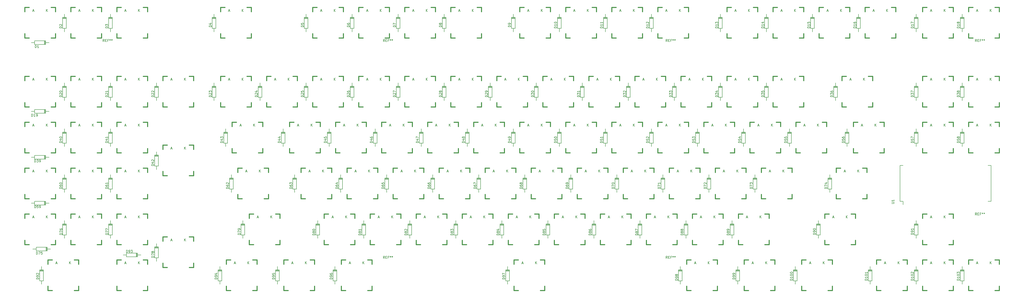
<source format=gto>
G04 #@! TF.FileFunction,Legend,Top*
%FSLAX46Y46*%
G04 Gerber Fmt 4.6, Leading zero omitted, Abs format (unit mm)*
G04 Created by KiCad (PCBNEW 4.0.2-stable) date Monday, June 06, 2016 'PMt' 04:27:19 PM*
%MOMM*%
G01*
G04 APERTURE LIST*
%ADD10C,0.150000*%
%ADD11C,0.381000*%
G04 APERTURE END LIST*
D10*
X286277540Y-116666520D02*
X286277540Y-118063520D01*
X286277540Y-112221520D02*
X286277540Y-110697520D01*
X287039540Y-112602520D02*
X285515540Y-112602520D01*
X287039540Y-112348520D02*
X285515540Y-112348520D01*
X286277540Y-112094520D02*
X285515540Y-112094520D01*
X285515540Y-112094520D02*
X285515540Y-116666520D01*
X285515540Y-116666520D02*
X287039540Y-116666520D01*
X287039540Y-116666520D02*
X287039540Y-112094520D01*
X287039540Y-112094520D02*
X286277540Y-112094520D01*
X419627540Y-135716520D02*
X419627540Y-137113520D01*
X419627540Y-131271520D02*
X419627540Y-129747520D01*
X420389540Y-131652520D02*
X418865540Y-131652520D01*
X420389540Y-131398520D02*
X418865540Y-131398520D01*
X419627540Y-131144520D02*
X418865540Y-131144520D01*
X418865540Y-131144520D02*
X418865540Y-135716520D01*
X418865540Y-135716520D02*
X420389540Y-135716520D01*
X420389540Y-135716520D02*
X420389540Y-131144520D01*
X420389540Y-131144520D02*
X419627540Y-131144520D01*
D11*
X434975000Y-139700000D02*
X433197000Y-139700000D01*
X424053000Y-139700000D02*
X422275000Y-139700000D01*
X422275000Y-139700000D02*
X422275000Y-137922000D01*
X422275000Y-128778000D02*
X422275000Y-127000000D01*
X422275000Y-127000000D02*
X424053000Y-127000000D01*
X433197000Y-127000000D02*
X434975000Y-127000000D01*
X434975000Y-127000000D02*
X434975000Y-128778000D01*
X434975000Y-137922000D02*
X434975000Y-139700000D01*
D10*
X400577540Y-135716520D02*
X400577540Y-137113520D01*
X400577540Y-131271520D02*
X400577540Y-129747520D01*
X401339540Y-131652520D02*
X399815540Y-131652520D01*
X401339540Y-131398520D02*
X399815540Y-131398520D01*
X400577540Y-131144520D02*
X399815540Y-131144520D01*
X399815540Y-131144520D02*
X399815540Y-135716520D01*
X399815540Y-135716520D02*
X401339540Y-135716520D01*
X401339540Y-135716520D02*
X401339540Y-131144520D01*
X401339540Y-131144520D02*
X400577540Y-131144520D01*
D11*
X415925000Y-139700000D02*
X414147000Y-139700000D01*
X405003000Y-139700000D02*
X403225000Y-139700000D01*
X403225000Y-139700000D02*
X403225000Y-137922000D01*
X403225000Y-128778000D02*
X403225000Y-127000000D01*
X403225000Y-127000000D02*
X405003000Y-127000000D01*
X414147000Y-127000000D02*
X415925000Y-127000000D01*
X415925000Y-127000000D02*
X415925000Y-128778000D01*
X415925000Y-137922000D02*
X415925000Y-139700000D01*
D10*
X381527540Y-135716520D02*
X381527540Y-137113520D01*
X381527540Y-131271520D02*
X381527540Y-129747520D01*
X382289540Y-131652520D02*
X380765540Y-131652520D01*
X382289540Y-131398520D02*
X380765540Y-131398520D01*
X381527540Y-131144520D02*
X380765540Y-131144520D01*
X380765540Y-131144520D02*
X380765540Y-135716520D01*
X380765540Y-135716520D02*
X382289540Y-135716520D01*
X382289540Y-135716520D02*
X382289540Y-131144520D01*
X382289540Y-131144520D02*
X381527540Y-131144520D01*
D11*
X396875000Y-139700000D02*
X395097000Y-139700000D01*
X385953000Y-139700000D02*
X384175000Y-139700000D01*
X384175000Y-139700000D02*
X384175000Y-137922000D01*
X384175000Y-128778000D02*
X384175000Y-127000000D01*
X384175000Y-127000000D02*
X385953000Y-127000000D01*
X395097000Y-127000000D02*
X396875000Y-127000000D01*
X396875000Y-127000000D02*
X396875000Y-128778000D01*
X396875000Y-137922000D02*
X396875000Y-139700000D01*
D10*
X350571290Y-135716520D02*
X350571290Y-137113520D01*
X350571290Y-131271520D02*
X350571290Y-129747520D01*
X351333290Y-131652520D02*
X349809290Y-131652520D01*
X351333290Y-131398520D02*
X349809290Y-131398520D01*
X350571290Y-131144520D02*
X349809290Y-131144520D01*
X349809290Y-131144520D02*
X349809290Y-135716520D01*
X349809290Y-135716520D02*
X351333290Y-135716520D01*
X351333290Y-135716520D02*
X351333290Y-131144520D01*
X351333290Y-131144520D02*
X350571290Y-131144520D01*
D11*
X365918750Y-139700000D02*
X364140750Y-139700000D01*
X354996750Y-139700000D02*
X353218750Y-139700000D01*
X353218750Y-139700000D02*
X353218750Y-137922000D01*
X353218750Y-128778000D02*
X353218750Y-127000000D01*
X353218750Y-127000000D02*
X354996750Y-127000000D01*
X364140750Y-127000000D02*
X365918750Y-127000000D01*
X365918750Y-127000000D02*
X365918750Y-128778000D01*
X365918750Y-137922000D02*
X365918750Y-139700000D01*
D10*
X326758790Y-135716520D02*
X326758790Y-137113520D01*
X326758790Y-131271520D02*
X326758790Y-129747520D01*
X327520790Y-131652520D02*
X325996790Y-131652520D01*
X327520790Y-131398520D02*
X325996790Y-131398520D01*
X326758790Y-131144520D02*
X325996790Y-131144520D01*
X325996790Y-131144520D02*
X325996790Y-135716520D01*
X325996790Y-135716520D02*
X327520790Y-135716520D01*
X327520790Y-135716520D02*
X327520790Y-131144520D01*
X327520790Y-131144520D02*
X326758790Y-131144520D01*
D11*
X342106250Y-139700000D02*
X340328250Y-139700000D01*
X331184250Y-139700000D02*
X329406250Y-139700000D01*
X329406250Y-139700000D02*
X329406250Y-137922000D01*
X329406250Y-128778000D02*
X329406250Y-127000000D01*
X329406250Y-127000000D02*
X331184250Y-127000000D01*
X340328250Y-127000000D02*
X342106250Y-127000000D01*
X342106250Y-127000000D02*
X342106250Y-128778000D01*
X342106250Y-137922000D02*
X342106250Y-139700000D01*
D10*
X303000000Y-135716520D02*
X303000000Y-137113520D01*
X303000000Y-131271520D02*
X303000000Y-129747520D01*
X303762000Y-131652520D02*
X302238000Y-131652520D01*
X303762000Y-131398520D02*
X302238000Y-131398520D01*
X303000000Y-131144520D02*
X302238000Y-131144520D01*
X302238000Y-131144520D02*
X302238000Y-135716520D01*
X302238000Y-135716520D02*
X303762000Y-135716520D01*
X303762000Y-135716520D02*
X303762000Y-131144520D01*
X303762000Y-131144520D02*
X303000000Y-131144520D01*
D11*
X318293750Y-139700000D02*
X316515750Y-139700000D01*
X307371750Y-139700000D02*
X305593750Y-139700000D01*
X305593750Y-139700000D02*
X305593750Y-137922000D01*
X305593750Y-128778000D02*
X305593750Y-127000000D01*
X305593750Y-127000000D02*
X307371750Y-127000000D01*
X316515750Y-127000000D02*
X318293750Y-127000000D01*
X318293750Y-127000000D02*
X318293750Y-128778000D01*
X318293750Y-137922000D02*
X318293750Y-139700000D01*
D10*
X231508790Y-135716520D02*
X231508790Y-137113520D01*
X231508790Y-131271520D02*
X231508790Y-129747520D01*
X232270790Y-131652520D02*
X230746790Y-131652520D01*
X232270790Y-131398520D02*
X230746790Y-131398520D01*
X231508790Y-131144520D02*
X230746790Y-131144520D01*
X230746790Y-131144520D02*
X230746790Y-135716520D01*
X230746790Y-135716520D02*
X232270790Y-135716520D01*
X232270790Y-135716520D02*
X232270790Y-131144520D01*
X232270790Y-131144520D02*
X231508790Y-131144520D01*
D11*
X246856250Y-139700000D02*
X245078250Y-139700000D01*
X235934250Y-139700000D02*
X234156250Y-139700000D01*
X234156250Y-139700000D02*
X234156250Y-137922000D01*
X234156250Y-128778000D02*
X234156250Y-127000000D01*
X234156250Y-127000000D02*
X235934250Y-127000000D01*
X245078250Y-127000000D02*
X246856250Y-127000000D01*
X246856250Y-127000000D02*
X246856250Y-128778000D01*
X246856250Y-137922000D02*
X246856250Y-139700000D01*
D10*
X160071290Y-135716520D02*
X160071290Y-137113520D01*
X160071290Y-131271520D02*
X160071290Y-129747520D01*
X160833290Y-131652520D02*
X159309290Y-131652520D01*
X160833290Y-131398520D02*
X159309290Y-131398520D01*
X160071290Y-131144520D02*
X159309290Y-131144520D01*
X159309290Y-131144520D02*
X159309290Y-135716520D01*
X159309290Y-135716520D02*
X160833290Y-135716520D01*
X160833290Y-135716520D02*
X160833290Y-131144520D01*
X160833290Y-131144520D02*
X160071290Y-131144520D01*
D11*
X175418750Y-139700000D02*
X173640750Y-139700000D01*
X164496750Y-139700000D02*
X162718750Y-139700000D01*
X162718750Y-139700000D02*
X162718750Y-137922000D01*
X162718750Y-128778000D02*
X162718750Y-127000000D01*
X162718750Y-127000000D02*
X164496750Y-127000000D01*
X173640750Y-127000000D02*
X175418750Y-127000000D01*
X175418750Y-127000000D02*
X175418750Y-128778000D01*
X175418750Y-137922000D02*
X175418750Y-139700000D01*
D10*
X136258790Y-135716520D02*
X136258790Y-137113520D01*
X136258790Y-131271520D02*
X136258790Y-129747520D01*
X137020790Y-131652520D02*
X135496790Y-131652520D01*
X137020790Y-131398520D02*
X135496790Y-131398520D01*
X136258790Y-131144520D02*
X135496790Y-131144520D01*
X135496790Y-131144520D02*
X135496790Y-135716520D01*
X135496790Y-135716520D02*
X137020790Y-135716520D01*
X137020790Y-135716520D02*
X137020790Y-131144520D01*
X137020790Y-131144520D02*
X136258790Y-131144520D01*
D11*
X151606250Y-139700000D02*
X149828250Y-139700000D01*
X140684250Y-139700000D02*
X138906250Y-139700000D01*
X138906250Y-139700000D02*
X138906250Y-137922000D01*
X138906250Y-128778000D02*
X138906250Y-127000000D01*
X138906250Y-127000000D02*
X140684250Y-127000000D01*
X149828250Y-127000000D02*
X151606250Y-127000000D01*
X151606250Y-127000000D02*
X151606250Y-128778000D01*
X151606250Y-137922000D02*
X151606250Y-139700000D01*
D10*
X112446290Y-135716520D02*
X112446290Y-137113520D01*
X112446290Y-131271520D02*
X112446290Y-129747520D01*
X113208290Y-131652520D02*
X111684290Y-131652520D01*
X113208290Y-131398520D02*
X111684290Y-131398520D01*
X112446290Y-131144520D02*
X111684290Y-131144520D01*
X111684290Y-131144520D02*
X111684290Y-135716520D01*
X111684290Y-135716520D02*
X113208290Y-135716520D01*
X113208290Y-135716520D02*
X113208290Y-131144520D01*
X113208290Y-131144520D02*
X112446290Y-131144520D01*
D11*
X127793750Y-139700000D02*
X126015750Y-139700000D01*
X116871750Y-139700000D02*
X115093750Y-139700000D01*
X115093750Y-139700000D02*
X115093750Y-137922000D01*
X115093750Y-128778000D02*
X115093750Y-127000000D01*
X115093750Y-127000000D02*
X116871750Y-127000000D01*
X126015750Y-127000000D02*
X127793750Y-127000000D01*
X127793750Y-127000000D02*
X127793750Y-128778000D01*
X127793750Y-137922000D02*
X127793750Y-139700000D01*
D10*
X73794000Y-125000000D02*
X72397000Y-125000000D01*
X78239000Y-125000000D02*
X79763000Y-125000000D01*
X77858000Y-125762000D02*
X77858000Y-124238000D01*
X78112000Y-125762000D02*
X78112000Y-124238000D01*
X78366000Y-125000000D02*
X78366000Y-124238000D01*
X78366000Y-124238000D02*
X73794000Y-124238000D01*
X73794000Y-124238000D02*
X73794000Y-125762000D01*
X73794000Y-125762000D02*
X78366000Y-125762000D01*
X78366000Y-125762000D02*
X78366000Y-125000000D01*
D11*
X82550000Y-139700000D02*
X80772000Y-139700000D01*
X71628000Y-139700000D02*
X69850000Y-139700000D01*
X69850000Y-139700000D02*
X69850000Y-137922000D01*
X69850000Y-128778000D02*
X69850000Y-127000000D01*
X69850000Y-127000000D02*
X71628000Y-127000000D01*
X80772000Y-127000000D02*
X82550000Y-127000000D01*
X82550000Y-127000000D02*
X82550000Y-128778000D01*
X82550000Y-137922000D02*
X82550000Y-139700000D01*
D10*
X38627540Y-135716520D02*
X38627540Y-137113520D01*
X38627540Y-131271520D02*
X38627540Y-129747520D01*
X39389540Y-131652520D02*
X37865540Y-131652520D01*
X39389540Y-131398520D02*
X37865540Y-131398520D01*
X38627540Y-131144520D02*
X37865540Y-131144520D01*
X37865540Y-131144520D02*
X37865540Y-135716520D01*
X37865540Y-135716520D02*
X39389540Y-135716520D01*
X39389540Y-135716520D02*
X39389540Y-131144520D01*
X39389540Y-131144520D02*
X38627540Y-131144520D01*
D11*
X53975000Y-139700000D02*
X52197000Y-139700000D01*
X43053000Y-139700000D02*
X41275000Y-139700000D01*
X41275000Y-139700000D02*
X41275000Y-137922000D01*
X41275000Y-128778000D02*
X41275000Y-127000000D01*
X41275000Y-127000000D02*
X43053000Y-127000000D01*
X52197000Y-127000000D02*
X53975000Y-127000000D01*
X53975000Y-127000000D02*
X53975000Y-128778000D01*
X53975000Y-137922000D02*
X53975000Y-139700000D01*
D10*
X400577540Y-116666520D02*
X400577540Y-118063520D01*
X400577540Y-112221520D02*
X400577540Y-110697520D01*
X401339540Y-112602520D02*
X399815540Y-112602520D01*
X401339540Y-112348520D02*
X399815540Y-112348520D01*
X400577540Y-112094520D02*
X399815540Y-112094520D01*
X399815540Y-112094520D02*
X399815540Y-116666520D01*
X399815540Y-116666520D02*
X401339540Y-116666520D01*
X401339540Y-116666520D02*
X401339540Y-112094520D01*
X401339540Y-112094520D02*
X400577540Y-112094520D01*
D11*
X415925000Y-120650000D02*
X414147000Y-120650000D01*
X405003000Y-120650000D02*
X403225000Y-120650000D01*
X403225000Y-120650000D02*
X403225000Y-118872000D01*
X403225000Y-109728000D02*
X403225000Y-107950000D01*
X403225000Y-107950000D02*
X405003000Y-107950000D01*
X414147000Y-107950000D02*
X415925000Y-107950000D01*
X415925000Y-107950000D02*
X415925000Y-109728000D01*
X415925000Y-118872000D02*
X415925000Y-120650000D01*
D10*
X360096290Y-116666520D02*
X360096290Y-118063520D01*
X360096290Y-112221520D02*
X360096290Y-110697520D01*
X360858290Y-112602520D02*
X359334290Y-112602520D01*
X360858290Y-112348520D02*
X359334290Y-112348520D01*
X360096290Y-112094520D02*
X359334290Y-112094520D01*
X359334290Y-112094520D02*
X359334290Y-116666520D01*
X359334290Y-116666520D02*
X360858290Y-116666520D01*
X360858290Y-116666520D02*
X360858290Y-112094520D01*
X360858290Y-112094520D02*
X360096290Y-112094520D01*
D11*
X375443750Y-120650000D02*
X373665750Y-120650000D01*
X364521750Y-120650000D02*
X362743750Y-120650000D01*
X362743750Y-120650000D02*
X362743750Y-118872000D01*
X362743750Y-109728000D02*
X362743750Y-107950000D01*
X362743750Y-107950000D02*
X364521750Y-107950000D01*
X373665750Y-107950000D02*
X375443750Y-107950000D01*
X375443750Y-107950000D02*
X375443750Y-109728000D01*
X375443750Y-118872000D02*
X375443750Y-120650000D01*
D10*
X324377540Y-116666520D02*
X324377540Y-118063520D01*
X324377540Y-112221520D02*
X324377540Y-110697520D01*
X325139540Y-112602520D02*
X323615540Y-112602520D01*
X325139540Y-112348520D02*
X323615540Y-112348520D01*
X324377540Y-112094520D02*
X323615540Y-112094520D01*
X323615540Y-112094520D02*
X323615540Y-116666520D01*
X323615540Y-116666520D02*
X325139540Y-116666520D01*
X325139540Y-116666520D02*
X325139540Y-112094520D01*
X325139540Y-112094520D02*
X324377540Y-112094520D01*
D11*
X339725000Y-120650000D02*
X337947000Y-120650000D01*
X328803000Y-120650000D02*
X327025000Y-120650000D01*
X327025000Y-120650000D02*
X327025000Y-118872000D01*
X327025000Y-109728000D02*
X327025000Y-107950000D01*
X327025000Y-107950000D02*
X328803000Y-107950000D01*
X337947000Y-107950000D02*
X339725000Y-107950000D01*
X339725000Y-107950000D02*
X339725000Y-109728000D01*
X339725000Y-118872000D02*
X339725000Y-120650000D01*
D10*
X305327540Y-116666520D02*
X305327540Y-118063520D01*
X305327540Y-112221520D02*
X305327540Y-110697520D01*
X306089540Y-112602520D02*
X304565540Y-112602520D01*
X306089540Y-112348520D02*
X304565540Y-112348520D01*
X305327540Y-112094520D02*
X304565540Y-112094520D01*
X304565540Y-112094520D02*
X304565540Y-116666520D01*
X304565540Y-116666520D02*
X306089540Y-116666520D01*
X306089540Y-116666520D02*
X306089540Y-112094520D01*
X306089540Y-112094520D02*
X305327540Y-112094520D01*
D11*
X320675000Y-120650000D02*
X318897000Y-120650000D01*
X309753000Y-120650000D02*
X307975000Y-120650000D01*
X307975000Y-120650000D02*
X307975000Y-118872000D01*
X307975000Y-109728000D02*
X307975000Y-107950000D01*
X307975000Y-107950000D02*
X309753000Y-107950000D01*
X318897000Y-107950000D02*
X320675000Y-107950000D01*
X320675000Y-107950000D02*
X320675000Y-109728000D01*
X320675000Y-118872000D02*
X320675000Y-120650000D01*
X301625000Y-120650000D02*
X299847000Y-120650000D01*
X290703000Y-120650000D02*
X288925000Y-120650000D01*
X288925000Y-120650000D02*
X288925000Y-118872000D01*
X288925000Y-109728000D02*
X288925000Y-107950000D01*
X288925000Y-107950000D02*
X290703000Y-107950000D01*
X299847000Y-107950000D02*
X301625000Y-107950000D01*
X301625000Y-107950000D02*
X301625000Y-109728000D01*
X301625000Y-118872000D02*
X301625000Y-120650000D01*
D10*
X267227540Y-116666520D02*
X267227540Y-118063520D01*
X267227540Y-112221520D02*
X267227540Y-110697520D01*
X267989540Y-112602520D02*
X266465540Y-112602520D01*
X267989540Y-112348520D02*
X266465540Y-112348520D01*
X267227540Y-112094520D02*
X266465540Y-112094520D01*
X266465540Y-112094520D02*
X266465540Y-116666520D01*
X266465540Y-116666520D02*
X267989540Y-116666520D01*
X267989540Y-116666520D02*
X267989540Y-112094520D01*
X267989540Y-112094520D02*
X267227540Y-112094520D01*
D11*
X282575000Y-120650000D02*
X280797000Y-120650000D01*
X271653000Y-120650000D02*
X269875000Y-120650000D01*
X269875000Y-120650000D02*
X269875000Y-118872000D01*
X269875000Y-109728000D02*
X269875000Y-107950000D01*
X269875000Y-107950000D02*
X271653000Y-107950000D01*
X280797000Y-107950000D02*
X282575000Y-107950000D01*
X282575000Y-107950000D02*
X282575000Y-109728000D01*
X282575000Y-118872000D02*
X282575000Y-120650000D01*
D10*
X248177540Y-116666520D02*
X248177540Y-118063520D01*
X248177540Y-112221520D02*
X248177540Y-110697520D01*
X248939540Y-112602520D02*
X247415540Y-112602520D01*
X248939540Y-112348520D02*
X247415540Y-112348520D01*
X248177540Y-112094520D02*
X247415540Y-112094520D01*
X247415540Y-112094520D02*
X247415540Y-116666520D01*
X247415540Y-116666520D02*
X248939540Y-116666520D01*
X248939540Y-116666520D02*
X248939540Y-112094520D01*
X248939540Y-112094520D02*
X248177540Y-112094520D01*
D11*
X263525000Y-120650000D02*
X261747000Y-120650000D01*
X252603000Y-120650000D02*
X250825000Y-120650000D01*
X250825000Y-120650000D02*
X250825000Y-118872000D01*
X250825000Y-109728000D02*
X250825000Y-107950000D01*
X250825000Y-107950000D02*
X252603000Y-107950000D01*
X261747000Y-107950000D02*
X263525000Y-107950000D01*
X263525000Y-107950000D02*
X263525000Y-109728000D01*
X263525000Y-118872000D02*
X263525000Y-120650000D01*
D10*
X229127540Y-116666520D02*
X229127540Y-118063520D01*
X229127540Y-112221520D02*
X229127540Y-110697520D01*
X229889540Y-112602520D02*
X228365540Y-112602520D01*
X229889540Y-112348520D02*
X228365540Y-112348520D01*
X229127540Y-112094520D02*
X228365540Y-112094520D01*
X228365540Y-112094520D02*
X228365540Y-116666520D01*
X228365540Y-116666520D02*
X229889540Y-116666520D01*
X229889540Y-116666520D02*
X229889540Y-112094520D01*
X229889540Y-112094520D02*
X229127540Y-112094520D01*
D11*
X244475000Y-120650000D02*
X242697000Y-120650000D01*
X233553000Y-120650000D02*
X231775000Y-120650000D01*
X231775000Y-120650000D02*
X231775000Y-118872000D01*
X231775000Y-109728000D02*
X231775000Y-107950000D01*
X231775000Y-107950000D02*
X233553000Y-107950000D01*
X242697000Y-107950000D02*
X244475000Y-107950000D01*
X244475000Y-107950000D02*
X244475000Y-109728000D01*
X244475000Y-118872000D02*
X244475000Y-120650000D01*
D10*
X210077540Y-116666520D02*
X210077540Y-118063520D01*
X210077540Y-112221520D02*
X210077540Y-110697520D01*
X210839540Y-112602520D02*
X209315540Y-112602520D01*
X210839540Y-112348520D02*
X209315540Y-112348520D01*
X210077540Y-112094520D02*
X209315540Y-112094520D01*
X209315540Y-112094520D02*
X209315540Y-116666520D01*
X209315540Y-116666520D02*
X210839540Y-116666520D01*
X210839540Y-116666520D02*
X210839540Y-112094520D01*
X210839540Y-112094520D02*
X210077540Y-112094520D01*
D11*
X225425000Y-120650000D02*
X223647000Y-120650000D01*
X214503000Y-120650000D02*
X212725000Y-120650000D01*
X212725000Y-120650000D02*
X212725000Y-118872000D01*
X212725000Y-109728000D02*
X212725000Y-107950000D01*
X212725000Y-107950000D02*
X214503000Y-107950000D01*
X223647000Y-107950000D02*
X225425000Y-107950000D01*
X225425000Y-107950000D02*
X225425000Y-109728000D01*
X225425000Y-118872000D02*
X225425000Y-120650000D01*
D10*
X191027540Y-116666520D02*
X191027540Y-118063520D01*
X191027540Y-112221520D02*
X191027540Y-110697520D01*
X191789540Y-112602520D02*
X190265540Y-112602520D01*
X191789540Y-112348520D02*
X190265540Y-112348520D01*
X191027540Y-112094520D02*
X190265540Y-112094520D01*
X190265540Y-112094520D02*
X190265540Y-116666520D01*
X190265540Y-116666520D02*
X191789540Y-116666520D01*
X191789540Y-116666520D02*
X191789540Y-112094520D01*
X191789540Y-112094520D02*
X191027540Y-112094520D01*
D11*
X206375000Y-120650000D02*
X204597000Y-120650000D01*
X195453000Y-120650000D02*
X193675000Y-120650000D01*
X193675000Y-120650000D02*
X193675000Y-118872000D01*
X193675000Y-109728000D02*
X193675000Y-107950000D01*
X193675000Y-107950000D02*
X195453000Y-107950000D01*
X204597000Y-107950000D02*
X206375000Y-107950000D01*
X206375000Y-107950000D02*
X206375000Y-109728000D01*
X206375000Y-118872000D02*
X206375000Y-120650000D01*
D10*
X171977540Y-116666520D02*
X171977540Y-118063520D01*
X171977540Y-112221520D02*
X171977540Y-110697520D01*
X172739540Y-112602520D02*
X171215540Y-112602520D01*
X172739540Y-112348520D02*
X171215540Y-112348520D01*
X171977540Y-112094520D02*
X171215540Y-112094520D01*
X171215540Y-112094520D02*
X171215540Y-116666520D01*
X171215540Y-116666520D02*
X172739540Y-116666520D01*
X172739540Y-116666520D02*
X172739540Y-112094520D01*
X172739540Y-112094520D02*
X171977540Y-112094520D01*
D11*
X187325000Y-120650000D02*
X185547000Y-120650000D01*
X176403000Y-120650000D02*
X174625000Y-120650000D01*
X174625000Y-120650000D02*
X174625000Y-118872000D01*
X174625000Y-109728000D02*
X174625000Y-107950000D01*
X174625000Y-107950000D02*
X176403000Y-107950000D01*
X185547000Y-107950000D02*
X187325000Y-107950000D01*
X187325000Y-107950000D02*
X187325000Y-109728000D01*
X187325000Y-118872000D02*
X187325000Y-120650000D01*
D10*
X152927540Y-116666520D02*
X152927540Y-118063520D01*
X152927540Y-112221520D02*
X152927540Y-110697520D01*
X153689540Y-112602520D02*
X152165540Y-112602520D01*
X153689540Y-112348520D02*
X152165540Y-112348520D01*
X152927540Y-112094520D02*
X152165540Y-112094520D01*
X152165540Y-112094520D02*
X152165540Y-116666520D01*
X152165540Y-116666520D02*
X153689540Y-116666520D01*
X153689540Y-116666520D02*
X153689540Y-112094520D01*
X153689540Y-112094520D02*
X152927540Y-112094520D01*
D11*
X168275000Y-120650000D02*
X166497000Y-120650000D01*
X157353000Y-120650000D02*
X155575000Y-120650000D01*
X155575000Y-120650000D02*
X155575000Y-118872000D01*
X155575000Y-109728000D02*
X155575000Y-107950000D01*
X155575000Y-107950000D02*
X157353000Y-107950000D01*
X166497000Y-107950000D02*
X168275000Y-107950000D01*
X168275000Y-107950000D02*
X168275000Y-109728000D01*
X168275000Y-118872000D02*
X168275000Y-120650000D01*
D10*
X121971290Y-116666520D02*
X121971290Y-118063520D01*
X121971290Y-112221520D02*
X121971290Y-110697520D01*
X122733290Y-112602520D02*
X121209290Y-112602520D01*
X122733290Y-112348520D02*
X121209290Y-112348520D01*
X121971290Y-112094520D02*
X121209290Y-112094520D01*
X121209290Y-112094520D02*
X121209290Y-116666520D01*
X121209290Y-116666520D02*
X122733290Y-116666520D01*
X122733290Y-116666520D02*
X122733290Y-112094520D01*
X122733290Y-112094520D02*
X121971290Y-112094520D01*
D11*
X137318750Y-120650000D02*
X135540750Y-120650000D01*
X126396750Y-120650000D02*
X124618750Y-120650000D01*
X124618750Y-120650000D02*
X124618750Y-118872000D01*
X124618750Y-109728000D02*
X124618750Y-107950000D01*
X124618750Y-107950000D02*
X126396750Y-107950000D01*
X135540750Y-107950000D02*
X137318750Y-107950000D01*
X137318750Y-107950000D02*
X137318750Y-109728000D01*
X137318750Y-118872000D02*
X137318750Y-120650000D01*
D10*
X86252540Y-126191520D02*
X86252540Y-127588520D01*
X86252540Y-121746520D02*
X86252540Y-120222520D01*
X87014540Y-122127520D02*
X85490540Y-122127520D01*
X87014540Y-121873520D02*
X85490540Y-121873520D01*
X86252540Y-121619520D02*
X85490540Y-121619520D01*
X85490540Y-121619520D02*
X85490540Y-126191520D01*
X85490540Y-126191520D02*
X87014540Y-126191520D01*
X87014540Y-126191520D02*
X87014540Y-121619520D01*
X87014540Y-121619520D02*
X86252540Y-121619520D01*
D11*
X101600000Y-130175000D02*
X99822000Y-130175000D01*
X90678000Y-130175000D02*
X88900000Y-130175000D01*
X88900000Y-130175000D02*
X88900000Y-128397000D01*
X88900000Y-119253000D02*
X88900000Y-117475000D01*
X88900000Y-117475000D02*
X90678000Y-117475000D01*
X99822000Y-117475000D02*
X101600000Y-117475000D01*
X101600000Y-117475000D02*
X101600000Y-119253000D01*
X101600000Y-128397000D02*
X101600000Y-130175000D01*
D10*
X67202540Y-116666520D02*
X67202540Y-118063520D01*
X67202540Y-112221520D02*
X67202540Y-110697520D01*
X67964540Y-112602520D02*
X66440540Y-112602520D01*
X67964540Y-112348520D02*
X66440540Y-112348520D01*
X67202540Y-112094520D02*
X66440540Y-112094520D01*
X66440540Y-112094520D02*
X66440540Y-116666520D01*
X66440540Y-116666520D02*
X67964540Y-116666520D01*
X67964540Y-116666520D02*
X67964540Y-112094520D01*
X67964540Y-112094520D02*
X67202540Y-112094520D01*
D11*
X82550000Y-120650000D02*
X80772000Y-120650000D01*
X71628000Y-120650000D02*
X69850000Y-120650000D01*
X69850000Y-120650000D02*
X69850000Y-118872000D01*
X69850000Y-109728000D02*
X69850000Y-107950000D01*
X69850000Y-107950000D02*
X71628000Y-107950000D01*
X80772000Y-107950000D02*
X82550000Y-107950000D01*
X82550000Y-107950000D02*
X82550000Y-109728000D01*
X82550000Y-118872000D02*
X82550000Y-120650000D01*
D10*
X48152540Y-116666520D02*
X48152540Y-118063520D01*
X48152540Y-112221520D02*
X48152540Y-110697520D01*
X48914540Y-112602520D02*
X47390540Y-112602520D01*
X48914540Y-112348520D02*
X47390540Y-112348520D01*
X48152540Y-112094520D02*
X47390540Y-112094520D01*
X47390540Y-112094520D02*
X47390540Y-116666520D01*
X47390540Y-116666520D02*
X48914540Y-116666520D01*
X48914540Y-116666520D02*
X48914540Y-112094520D01*
X48914540Y-112094520D02*
X48152540Y-112094520D01*
D11*
X63500000Y-120650000D02*
X61722000Y-120650000D01*
X52578000Y-120650000D02*
X50800000Y-120650000D01*
X50800000Y-120650000D02*
X50800000Y-118872000D01*
X50800000Y-109728000D02*
X50800000Y-107950000D01*
X50800000Y-107950000D02*
X52578000Y-107950000D01*
X61722000Y-107950000D02*
X63500000Y-107950000D01*
X63500000Y-107950000D02*
X63500000Y-109728000D01*
X63500000Y-118872000D02*
X63500000Y-120650000D01*
D10*
X36449000Y-122555000D02*
X35052000Y-122555000D01*
X40894000Y-122555000D02*
X42418000Y-122555000D01*
X40513000Y-123317000D02*
X40513000Y-121793000D01*
X40767000Y-123317000D02*
X40767000Y-121793000D01*
X41021000Y-122555000D02*
X41021000Y-121793000D01*
X41021000Y-121793000D02*
X36449000Y-121793000D01*
X36449000Y-121793000D02*
X36449000Y-123317000D01*
X36449000Y-123317000D02*
X41021000Y-123317000D01*
X41021000Y-123317000D02*
X41021000Y-122555000D01*
D11*
X44450000Y-120650000D02*
X42672000Y-120650000D01*
X33528000Y-120650000D02*
X31750000Y-120650000D01*
X31750000Y-120650000D02*
X31750000Y-118872000D01*
X31750000Y-109728000D02*
X31750000Y-107950000D01*
X31750000Y-107950000D02*
X33528000Y-107950000D01*
X42672000Y-107950000D02*
X44450000Y-107950000D01*
X44450000Y-107950000D02*
X44450000Y-109728000D01*
X44450000Y-118872000D02*
X44450000Y-120650000D01*
D10*
X364858790Y-97616520D02*
X364858790Y-99013520D01*
X364858790Y-93171520D02*
X364858790Y-91647520D01*
X365620790Y-93552520D02*
X364096790Y-93552520D01*
X365620790Y-93298520D02*
X364096790Y-93298520D01*
X364858790Y-93044520D02*
X364096790Y-93044520D01*
X364096790Y-93044520D02*
X364096790Y-97616520D01*
X364096790Y-97616520D02*
X365620790Y-97616520D01*
X365620790Y-97616520D02*
X365620790Y-93044520D01*
X365620790Y-93044520D02*
X364858790Y-93044520D01*
D11*
X380206250Y-101600000D02*
X378428250Y-101600000D01*
X369284250Y-101600000D02*
X367506250Y-101600000D01*
X367506250Y-101600000D02*
X367506250Y-99822000D01*
X367506250Y-90678000D02*
X367506250Y-88900000D01*
X367506250Y-88900000D02*
X369284250Y-88900000D01*
X378428250Y-88900000D02*
X380206250Y-88900000D01*
X380206250Y-88900000D02*
X380206250Y-90678000D01*
X380206250Y-99822000D02*
X380206250Y-101600000D01*
D10*
X333902540Y-97616520D02*
X333902540Y-99013520D01*
X333902540Y-93171520D02*
X333902540Y-91647520D01*
X334664540Y-93552520D02*
X333140540Y-93552520D01*
X334664540Y-93298520D02*
X333140540Y-93298520D01*
X333902540Y-93044520D02*
X333140540Y-93044520D01*
X333140540Y-93044520D02*
X333140540Y-97616520D01*
X333140540Y-97616520D02*
X334664540Y-97616520D01*
X334664540Y-97616520D02*
X334664540Y-93044520D01*
X334664540Y-93044520D02*
X333902540Y-93044520D01*
D11*
X349250000Y-101600000D02*
X347472000Y-101600000D01*
X338328000Y-101600000D02*
X336550000Y-101600000D01*
X336550000Y-101600000D02*
X336550000Y-99822000D01*
X336550000Y-90678000D02*
X336550000Y-88900000D01*
X336550000Y-88900000D02*
X338328000Y-88900000D01*
X347472000Y-88900000D02*
X349250000Y-88900000D01*
X349250000Y-88900000D02*
X349250000Y-90678000D01*
X349250000Y-99822000D02*
X349250000Y-101600000D01*
D10*
X314852540Y-97616520D02*
X314852540Y-99013520D01*
X314852540Y-93171520D02*
X314852540Y-91647520D01*
X315614540Y-93552520D02*
X314090540Y-93552520D01*
X315614540Y-93298520D02*
X314090540Y-93298520D01*
X314852540Y-93044520D02*
X314090540Y-93044520D01*
X314090540Y-93044520D02*
X314090540Y-97616520D01*
X314090540Y-97616520D02*
X315614540Y-97616520D01*
X315614540Y-97616520D02*
X315614540Y-93044520D01*
X315614540Y-93044520D02*
X314852540Y-93044520D01*
D11*
X330200000Y-101600000D02*
X328422000Y-101600000D01*
X319278000Y-101600000D02*
X317500000Y-101600000D01*
X317500000Y-101600000D02*
X317500000Y-99822000D01*
X317500000Y-90678000D02*
X317500000Y-88900000D01*
X317500000Y-88900000D02*
X319278000Y-88900000D01*
X328422000Y-88900000D02*
X330200000Y-88900000D01*
X330200000Y-88900000D02*
X330200000Y-90678000D01*
X330200000Y-99822000D02*
X330200000Y-101600000D01*
D10*
X295802540Y-97616520D02*
X295802540Y-99013520D01*
X295802540Y-93171520D02*
X295802540Y-91647520D01*
X296564540Y-93552520D02*
X295040540Y-93552520D01*
X296564540Y-93298520D02*
X295040540Y-93298520D01*
X295802540Y-93044520D02*
X295040540Y-93044520D01*
X295040540Y-93044520D02*
X295040540Y-97616520D01*
X295040540Y-97616520D02*
X296564540Y-97616520D01*
X296564540Y-97616520D02*
X296564540Y-93044520D01*
X296564540Y-93044520D02*
X295802540Y-93044520D01*
D11*
X311150000Y-101600000D02*
X309372000Y-101600000D01*
X300228000Y-101600000D02*
X298450000Y-101600000D01*
X298450000Y-101600000D02*
X298450000Y-99822000D01*
X298450000Y-90678000D02*
X298450000Y-88900000D01*
X298450000Y-88900000D02*
X300228000Y-88900000D01*
X309372000Y-88900000D02*
X311150000Y-88900000D01*
X311150000Y-88900000D02*
X311150000Y-90678000D01*
X311150000Y-99822000D02*
X311150000Y-101600000D01*
D10*
X276752540Y-97616520D02*
X276752540Y-99013520D01*
X276752540Y-93171520D02*
X276752540Y-91647520D01*
X277514540Y-93552520D02*
X275990540Y-93552520D01*
X277514540Y-93298520D02*
X275990540Y-93298520D01*
X276752540Y-93044520D02*
X275990540Y-93044520D01*
X275990540Y-93044520D02*
X275990540Y-97616520D01*
X275990540Y-97616520D02*
X277514540Y-97616520D01*
X277514540Y-97616520D02*
X277514540Y-93044520D01*
X277514540Y-93044520D02*
X276752540Y-93044520D01*
D11*
X292100000Y-101600000D02*
X290322000Y-101600000D01*
X281178000Y-101600000D02*
X279400000Y-101600000D01*
X279400000Y-101600000D02*
X279400000Y-99822000D01*
X279400000Y-90678000D02*
X279400000Y-88900000D01*
X279400000Y-88900000D02*
X281178000Y-88900000D01*
X290322000Y-88900000D02*
X292100000Y-88900000D01*
X292100000Y-88900000D02*
X292100000Y-90678000D01*
X292100000Y-99822000D02*
X292100000Y-101600000D01*
D10*
X257702540Y-97616520D02*
X257702540Y-99013520D01*
X257702540Y-93171520D02*
X257702540Y-91647520D01*
X258464540Y-93552520D02*
X256940540Y-93552520D01*
X258464540Y-93298520D02*
X256940540Y-93298520D01*
X257702540Y-93044520D02*
X256940540Y-93044520D01*
X256940540Y-93044520D02*
X256940540Y-97616520D01*
X256940540Y-97616520D02*
X258464540Y-97616520D01*
X258464540Y-97616520D02*
X258464540Y-93044520D01*
X258464540Y-93044520D02*
X257702540Y-93044520D01*
D11*
X273050000Y-101600000D02*
X271272000Y-101600000D01*
X262128000Y-101600000D02*
X260350000Y-101600000D01*
X260350000Y-101600000D02*
X260350000Y-99822000D01*
X260350000Y-90678000D02*
X260350000Y-88900000D01*
X260350000Y-88900000D02*
X262128000Y-88900000D01*
X271272000Y-88900000D02*
X273050000Y-88900000D01*
X273050000Y-88900000D02*
X273050000Y-90678000D01*
X273050000Y-99822000D02*
X273050000Y-101600000D01*
D10*
X238652540Y-97616520D02*
X238652540Y-99013520D01*
X238652540Y-93171520D02*
X238652540Y-91647520D01*
X239414540Y-93552520D02*
X237890540Y-93552520D01*
X239414540Y-93298520D02*
X237890540Y-93298520D01*
X238652540Y-93044520D02*
X237890540Y-93044520D01*
X237890540Y-93044520D02*
X237890540Y-97616520D01*
X237890540Y-97616520D02*
X239414540Y-97616520D01*
X239414540Y-97616520D02*
X239414540Y-93044520D01*
X239414540Y-93044520D02*
X238652540Y-93044520D01*
D11*
X254000000Y-101600000D02*
X252222000Y-101600000D01*
X243078000Y-101600000D02*
X241300000Y-101600000D01*
X241300000Y-101600000D02*
X241300000Y-99822000D01*
X241300000Y-90678000D02*
X241300000Y-88900000D01*
X241300000Y-88900000D02*
X243078000Y-88900000D01*
X252222000Y-88900000D02*
X254000000Y-88900000D01*
X254000000Y-88900000D02*
X254000000Y-90678000D01*
X254000000Y-99822000D02*
X254000000Y-101600000D01*
D10*
X219602540Y-97616520D02*
X219602540Y-99013520D01*
X219602540Y-93171520D02*
X219602540Y-91647520D01*
X220364540Y-93552520D02*
X218840540Y-93552520D01*
X220364540Y-93298520D02*
X218840540Y-93298520D01*
X219602540Y-93044520D02*
X218840540Y-93044520D01*
X218840540Y-93044520D02*
X218840540Y-97616520D01*
X218840540Y-97616520D02*
X220364540Y-97616520D01*
X220364540Y-97616520D02*
X220364540Y-93044520D01*
X220364540Y-93044520D02*
X219602540Y-93044520D01*
D11*
X234950000Y-101600000D02*
X233172000Y-101600000D01*
X224028000Y-101600000D02*
X222250000Y-101600000D01*
X222250000Y-101600000D02*
X222250000Y-99822000D01*
X222250000Y-90678000D02*
X222250000Y-88900000D01*
X222250000Y-88900000D02*
X224028000Y-88900000D01*
X233172000Y-88900000D02*
X234950000Y-88900000D01*
X234950000Y-88900000D02*
X234950000Y-90678000D01*
X234950000Y-99822000D02*
X234950000Y-101600000D01*
D10*
X200552540Y-97616520D02*
X200552540Y-99013520D01*
X200552540Y-93171520D02*
X200552540Y-91647520D01*
X201314540Y-93552520D02*
X199790540Y-93552520D01*
X201314540Y-93298520D02*
X199790540Y-93298520D01*
X200552540Y-93044520D02*
X199790540Y-93044520D01*
X199790540Y-93044520D02*
X199790540Y-97616520D01*
X199790540Y-97616520D02*
X201314540Y-97616520D01*
X201314540Y-97616520D02*
X201314540Y-93044520D01*
X201314540Y-93044520D02*
X200552540Y-93044520D01*
D11*
X215900000Y-101600000D02*
X214122000Y-101600000D01*
X204978000Y-101600000D02*
X203200000Y-101600000D01*
X203200000Y-101600000D02*
X203200000Y-99822000D01*
X203200000Y-90678000D02*
X203200000Y-88900000D01*
X203200000Y-88900000D02*
X204978000Y-88900000D01*
X214122000Y-88900000D02*
X215900000Y-88900000D01*
X215900000Y-88900000D02*
X215900000Y-90678000D01*
X215900000Y-99822000D02*
X215900000Y-101600000D01*
D10*
X181502540Y-97616520D02*
X181502540Y-99013520D01*
X181502540Y-93171520D02*
X181502540Y-91647520D01*
X182264540Y-93552520D02*
X180740540Y-93552520D01*
X182264540Y-93298520D02*
X180740540Y-93298520D01*
X181502540Y-93044520D02*
X180740540Y-93044520D01*
X180740540Y-93044520D02*
X180740540Y-97616520D01*
X180740540Y-97616520D02*
X182264540Y-97616520D01*
X182264540Y-97616520D02*
X182264540Y-93044520D01*
X182264540Y-93044520D02*
X181502540Y-93044520D01*
D11*
X196850000Y-101600000D02*
X195072000Y-101600000D01*
X185928000Y-101600000D02*
X184150000Y-101600000D01*
X184150000Y-101600000D02*
X184150000Y-99822000D01*
X184150000Y-90678000D02*
X184150000Y-88900000D01*
X184150000Y-88900000D02*
X185928000Y-88900000D01*
X195072000Y-88900000D02*
X196850000Y-88900000D01*
X196850000Y-88900000D02*
X196850000Y-90678000D01*
X196850000Y-99822000D02*
X196850000Y-101600000D01*
D10*
X162452540Y-97616520D02*
X162452540Y-99013520D01*
X162452540Y-93171520D02*
X162452540Y-91647520D01*
X163214540Y-93552520D02*
X161690540Y-93552520D01*
X163214540Y-93298520D02*
X161690540Y-93298520D01*
X162452540Y-93044520D02*
X161690540Y-93044520D01*
X161690540Y-93044520D02*
X161690540Y-97616520D01*
X161690540Y-97616520D02*
X163214540Y-97616520D01*
X163214540Y-97616520D02*
X163214540Y-93044520D01*
X163214540Y-93044520D02*
X162452540Y-93044520D01*
D11*
X177800000Y-101600000D02*
X176022000Y-101600000D01*
X166878000Y-101600000D02*
X165100000Y-101600000D01*
X165100000Y-101600000D02*
X165100000Y-99822000D01*
X165100000Y-90678000D02*
X165100000Y-88900000D01*
X165100000Y-88900000D02*
X166878000Y-88900000D01*
X176022000Y-88900000D02*
X177800000Y-88900000D01*
X177800000Y-88900000D02*
X177800000Y-90678000D01*
X177800000Y-99822000D02*
X177800000Y-101600000D01*
D10*
X143402540Y-97616520D02*
X143402540Y-99013520D01*
X143402540Y-93171520D02*
X143402540Y-91647520D01*
X144164540Y-93552520D02*
X142640540Y-93552520D01*
X144164540Y-93298520D02*
X142640540Y-93298520D01*
X143402540Y-93044520D02*
X142640540Y-93044520D01*
X142640540Y-93044520D02*
X142640540Y-97616520D01*
X142640540Y-97616520D02*
X144164540Y-97616520D01*
X144164540Y-97616520D02*
X144164540Y-93044520D01*
X144164540Y-93044520D02*
X143402540Y-93044520D01*
D11*
X158750000Y-101600000D02*
X156972000Y-101600000D01*
X147828000Y-101600000D02*
X146050000Y-101600000D01*
X146050000Y-101600000D02*
X146050000Y-99822000D01*
X146050000Y-90678000D02*
X146050000Y-88900000D01*
X146050000Y-88900000D02*
X147828000Y-88900000D01*
X156972000Y-88900000D02*
X158750000Y-88900000D01*
X158750000Y-88900000D02*
X158750000Y-90678000D01*
X158750000Y-99822000D02*
X158750000Y-101600000D01*
D10*
X117208790Y-97616520D02*
X117208790Y-99013520D01*
X117208790Y-93171520D02*
X117208790Y-91647520D01*
X117970790Y-93552520D02*
X116446790Y-93552520D01*
X117970790Y-93298520D02*
X116446790Y-93298520D01*
X117208790Y-93044520D02*
X116446790Y-93044520D01*
X116446790Y-93044520D02*
X116446790Y-97616520D01*
X116446790Y-97616520D02*
X117970790Y-97616520D01*
X117970790Y-97616520D02*
X117970790Y-93044520D01*
X117970790Y-93044520D02*
X117208790Y-93044520D01*
D11*
X132556250Y-101600000D02*
X130778250Y-101600000D01*
X121634250Y-101600000D02*
X119856250Y-101600000D01*
X119856250Y-101600000D02*
X119856250Y-99822000D01*
X119856250Y-90678000D02*
X119856250Y-88900000D01*
X119856250Y-88900000D02*
X121634250Y-88900000D01*
X130778250Y-88900000D02*
X132556250Y-88900000D01*
X132556250Y-88900000D02*
X132556250Y-90678000D01*
X132556250Y-99822000D02*
X132556250Y-101600000D01*
D10*
X67202540Y-97616520D02*
X67202540Y-99013520D01*
X67202540Y-93171520D02*
X67202540Y-91647520D01*
X67964540Y-93552520D02*
X66440540Y-93552520D01*
X67964540Y-93298520D02*
X66440540Y-93298520D01*
X67202540Y-93044520D02*
X66440540Y-93044520D01*
X66440540Y-93044520D02*
X66440540Y-97616520D01*
X66440540Y-97616520D02*
X67964540Y-97616520D01*
X67964540Y-97616520D02*
X67964540Y-93044520D01*
X67964540Y-93044520D02*
X67202540Y-93044520D01*
D11*
X82550000Y-101600000D02*
X80772000Y-101600000D01*
X71628000Y-101600000D02*
X69850000Y-101600000D01*
X69850000Y-101600000D02*
X69850000Y-99822000D01*
X69850000Y-90678000D02*
X69850000Y-88900000D01*
X69850000Y-88900000D02*
X71628000Y-88900000D01*
X80772000Y-88900000D02*
X82550000Y-88900000D01*
X82550000Y-88900000D02*
X82550000Y-90678000D01*
X82550000Y-99822000D02*
X82550000Y-101600000D01*
D10*
X48152540Y-97616520D02*
X48152540Y-99013520D01*
X48152540Y-93171520D02*
X48152540Y-91647520D01*
X48914540Y-93552520D02*
X47390540Y-93552520D01*
X48914540Y-93298520D02*
X47390540Y-93298520D01*
X48152540Y-93044520D02*
X47390540Y-93044520D01*
X47390540Y-93044520D02*
X47390540Y-97616520D01*
X47390540Y-97616520D02*
X48914540Y-97616520D01*
X48914540Y-97616520D02*
X48914540Y-93044520D01*
X48914540Y-93044520D02*
X48152540Y-93044520D01*
D11*
X63500000Y-101600000D02*
X61722000Y-101600000D01*
X52578000Y-101600000D02*
X50800000Y-101600000D01*
X50800000Y-101600000D02*
X50800000Y-99822000D01*
X50800000Y-90678000D02*
X50800000Y-88900000D01*
X50800000Y-88900000D02*
X52578000Y-88900000D01*
X61722000Y-88900000D02*
X63500000Y-88900000D01*
X63500000Y-88900000D02*
X63500000Y-90678000D01*
X63500000Y-99822000D02*
X63500000Y-101600000D01*
D10*
X35814000Y-103505000D02*
X34417000Y-103505000D01*
X40259000Y-103505000D02*
X41783000Y-103505000D01*
X39878000Y-104267000D02*
X39878000Y-102743000D01*
X40132000Y-104267000D02*
X40132000Y-102743000D01*
X40386000Y-103505000D02*
X40386000Y-102743000D01*
X40386000Y-102743000D02*
X35814000Y-102743000D01*
X35814000Y-102743000D02*
X35814000Y-104267000D01*
X35814000Y-104267000D02*
X40386000Y-104267000D01*
X40386000Y-104267000D02*
X40386000Y-103505000D01*
D11*
X44450000Y-101600000D02*
X42672000Y-101600000D01*
X33528000Y-101600000D02*
X31750000Y-101600000D01*
X31750000Y-101600000D02*
X31750000Y-99822000D01*
X31750000Y-90678000D02*
X31750000Y-88900000D01*
X31750000Y-88900000D02*
X33528000Y-88900000D01*
X42672000Y-88900000D02*
X44450000Y-88900000D01*
X44450000Y-88900000D02*
X44450000Y-90678000D01*
X44450000Y-99822000D02*
X44450000Y-101600000D01*
D10*
X419627540Y-78566520D02*
X419627540Y-79963520D01*
X419627540Y-74121520D02*
X419627540Y-72597520D01*
X420389540Y-74502520D02*
X418865540Y-74502520D01*
X420389540Y-74248520D02*
X418865540Y-74248520D01*
X419627540Y-73994520D02*
X418865540Y-73994520D01*
X418865540Y-73994520D02*
X418865540Y-78566520D01*
X418865540Y-78566520D02*
X420389540Y-78566520D01*
X420389540Y-78566520D02*
X420389540Y-73994520D01*
X420389540Y-73994520D02*
X419627540Y-73994520D01*
D11*
X434975000Y-82550000D02*
X433197000Y-82550000D01*
X424053000Y-82550000D02*
X422275000Y-82550000D01*
X422275000Y-82550000D02*
X422275000Y-80772000D01*
X422275000Y-71628000D02*
X422275000Y-69850000D01*
X422275000Y-69850000D02*
X424053000Y-69850000D01*
X433197000Y-69850000D02*
X434975000Y-69850000D01*
X434975000Y-69850000D02*
X434975000Y-71628000D01*
X434975000Y-80772000D02*
X434975000Y-82550000D01*
D10*
X400577540Y-78566520D02*
X400577540Y-79963520D01*
X400577540Y-74121520D02*
X400577540Y-72597520D01*
X401339540Y-74502520D02*
X399815540Y-74502520D01*
X401339540Y-74248520D02*
X399815540Y-74248520D01*
X400577540Y-73994520D02*
X399815540Y-73994520D01*
X399815540Y-73994520D02*
X399815540Y-78566520D01*
X399815540Y-78566520D02*
X401339540Y-78566520D01*
X401339540Y-78566520D02*
X401339540Y-73994520D01*
X401339540Y-73994520D02*
X400577540Y-73994520D01*
D11*
X415925000Y-82550000D02*
X414147000Y-82550000D01*
X405003000Y-82550000D02*
X403225000Y-82550000D01*
X403225000Y-82550000D02*
X403225000Y-80772000D01*
X403225000Y-71628000D02*
X403225000Y-69850000D01*
X403225000Y-69850000D02*
X405003000Y-69850000D01*
X414147000Y-69850000D02*
X415925000Y-69850000D01*
X415925000Y-69850000D02*
X415925000Y-71628000D01*
X415925000Y-80772000D02*
X415925000Y-82550000D01*
D10*
X372002540Y-78566520D02*
X372002540Y-79963520D01*
X372002540Y-74121520D02*
X372002540Y-72597520D01*
X372764540Y-74502520D02*
X371240540Y-74502520D01*
X372764540Y-74248520D02*
X371240540Y-74248520D01*
X372002540Y-73994520D02*
X371240540Y-73994520D01*
X371240540Y-73994520D02*
X371240540Y-78566520D01*
X371240540Y-78566520D02*
X372764540Y-78566520D01*
X372764540Y-78566520D02*
X372764540Y-73994520D01*
X372764540Y-73994520D02*
X372002540Y-73994520D01*
D11*
X387350000Y-82550000D02*
X385572000Y-82550000D01*
X376428000Y-82550000D02*
X374650000Y-82550000D01*
X374650000Y-82550000D02*
X374650000Y-80772000D01*
X374650000Y-71628000D02*
X374650000Y-69850000D01*
X374650000Y-69850000D02*
X376428000Y-69850000D01*
X385572000Y-69850000D02*
X387350000Y-69850000D01*
X387350000Y-69850000D02*
X387350000Y-71628000D01*
X387350000Y-80772000D02*
X387350000Y-82550000D01*
D10*
X348190040Y-78566520D02*
X348190040Y-79963520D01*
X348190040Y-74121520D02*
X348190040Y-72597520D01*
X348952040Y-74502520D02*
X347428040Y-74502520D01*
X348952040Y-74248520D02*
X347428040Y-74248520D01*
X348190040Y-73994520D02*
X347428040Y-73994520D01*
X347428040Y-73994520D02*
X347428040Y-78566520D01*
X347428040Y-78566520D02*
X348952040Y-78566520D01*
X348952040Y-78566520D02*
X348952040Y-73994520D01*
X348952040Y-73994520D02*
X348190040Y-73994520D01*
D11*
X363537500Y-82550000D02*
X361759500Y-82550000D01*
X352615500Y-82550000D02*
X350837500Y-82550000D01*
X350837500Y-82550000D02*
X350837500Y-80772000D01*
X350837500Y-71628000D02*
X350837500Y-69850000D01*
X350837500Y-69850000D02*
X352615500Y-69850000D01*
X361759500Y-69850000D02*
X363537500Y-69850000D01*
X363537500Y-69850000D02*
X363537500Y-71628000D01*
X363537500Y-80772000D02*
X363537500Y-82550000D01*
D10*
X329140040Y-78566520D02*
X329140040Y-79963520D01*
X329140040Y-74121520D02*
X329140040Y-72597520D01*
X329902040Y-74502520D02*
X328378040Y-74502520D01*
X329902040Y-74248520D02*
X328378040Y-74248520D01*
X329140040Y-73994520D02*
X328378040Y-73994520D01*
X328378040Y-73994520D02*
X328378040Y-78566520D01*
X328378040Y-78566520D02*
X329902040Y-78566520D01*
X329902040Y-78566520D02*
X329902040Y-73994520D01*
X329902040Y-73994520D02*
X329140040Y-73994520D01*
D11*
X344487500Y-82550000D02*
X342709500Y-82550000D01*
X333565500Y-82550000D02*
X331787500Y-82550000D01*
X331787500Y-82550000D02*
X331787500Y-80772000D01*
X331787500Y-71628000D02*
X331787500Y-69850000D01*
X331787500Y-69850000D02*
X333565500Y-69850000D01*
X342709500Y-69850000D02*
X344487500Y-69850000D01*
X344487500Y-69850000D02*
X344487500Y-71628000D01*
X344487500Y-80772000D02*
X344487500Y-82550000D01*
D10*
X310090040Y-78566520D02*
X310090040Y-79963520D01*
X310090040Y-74121520D02*
X310090040Y-72597520D01*
X310852040Y-74502520D02*
X309328040Y-74502520D01*
X310852040Y-74248520D02*
X309328040Y-74248520D01*
X310090040Y-73994520D02*
X309328040Y-73994520D01*
X309328040Y-73994520D02*
X309328040Y-78566520D01*
X309328040Y-78566520D02*
X310852040Y-78566520D01*
X310852040Y-78566520D02*
X310852040Y-73994520D01*
X310852040Y-73994520D02*
X310090040Y-73994520D01*
D11*
X325437500Y-82550000D02*
X323659500Y-82550000D01*
X314515500Y-82550000D02*
X312737500Y-82550000D01*
X312737500Y-82550000D02*
X312737500Y-80772000D01*
X312737500Y-71628000D02*
X312737500Y-69850000D01*
X312737500Y-69850000D02*
X314515500Y-69850000D01*
X323659500Y-69850000D02*
X325437500Y-69850000D01*
X325437500Y-69850000D02*
X325437500Y-71628000D01*
X325437500Y-80772000D02*
X325437500Y-82550000D01*
D10*
X291040040Y-78566520D02*
X291040040Y-79963520D01*
X291040040Y-74121520D02*
X291040040Y-72597520D01*
X291802040Y-74502520D02*
X290278040Y-74502520D01*
X291802040Y-74248520D02*
X290278040Y-74248520D01*
X291040040Y-73994520D02*
X290278040Y-73994520D01*
X290278040Y-73994520D02*
X290278040Y-78566520D01*
X290278040Y-78566520D02*
X291802040Y-78566520D01*
X291802040Y-78566520D02*
X291802040Y-73994520D01*
X291802040Y-73994520D02*
X291040040Y-73994520D01*
D11*
X306387500Y-82550000D02*
X304609500Y-82550000D01*
X295465500Y-82550000D02*
X293687500Y-82550000D01*
X293687500Y-82550000D02*
X293687500Y-80772000D01*
X293687500Y-71628000D02*
X293687500Y-69850000D01*
X293687500Y-69850000D02*
X295465500Y-69850000D01*
X304609500Y-69850000D02*
X306387500Y-69850000D01*
X306387500Y-69850000D02*
X306387500Y-71628000D01*
X306387500Y-80772000D02*
X306387500Y-82550000D01*
D10*
X271990040Y-78566520D02*
X271990040Y-79963520D01*
X271990040Y-74121520D02*
X271990040Y-72597520D01*
X272752040Y-74502520D02*
X271228040Y-74502520D01*
X272752040Y-74248520D02*
X271228040Y-74248520D01*
X271990040Y-73994520D02*
X271228040Y-73994520D01*
X271228040Y-73994520D02*
X271228040Y-78566520D01*
X271228040Y-78566520D02*
X272752040Y-78566520D01*
X272752040Y-78566520D02*
X272752040Y-73994520D01*
X272752040Y-73994520D02*
X271990040Y-73994520D01*
D11*
X287337500Y-82550000D02*
X285559500Y-82550000D01*
X276415500Y-82550000D02*
X274637500Y-82550000D01*
X274637500Y-82550000D02*
X274637500Y-80772000D01*
X274637500Y-71628000D02*
X274637500Y-69850000D01*
X274637500Y-69850000D02*
X276415500Y-69850000D01*
X285559500Y-69850000D02*
X287337500Y-69850000D01*
X287337500Y-69850000D02*
X287337500Y-71628000D01*
X287337500Y-80772000D02*
X287337500Y-82550000D01*
D10*
X252940040Y-78566520D02*
X252940040Y-79963520D01*
X252940040Y-74121520D02*
X252940040Y-72597520D01*
X253702040Y-74502520D02*
X252178040Y-74502520D01*
X253702040Y-74248520D02*
X252178040Y-74248520D01*
X252940040Y-73994520D02*
X252178040Y-73994520D01*
X252178040Y-73994520D02*
X252178040Y-78566520D01*
X252178040Y-78566520D02*
X253702040Y-78566520D01*
X253702040Y-78566520D02*
X253702040Y-73994520D01*
X253702040Y-73994520D02*
X252940040Y-73994520D01*
D11*
X268287500Y-82550000D02*
X266509500Y-82550000D01*
X257365500Y-82550000D02*
X255587500Y-82550000D01*
X255587500Y-82550000D02*
X255587500Y-80772000D01*
X255587500Y-71628000D02*
X255587500Y-69850000D01*
X255587500Y-69850000D02*
X257365500Y-69850000D01*
X266509500Y-69850000D02*
X268287500Y-69850000D01*
X268287500Y-69850000D02*
X268287500Y-71628000D01*
X268287500Y-80772000D02*
X268287500Y-82550000D01*
D10*
X233890040Y-78566520D02*
X233890040Y-79963520D01*
X233890040Y-74121520D02*
X233890040Y-72597520D01*
X234652040Y-74502520D02*
X233128040Y-74502520D01*
X234652040Y-74248520D02*
X233128040Y-74248520D01*
X233890040Y-73994520D02*
X233128040Y-73994520D01*
X233128040Y-73994520D02*
X233128040Y-78566520D01*
X233128040Y-78566520D02*
X234652040Y-78566520D01*
X234652040Y-78566520D02*
X234652040Y-73994520D01*
X234652040Y-73994520D02*
X233890040Y-73994520D01*
D11*
X249237500Y-82550000D02*
X247459500Y-82550000D01*
X238315500Y-82550000D02*
X236537500Y-82550000D01*
X236537500Y-82550000D02*
X236537500Y-80772000D01*
X236537500Y-71628000D02*
X236537500Y-69850000D01*
X236537500Y-69850000D02*
X238315500Y-69850000D01*
X247459500Y-69850000D02*
X249237500Y-69850000D01*
X249237500Y-69850000D02*
X249237500Y-71628000D01*
X249237500Y-80772000D02*
X249237500Y-82550000D01*
D10*
X214840040Y-78566520D02*
X214840040Y-79963520D01*
X214840040Y-74121520D02*
X214840040Y-72597520D01*
X215602040Y-74502520D02*
X214078040Y-74502520D01*
X215602040Y-74248520D02*
X214078040Y-74248520D01*
X214840040Y-73994520D02*
X214078040Y-73994520D01*
X214078040Y-73994520D02*
X214078040Y-78566520D01*
X214078040Y-78566520D02*
X215602040Y-78566520D01*
X215602040Y-78566520D02*
X215602040Y-73994520D01*
X215602040Y-73994520D02*
X214840040Y-73994520D01*
D11*
X230187500Y-82550000D02*
X228409500Y-82550000D01*
X219265500Y-82550000D02*
X217487500Y-82550000D01*
X217487500Y-82550000D02*
X217487500Y-80772000D01*
X217487500Y-71628000D02*
X217487500Y-69850000D01*
X217487500Y-69850000D02*
X219265500Y-69850000D01*
X228409500Y-69850000D02*
X230187500Y-69850000D01*
X230187500Y-69850000D02*
X230187500Y-71628000D01*
X230187500Y-80772000D02*
X230187500Y-82550000D01*
D10*
X195790040Y-78566520D02*
X195790040Y-79963520D01*
X195790040Y-74121520D02*
X195790040Y-72597520D01*
X196552040Y-74502520D02*
X195028040Y-74502520D01*
X196552040Y-74248520D02*
X195028040Y-74248520D01*
X195790040Y-73994520D02*
X195028040Y-73994520D01*
X195028040Y-73994520D02*
X195028040Y-78566520D01*
X195028040Y-78566520D02*
X196552040Y-78566520D01*
X196552040Y-78566520D02*
X196552040Y-73994520D01*
X196552040Y-73994520D02*
X195790040Y-73994520D01*
D11*
X211137500Y-82550000D02*
X209359500Y-82550000D01*
X200215500Y-82550000D02*
X198437500Y-82550000D01*
X198437500Y-82550000D02*
X198437500Y-80772000D01*
X198437500Y-71628000D02*
X198437500Y-69850000D01*
X198437500Y-69850000D02*
X200215500Y-69850000D01*
X209359500Y-69850000D02*
X211137500Y-69850000D01*
X211137500Y-69850000D02*
X211137500Y-71628000D01*
X211137500Y-80772000D02*
X211137500Y-82550000D01*
D10*
X176740040Y-78566520D02*
X176740040Y-79963520D01*
X176740040Y-74121520D02*
X176740040Y-72597520D01*
X177502040Y-74502520D02*
X175978040Y-74502520D01*
X177502040Y-74248520D02*
X175978040Y-74248520D01*
X176740040Y-73994520D02*
X175978040Y-73994520D01*
X175978040Y-73994520D02*
X175978040Y-78566520D01*
X175978040Y-78566520D02*
X177502040Y-78566520D01*
X177502040Y-78566520D02*
X177502040Y-73994520D01*
X177502040Y-73994520D02*
X176740040Y-73994520D01*
D11*
X192087500Y-82550000D02*
X190309500Y-82550000D01*
X181165500Y-82550000D02*
X179387500Y-82550000D01*
X179387500Y-82550000D02*
X179387500Y-80772000D01*
X179387500Y-71628000D02*
X179387500Y-69850000D01*
X179387500Y-69850000D02*
X181165500Y-69850000D01*
X190309500Y-69850000D02*
X192087500Y-69850000D01*
X192087500Y-69850000D02*
X192087500Y-71628000D01*
X192087500Y-80772000D02*
X192087500Y-82550000D01*
D10*
X157690040Y-78566520D02*
X157690040Y-79963520D01*
X157690040Y-74121520D02*
X157690040Y-72597520D01*
X158452040Y-74502520D02*
X156928040Y-74502520D01*
X158452040Y-74248520D02*
X156928040Y-74248520D01*
X157690040Y-73994520D02*
X156928040Y-73994520D01*
X156928040Y-73994520D02*
X156928040Y-78566520D01*
X156928040Y-78566520D02*
X158452040Y-78566520D01*
X158452040Y-78566520D02*
X158452040Y-73994520D01*
X158452040Y-73994520D02*
X157690040Y-73994520D01*
D11*
X173037500Y-82550000D02*
X171259500Y-82550000D01*
X162115500Y-82550000D02*
X160337500Y-82550000D01*
X160337500Y-82550000D02*
X160337500Y-80772000D01*
X160337500Y-71628000D02*
X160337500Y-69850000D01*
X160337500Y-69850000D02*
X162115500Y-69850000D01*
X171259500Y-69850000D02*
X173037500Y-69850000D01*
X173037500Y-69850000D02*
X173037500Y-71628000D01*
X173037500Y-80772000D02*
X173037500Y-82550000D01*
D10*
X138640040Y-78566520D02*
X138640040Y-79963520D01*
X138640040Y-74121520D02*
X138640040Y-72597520D01*
X139402040Y-74502520D02*
X137878040Y-74502520D01*
X139402040Y-74248520D02*
X137878040Y-74248520D01*
X138640040Y-73994520D02*
X137878040Y-73994520D01*
X137878040Y-73994520D02*
X137878040Y-78566520D01*
X137878040Y-78566520D02*
X139402040Y-78566520D01*
X139402040Y-78566520D02*
X139402040Y-73994520D01*
X139402040Y-73994520D02*
X138640040Y-73994520D01*
D11*
X153987500Y-82550000D02*
X152209500Y-82550000D01*
X143065500Y-82550000D02*
X141287500Y-82550000D01*
X141287500Y-82550000D02*
X141287500Y-80772000D01*
X141287500Y-71628000D02*
X141287500Y-69850000D01*
X141287500Y-69850000D02*
X143065500Y-69850000D01*
X152209500Y-69850000D02*
X153987500Y-69850000D01*
X153987500Y-69850000D02*
X153987500Y-71628000D01*
X153987500Y-80772000D02*
X153987500Y-82550000D01*
D10*
X114827540Y-78566520D02*
X114827540Y-79963520D01*
X114827540Y-74121520D02*
X114827540Y-72597520D01*
X115589540Y-74502520D02*
X114065540Y-74502520D01*
X115589540Y-74248520D02*
X114065540Y-74248520D01*
X114827540Y-73994520D02*
X114065540Y-73994520D01*
X114065540Y-73994520D02*
X114065540Y-78566520D01*
X114065540Y-78566520D02*
X115589540Y-78566520D01*
X115589540Y-78566520D02*
X115589540Y-73994520D01*
X115589540Y-73994520D02*
X114827540Y-73994520D01*
D11*
X130175000Y-82550000D02*
X128397000Y-82550000D01*
X119253000Y-82550000D02*
X117475000Y-82550000D01*
X117475000Y-82550000D02*
X117475000Y-80772000D01*
X117475000Y-71628000D02*
X117475000Y-69850000D01*
X117475000Y-69850000D02*
X119253000Y-69850000D01*
X128397000Y-69850000D02*
X130175000Y-69850000D01*
X130175000Y-69850000D02*
X130175000Y-71628000D01*
X130175000Y-80772000D02*
X130175000Y-82550000D01*
D10*
X86252540Y-88091520D02*
X86252540Y-89488520D01*
X86252540Y-83646520D02*
X86252540Y-82122520D01*
X87014540Y-84027520D02*
X85490540Y-84027520D01*
X87014540Y-83773520D02*
X85490540Y-83773520D01*
X86252540Y-83519520D02*
X85490540Y-83519520D01*
X85490540Y-83519520D02*
X85490540Y-88091520D01*
X85490540Y-88091520D02*
X87014540Y-88091520D01*
X87014540Y-88091520D02*
X87014540Y-83519520D01*
X87014540Y-83519520D02*
X86252540Y-83519520D01*
D11*
X101600000Y-92075000D02*
X99822000Y-92075000D01*
X90678000Y-92075000D02*
X88900000Y-92075000D01*
X88900000Y-92075000D02*
X88900000Y-90297000D01*
X88900000Y-81153000D02*
X88900000Y-79375000D01*
X88900000Y-79375000D02*
X90678000Y-79375000D01*
X99822000Y-79375000D02*
X101600000Y-79375000D01*
X101600000Y-79375000D02*
X101600000Y-81153000D01*
X101600000Y-90297000D02*
X101600000Y-92075000D01*
D10*
X67202540Y-78566520D02*
X67202540Y-79963520D01*
X67202540Y-74121520D02*
X67202540Y-72597520D01*
X67964540Y-74502520D02*
X66440540Y-74502520D01*
X67964540Y-74248520D02*
X66440540Y-74248520D01*
X67202540Y-73994520D02*
X66440540Y-73994520D01*
X66440540Y-73994520D02*
X66440540Y-78566520D01*
X66440540Y-78566520D02*
X67964540Y-78566520D01*
X67964540Y-78566520D02*
X67964540Y-73994520D01*
X67964540Y-73994520D02*
X67202540Y-73994520D01*
D11*
X82550000Y-82550000D02*
X80772000Y-82550000D01*
X71628000Y-82550000D02*
X69850000Y-82550000D01*
X69850000Y-82550000D02*
X69850000Y-80772000D01*
X69850000Y-71628000D02*
X69850000Y-69850000D01*
X69850000Y-69850000D02*
X71628000Y-69850000D01*
X80772000Y-69850000D02*
X82550000Y-69850000D01*
X82550000Y-69850000D02*
X82550000Y-71628000D01*
X82550000Y-80772000D02*
X82550000Y-82550000D01*
D10*
X48152540Y-78566520D02*
X48152540Y-79963520D01*
X48152540Y-74121520D02*
X48152540Y-72597520D01*
X48914540Y-74502520D02*
X47390540Y-74502520D01*
X48914540Y-74248520D02*
X47390540Y-74248520D01*
X48152540Y-73994520D02*
X47390540Y-73994520D01*
X47390540Y-73994520D02*
X47390540Y-78566520D01*
X47390540Y-78566520D02*
X48914540Y-78566520D01*
X48914540Y-78566520D02*
X48914540Y-73994520D01*
X48914540Y-73994520D02*
X48152540Y-73994520D01*
D11*
X63500000Y-82550000D02*
X61722000Y-82550000D01*
X52578000Y-82550000D02*
X50800000Y-82550000D01*
X50800000Y-82550000D02*
X50800000Y-80772000D01*
X50800000Y-71628000D02*
X50800000Y-69850000D01*
X50800000Y-69850000D02*
X52578000Y-69850000D01*
X61722000Y-69850000D02*
X63500000Y-69850000D01*
X63500000Y-69850000D02*
X63500000Y-71628000D01*
X63500000Y-80772000D02*
X63500000Y-82550000D01*
D10*
X35814000Y-84455000D02*
X34417000Y-84455000D01*
X40259000Y-84455000D02*
X41783000Y-84455000D01*
X39878000Y-85217000D02*
X39878000Y-83693000D01*
X40132000Y-85217000D02*
X40132000Y-83693000D01*
X40386000Y-84455000D02*
X40386000Y-83693000D01*
X40386000Y-83693000D02*
X35814000Y-83693000D01*
X35814000Y-83693000D02*
X35814000Y-85217000D01*
X35814000Y-85217000D02*
X40386000Y-85217000D01*
X40386000Y-85217000D02*
X40386000Y-84455000D01*
D11*
X44450000Y-82550000D02*
X42672000Y-82550000D01*
X33528000Y-82550000D02*
X31750000Y-82550000D01*
X31750000Y-82550000D02*
X31750000Y-80772000D01*
X31750000Y-71628000D02*
X31750000Y-69850000D01*
X31750000Y-69850000D02*
X33528000Y-69850000D01*
X42672000Y-69850000D02*
X44450000Y-69850000D01*
X44450000Y-69850000D02*
X44450000Y-71628000D01*
X44450000Y-80772000D02*
X44450000Y-82550000D01*
D10*
X419627540Y-59516520D02*
X419627540Y-60913520D01*
X419627540Y-55071520D02*
X419627540Y-53547520D01*
X420389540Y-55452520D02*
X418865540Y-55452520D01*
X420389540Y-55198520D02*
X418865540Y-55198520D01*
X419627540Y-54944520D02*
X418865540Y-54944520D01*
X418865540Y-54944520D02*
X418865540Y-59516520D01*
X418865540Y-59516520D02*
X420389540Y-59516520D01*
X420389540Y-59516520D02*
X420389540Y-54944520D01*
X420389540Y-54944520D02*
X419627540Y-54944520D01*
D11*
X434975000Y-63500000D02*
X433197000Y-63500000D01*
X424053000Y-63500000D02*
X422275000Y-63500000D01*
X422275000Y-63500000D02*
X422275000Y-61722000D01*
X422275000Y-52578000D02*
X422275000Y-50800000D01*
X422275000Y-50800000D02*
X424053000Y-50800000D01*
X433197000Y-50800000D02*
X434975000Y-50800000D01*
X434975000Y-50800000D02*
X434975000Y-52578000D01*
X434975000Y-61722000D02*
X434975000Y-63500000D01*
D10*
X400577540Y-59516520D02*
X400577540Y-60913520D01*
X400577540Y-55071520D02*
X400577540Y-53547520D01*
X401339540Y-55452520D02*
X399815540Y-55452520D01*
X401339540Y-55198520D02*
X399815540Y-55198520D01*
X400577540Y-54944520D02*
X399815540Y-54944520D01*
X399815540Y-54944520D02*
X399815540Y-59516520D01*
X399815540Y-59516520D02*
X401339540Y-59516520D01*
X401339540Y-59516520D02*
X401339540Y-54944520D01*
X401339540Y-54944520D02*
X400577540Y-54944520D01*
D11*
X415925000Y-63500000D02*
X414147000Y-63500000D01*
X405003000Y-63500000D02*
X403225000Y-63500000D01*
X403225000Y-63500000D02*
X403225000Y-61722000D01*
X403225000Y-52578000D02*
X403225000Y-50800000D01*
X403225000Y-50800000D02*
X405003000Y-50800000D01*
X414147000Y-50800000D02*
X415925000Y-50800000D01*
X415925000Y-50800000D02*
X415925000Y-52578000D01*
X415925000Y-61722000D02*
X415925000Y-63500000D01*
D10*
X367240040Y-59516520D02*
X367240040Y-60913520D01*
X367240040Y-55071520D02*
X367240040Y-53547520D01*
X368002040Y-55452520D02*
X366478040Y-55452520D01*
X368002040Y-55198520D02*
X366478040Y-55198520D01*
X367240040Y-54944520D02*
X366478040Y-54944520D01*
X366478040Y-54944520D02*
X366478040Y-59516520D01*
X366478040Y-59516520D02*
X368002040Y-59516520D01*
X368002040Y-59516520D02*
X368002040Y-54944520D01*
X368002040Y-54944520D02*
X367240040Y-54944520D01*
D11*
X382587500Y-63500000D02*
X380809500Y-63500000D01*
X371665500Y-63500000D02*
X369887500Y-63500000D01*
X369887500Y-63500000D02*
X369887500Y-61722000D01*
X369887500Y-52578000D02*
X369887500Y-50800000D01*
X369887500Y-50800000D02*
X371665500Y-50800000D01*
X380809500Y-50800000D02*
X382587500Y-50800000D01*
X382587500Y-50800000D02*
X382587500Y-52578000D01*
X382587500Y-61722000D02*
X382587500Y-63500000D01*
D10*
X338665040Y-59516520D02*
X338665040Y-60913520D01*
X338665040Y-55071520D02*
X338665040Y-53547520D01*
X339427040Y-55452520D02*
X337903040Y-55452520D01*
X339427040Y-55198520D02*
X337903040Y-55198520D01*
X338665040Y-54944520D02*
X337903040Y-54944520D01*
X337903040Y-54944520D02*
X337903040Y-59516520D01*
X337903040Y-59516520D02*
X339427040Y-59516520D01*
X339427040Y-59516520D02*
X339427040Y-54944520D01*
X339427040Y-54944520D02*
X338665040Y-54944520D01*
D11*
X354012500Y-63500000D02*
X352234500Y-63500000D01*
X343090500Y-63500000D02*
X341312500Y-63500000D01*
X341312500Y-63500000D02*
X341312500Y-61722000D01*
X341312500Y-52578000D02*
X341312500Y-50800000D01*
X341312500Y-50800000D02*
X343090500Y-50800000D01*
X352234500Y-50800000D02*
X354012500Y-50800000D01*
X354012500Y-50800000D02*
X354012500Y-52578000D01*
X354012500Y-61722000D02*
X354012500Y-63500000D01*
D10*
X319615040Y-59516520D02*
X319615040Y-60913520D01*
X319615040Y-55071520D02*
X319615040Y-53547520D01*
X320377040Y-55452520D02*
X318853040Y-55452520D01*
X320377040Y-55198520D02*
X318853040Y-55198520D01*
X319615040Y-54944520D02*
X318853040Y-54944520D01*
X318853040Y-54944520D02*
X318853040Y-59516520D01*
X318853040Y-59516520D02*
X320377040Y-59516520D01*
X320377040Y-59516520D02*
X320377040Y-54944520D01*
X320377040Y-54944520D02*
X319615040Y-54944520D01*
D11*
X334962500Y-63500000D02*
X333184500Y-63500000D01*
X324040500Y-63500000D02*
X322262500Y-63500000D01*
X322262500Y-63500000D02*
X322262500Y-61722000D01*
X322262500Y-52578000D02*
X322262500Y-50800000D01*
X322262500Y-50800000D02*
X324040500Y-50800000D01*
X333184500Y-50800000D02*
X334962500Y-50800000D01*
X334962500Y-50800000D02*
X334962500Y-52578000D01*
X334962500Y-61722000D02*
X334962500Y-63500000D01*
D10*
X300565040Y-59516520D02*
X300565040Y-60913520D01*
X300565040Y-55071520D02*
X300565040Y-53547520D01*
X301327040Y-55452520D02*
X299803040Y-55452520D01*
X301327040Y-55198520D02*
X299803040Y-55198520D01*
X300565040Y-54944520D02*
X299803040Y-54944520D01*
X299803040Y-54944520D02*
X299803040Y-59516520D01*
X299803040Y-59516520D02*
X301327040Y-59516520D01*
X301327040Y-59516520D02*
X301327040Y-54944520D01*
X301327040Y-54944520D02*
X300565040Y-54944520D01*
D11*
X315912500Y-63500000D02*
X314134500Y-63500000D01*
X304990500Y-63500000D02*
X303212500Y-63500000D01*
X303212500Y-63500000D02*
X303212500Y-61722000D01*
X303212500Y-52578000D02*
X303212500Y-50800000D01*
X303212500Y-50800000D02*
X304990500Y-50800000D01*
X314134500Y-50800000D02*
X315912500Y-50800000D01*
X315912500Y-50800000D02*
X315912500Y-52578000D01*
X315912500Y-61722000D02*
X315912500Y-63500000D01*
D10*
X281515040Y-59516520D02*
X281515040Y-60913520D01*
X281515040Y-55071520D02*
X281515040Y-53547520D01*
X282277040Y-55452520D02*
X280753040Y-55452520D01*
X282277040Y-55198520D02*
X280753040Y-55198520D01*
X281515040Y-54944520D02*
X280753040Y-54944520D01*
X280753040Y-54944520D02*
X280753040Y-59516520D01*
X280753040Y-59516520D02*
X282277040Y-59516520D01*
X282277040Y-59516520D02*
X282277040Y-54944520D01*
X282277040Y-54944520D02*
X281515040Y-54944520D01*
D11*
X296862500Y-63500000D02*
X295084500Y-63500000D01*
X285940500Y-63500000D02*
X284162500Y-63500000D01*
X284162500Y-63500000D02*
X284162500Y-61722000D01*
X284162500Y-52578000D02*
X284162500Y-50800000D01*
X284162500Y-50800000D02*
X285940500Y-50800000D01*
X295084500Y-50800000D02*
X296862500Y-50800000D01*
X296862500Y-50800000D02*
X296862500Y-52578000D01*
X296862500Y-61722000D02*
X296862500Y-63500000D01*
D10*
X262465040Y-59516520D02*
X262465040Y-60913520D01*
X262465040Y-55071520D02*
X262465040Y-53547520D01*
X263227040Y-55452520D02*
X261703040Y-55452520D01*
X263227040Y-55198520D02*
X261703040Y-55198520D01*
X262465040Y-54944520D02*
X261703040Y-54944520D01*
X261703040Y-54944520D02*
X261703040Y-59516520D01*
X261703040Y-59516520D02*
X263227040Y-59516520D01*
X263227040Y-59516520D02*
X263227040Y-54944520D01*
X263227040Y-54944520D02*
X262465040Y-54944520D01*
D11*
X277812500Y-63500000D02*
X276034500Y-63500000D01*
X266890500Y-63500000D02*
X265112500Y-63500000D01*
X265112500Y-63500000D02*
X265112500Y-61722000D01*
X265112500Y-52578000D02*
X265112500Y-50800000D01*
X265112500Y-50800000D02*
X266890500Y-50800000D01*
X276034500Y-50800000D02*
X277812500Y-50800000D01*
X277812500Y-50800000D02*
X277812500Y-52578000D01*
X277812500Y-61722000D02*
X277812500Y-63500000D01*
D10*
X243415040Y-59516520D02*
X243415040Y-60913520D01*
X243415040Y-55071520D02*
X243415040Y-53547520D01*
X244177040Y-55452520D02*
X242653040Y-55452520D01*
X244177040Y-55198520D02*
X242653040Y-55198520D01*
X243415040Y-54944520D02*
X242653040Y-54944520D01*
X242653040Y-54944520D02*
X242653040Y-59516520D01*
X242653040Y-59516520D02*
X244177040Y-59516520D01*
X244177040Y-59516520D02*
X244177040Y-54944520D01*
X244177040Y-54944520D02*
X243415040Y-54944520D01*
D11*
X258762500Y-63500000D02*
X256984500Y-63500000D01*
X247840500Y-63500000D02*
X246062500Y-63500000D01*
X246062500Y-63500000D02*
X246062500Y-61722000D01*
X246062500Y-52578000D02*
X246062500Y-50800000D01*
X246062500Y-50800000D02*
X247840500Y-50800000D01*
X256984500Y-50800000D02*
X258762500Y-50800000D01*
X258762500Y-50800000D02*
X258762500Y-52578000D01*
X258762500Y-61722000D02*
X258762500Y-63500000D01*
D10*
X224365040Y-59516520D02*
X224365040Y-60913520D01*
X224365040Y-55071520D02*
X224365040Y-53547520D01*
X225127040Y-55452520D02*
X223603040Y-55452520D01*
X225127040Y-55198520D02*
X223603040Y-55198520D01*
X224365040Y-54944520D02*
X223603040Y-54944520D01*
X223603040Y-54944520D02*
X223603040Y-59516520D01*
X223603040Y-59516520D02*
X225127040Y-59516520D01*
X225127040Y-59516520D02*
X225127040Y-54944520D01*
X225127040Y-54944520D02*
X224365040Y-54944520D01*
D11*
X239712500Y-63500000D02*
X237934500Y-63500000D01*
X228790500Y-63500000D02*
X227012500Y-63500000D01*
X227012500Y-63500000D02*
X227012500Y-61722000D01*
X227012500Y-52578000D02*
X227012500Y-50800000D01*
X227012500Y-50800000D02*
X228790500Y-50800000D01*
X237934500Y-50800000D02*
X239712500Y-50800000D01*
X239712500Y-50800000D02*
X239712500Y-52578000D01*
X239712500Y-61722000D02*
X239712500Y-63500000D01*
D10*
X205315040Y-59516520D02*
X205315040Y-60913520D01*
X205315040Y-55071520D02*
X205315040Y-53547520D01*
X206077040Y-55452520D02*
X204553040Y-55452520D01*
X206077040Y-55198520D02*
X204553040Y-55198520D01*
X205315040Y-54944520D02*
X204553040Y-54944520D01*
X204553040Y-54944520D02*
X204553040Y-59516520D01*
X204553040Y-59516520D02*
X206077040Y-59516520D01*
X206077040Y-59516520D02*
X206077040Y-54944520D01*
X206077040Y-54944520D02*
X205315040Y-54944520D01*
D11*
X220662500Y-63500000D02*
X218884500Y-63500000D01*
X209740500Y-63500000D02*
X207962500Y-63500000D01*
X207962500Y-63500000D02*
X207962500Y-61722000D01*
X207962500Y-52578000D02*
X207962500Y-50800000D01*
X207962500Y-50800000D02*
X209740500Y-50800000D01*
X218884500Y-50800000D02*
X220662500Y-50800000D01*
X220662500Y-50800000D02*
X220662500Y-52578000D01*
X220662500Y-61722000D02*
X220662500Y-63500000D01*
D10*
X186265040Y-59516520D02*
X186265040Y-60913520D01*
X186265040Y-55071520D02*
X186265040Y-53547520D01*
X187027040Y-55452520D02*
X185503040Y-55452520D01*
X187027040Y-55198520D02*
X185503040Y-55198520D01*
X186265040Y-54944520D02*
X185503040Y-54944520D01*
X185503040Y-54944520D02*
X185503040Y-59516520D01*
X185503040Y-59516520D02*
X187027040Y-59516520D01*
X187027040Y-59516520D02*
X187027040Y-54944520D01*
X187027040Y-54944520D02*
X186265040Y-54944520D01*
D11*
X201612500Y-63500000D02*
X199834500Y-63500000D01*
X190690500Y-63500000D02*
X188912500Y-63500000D01*
X188912500Y-63500000D02*
X188912500Y-61722000D01*
X188912500Y-52578000D02*
X188912500Y-50800000D01*
X188912500Y-50800000D02*
X190690500Y-50800000D01*
X199834500Y-50800000D02*
X201612500Y-50800000D01*
X201612500Y-50800000D02*
X201612500Y-52578000D01*
X201612500Y-61722000D02*
X201612500Y-63500000D01*
D10*
X167215040Y-59516520D02*
X167215040Y-60913520D01*
X167215040Y-55071520D02*
X167215040Y-53547520D01*
X167977040Y-55452520D02*
X166453040Y-55452520D01*
X167977040Y-55198520D02*
X166453040Y-55198520D01*
X167215040Y-54944520D02*
X166453040Y-54944520D01*
X166453040Y-54944520D02*
X166453040Y-59516520D01*
X166453040Y-59516520D02*
X167977040Y-59516520D01*
X167977040Y-59516520D02*
X167977040Y-54944520D01*
X167977040Y-54944520D02*
X167215040Y-54944520D01*
D11*
X182562500Y-63500000D02*
X180784500Y-63500000D01*
X171640500Y-63500000D02*
X169862500Y-63500000D01*
X169862500Y-63500000D02*
X169862500Y-61722000D01*
X169862500Y-52578000D02*
X169862500Y-50800000D01*
X169862500Y-50800000D02*
X171640500Y-50800000D01*
X180784500Y-50800000D02*
X182562500Y-50800000D01*
X182562500Y-50800000D02*
X182562500Y-52578000D01*
X182562500Y-61722000D02*
X182562500Y-63500000D01*
D10*
X148165040Y-59516520D02*
X148165040Y-60913520D01*
X148165040Y-55071520D02*
X148165040Y-53547520D01*
X148927040Y-55452520D02*
X147403040Y-55452520D01*
X148927040Y-55198520D02*
X147403040Y-55198520D01*
X148165040Y-54944520D02*
X147403040Y-54944520D01*
X147403040Y-54944520D02*
X147403040Y-59516520D01*
X147403040Y-59516520D02*
X148927040Y-59516520D01*
X148927040Y-59516520D02*
X148927040Y-54944520D01*
X148927040Y-54944520D02*
X148165040Y-54944520D01*
D11*
X163512500Y-63500000D02*
X161734500Y-63500000D01*
X152590500Y-63500000D02*
X150812500Y-63500000D01*
X150812500Y-63500000D02*
X150812500Y-61722000D01*
X150812500Y-52578000D02*
X150812500Y-50800000D01*
X150812500Y-50800000D02*
X152590500Y-50800000D01*
X161734500Y-50800000D02*
X163512500Y-50800000D01*
X163512500Y-50800000D02*
X163512500Y-52578000D01*
X163512500Y-61722000D02*
X163512500Y-63500000D01*
D10*
X129115040Y-59516520D02*
X129115040Y-60913520D01*
X129115040Y-55071520D02*
X129115040Y-53547520D01*
X129877040Y-55452520D02*
X128353040Y-55452520D01*
X129877040Y-55198520D02*
X128353040Y-55198520D01*
X129115040Y-54944520D02*
X128353040Y-54944520D01*
X128353040Y-54944520D02*
X128353040Y-59516520D01*
X128353040Y-59516520D02*
X129877040Y-59516520D01*
X129877040Y-59516520D02*
X129877040Y-54944520D01*
X129877040Y-54944520D02*
X129115040Y-54944520D01*
D11*
X144462500Y-63500000D02*
X142684500Y-63500000D01*
X133540500Y-63500000D02*
X131762500Y-63500000D01*
X131762500Y-63500000D02*
X131762500Y-61722000D01*
X131762500Y-52578000D02*
X131762500Y-50800000D01*
X131762500Y-50800000D02*
X133540500Y-50800000D01*
X142684500Y-50800000D02*
X144462500Y-50800000D01*
X144462500Y-50800000D02*
X144462500Y-52578000D01*
X144462500Y-61722000D02*
X144462500Y-63500000D01*
D10*
X110065040Y-59516520D02*
X110065040Y-60913520D01*
X110065040Y-55071520D02*
X110065040Y-53547520D01*
X110827040Y-55452520D02*
X109303040Y-55452520D01*
X110827040Y-55198520D02*
X109303040Y-55198520D01*
X110065040Y-54944520D02*
X109303040Y-54944520D01*
X109303040Y-54944520D02*
X109303040Y-59516520D01*
X109303040Y-59516520D02*
X110827040Y-59516520D01*
X110827040Y-59516520D02*
X110827040Y-54944520D01*
X110827040Y-54944520D02*
X110065040Y-54944520D01*
D11*
X125412500Y-63500000D02*
X123634500Y-63500000D01*
X114490500Y-63500000D02*
X112712500Y-63500000D01*
X112712500Y-63500000D02*
X112712500Y-61722000D01*
X112712500Y-52578000D02*
X112712500Y-50800000D01*
X112712500Y-50800000D02*
X114490500Y-50800000D01*
X123634500Y-50800000D02*
X125412500Y-50800000D01*
X125412500Y-50800000D02*
X125412500Y-52578000D01*
X125412500Y-61722000D02*
X125412500Y-63500000D01*
D10*
X86252540Y-59516520D02*
X86252540Y-60913520D01*
X86252540Y-55071520D02*
X86252540Y-53547520D01*
X87014540Y-55452520D02*
X85490540Y-55452520D01*
X87014540Y-55198520D02*
X85490540Y-55198520D01*
X86252540Y-54944520D02*
X85490540Y-54944520D01*
X85490540Y-54944520D02*
X85490540Y-59516520D01*
X85490540Y-59516520D02*
X87014540Y-59516520D01*
X87014540Y-59516520D02*
X87014540Y-54944520D01*
X87014540Y-54944520D02*
X86252540Y-54944520D01*
D11*
X101600000Y-63500000D02*
X99822000Y-63500000D01*
X90678000Y-63500000D02*
X88900000Y-63500000D01*
X88900000Y-63500000D02*
X88900000Y-61722000D01*
X88900000Y-52578000D02*
X88900000Y-50800000D01*
X88900000Y-50800000D02*
X90678000Y-50800000D01*
X99822000Y-50800000D02*
X101600000Y-50800000D01*
X101600000Y-50800000D02*
X101600000Y-52578000D01*
X101600000Y-61722000D02*
X101600000Y-63500000D01*
D10*
X67202540Y-59516520D02*
X67202540Y-60913520D01*
X67202540Y-55071520D02*
X67202540Y-53547520D01*
X67964540Y-55452520D02*
X66440540Y-55452520D01*
X67964540Y-55198520D02*
X66440540Y-55198520D01*
X67202540Y-54944520D02*
X66440540Y-54944520D01*
X66440540Y-54944520D02*
X66440540Y-59516520D01*
X66440540Y-59516520D02*
X67964540Y-59516520D01*
X67964540Y-59516520D02*
X67964540Y-54944520D01*
X67964540Y-54944520D02*
X67202540Y-54944520D01*
D11*
X82550000Y-63500000D02*
X80772000Y-63500000D01*
X71628000Y-63500000D02*
X69850000Y-63500000D01*
X69850000Y-63500000D02*
X69850000Y-61722000D01*
X69850000Y-52578000D02*
X69850000Y-50800000D01*
X69850000Y-50800000D02*
X71628000Y-50800000D01*
X80772000Y-50800000D02*
X82550000Y-50800000D01*
X82550000Y-50800000D02*
X82550000Y-52578000D01*
X82550000Y-61722000D02*
X82550000Y-63500000D01*
D10*
X48152540Y-59516520D02*
X48152540Y-60913520D01*
X48152540Y-55071520D02*
X48152540Y-53547520D01*
X48914540Y-55452520D02*
X47390540Y-55452520D01*
X48914540Y-55198520D02*
X47390540Y-55198520D01*
X48152540Y-54944520D02*
X47390540Y-54944520D01*
X47390540Y-54944520D02*
X47390540Y-59516520D01*
X47390540Y-59516520D02*
X48914540Y-59516520D01*
X48914540Y-59516520D02*
X48914540Y-54944520D01*
X48914540Y-54944520D02*
X48152540Y-54944520D01*
D11*
X63500000Y-63500000D02*
X61722000Y-63500000D01*
X52578000Y-63500000D02*
X50800000Y-63500000D01*
X50800000Y-63500000D02*
X50800000Y-61722000D01*
X50800000Y-52578000D02*
X50800000Y-50800000D01*
X50800000Y-50800000D02*
X52578000Y-50800000D01*
X61722000Y-50800000D02*
X63500000Y-50800000D01*
X63500000Y-50800000D02*
X63500000Y-52578000D01*
X63500000Y-61722000D02*
X63500000Y-63500000D01*
D10*
X35814000Y-65405000D02*
X34417000Y-65405000D01*
X40259000Y-65405000D02*
X41783000Y-65405000D01*
X39878000Y-66167000D02*
X39878000Y-64643000D01*
X40132000Y-66167000D02*
X40132000Y-64643000D01*
X40386000Y-65405000D02*
X40386000Y-64643000D01*
X40386000Y-64643000D02*
X35814000Y-64643000D01*
X35814000Y-64643000D02*
X35814000Y-66167000D01*
X35814000Y-66167000D02*
X40386000Y-66167000D01*
X40386000Y-66167000D02*
X40386000Y-65405000D01*
D11*
X44450000Y-63500000D02*
X42672000Y-63500000D01*
X33528000Y-63500000D02*
X31750000Y-63500000D01*
X31750000Y-63500000D02*
X31750000Y-61722000D01*
X31750000Y-52578000D02*
X31750000Y-50800000D01*
X31750000Y-50800000D02*
X33528000Y-50800000D01*
X42672000Y-50800000D02*
X44450000Y-50800000D01*
X44450000Y-50800000D02*
X44450000Y-52578000D01*
X44450000Y-61722000D02*
X44450000Y-63500000D01*
D10*
X419627540Y-30941520D02*
X419627540Y-32338520D01*
X419627540Y-26496520D02*
X419627540Y-24972520D01*
X420389540Y-26877520D02*
X418865540Y-26877520D01*
X420389540Y-26623520D02*
X418865540Y-26623520D01*
X419627540Y-26369520D02*
X418865540Y-26369520D01*
X418865540Y-26369520D02*
X418865540Y-30941520D01*
X418865540Y-30941520D02*
X420389540Y-30941520D01*
X420389540Y-30941520D02*
X420389540Y-26369520D01*
X420389540Y-26369520D02*
X419627540Y-26369520D01*
D11*
X434975000Y-34925000D02*
X433197000Y-34925000D01*
X424053000Y-34925000D02*
X422275000Y-34925000D01*
X422275000Y-34925000D02*
X422275000Y-33147000D01*
X422275000Y-24003000D02*
X422275000Y-22225000D01*
X422275000Y-22225000D02*
X424053000Y-22225000D01*
X433197000Y-22225000D02*
X434975000Y-22225000D01*
X434975000Y-22225000D02*
X434975000Y-24003000D01*
X434975000Y-33147000D02*
X434975000Y-34925000D01*
D10*
X400577540Y-30941520D02*
X400577540Y-32338520D01*
X400577540Y-26496520D02*
X400577540Y-24972520D01*
X401339540Y-26877520D02*
X399815540Y-26877520D01*
X401339540Y-26623520D02*
X399815540Y-26623520D01*
X400577540Y-26369520D02*
X399815540Y-26369520D01*
X399815540Y-26369520D02*
X399815540Y-30941520D01*
X399815540Y-30941520D02*
X401339540Y-30941520D01*
X401339540Y-30941520D02*
X401339540Y-26369520D01*
X401339540Y-26369520D02*
X400577540Y-26369520D01*
D11*
X415925000Y-34925000D02*
X414147000Y-34925000D01*
X405003000Y-34925000D02*
X403225000Y-34925000D01*
X403225000Y-34925000D02*
X403225000Y-33147000D01*
X403225000Y-24003000D02*
X403225000Y-22225000D01*
X403225000Y-22225000D02*
X405003000Y-22225000D01*
X414147000Y-22225000D02*
X415925000Y-22225000D01*
X415925000Y-22225000D02*
X415925000Y-24003000D01*
X415925000Y-33147000D02*
X415925000Y-34925000D01*
D10*
X376765040Y-30941520D02*
X376765040Y-32338520D01*
X376765040Y-26496520D02*
X376765040Y-24972520D01*
X377527040Y-26877520D02*
X376003040Y-26877520D01*
X377527040Y-26623520D02*
X376003040Y-26623520D01*
X376765040Y-26369520D02*
X376003040Y-26369520D01*
X376003040Y-26369520D02*
X376003040Y-30941520D01*
X376003040Y-30941520D02*
X377527040Y-30941520D01*
X377527040Y-30941520D02*
X377527040Y-26369520D01*
X377527040Y-26369520D02*
X376765040Y-26369520D01*
D11*
X392112500Y-34925000D02*
X390334500Y-34925000D01*
X381190500Y-34925000D02*
X379412500Y-34925000D01*
X379412500Y-34925000D02*
X379412500Y-33147000D01*
X379412500Y-24003000D02*
X379412500Y-22225000D01*
X379412500Y-22225000D02*
X381190500Y-22225000D01*
X390334500Y-22225000D02*
X392112500Y-22225000D01*
X392112500Y-22225000D02*
X392112500Y-24003000D01*
X392112500Y-33147000D02*
X392112500Y-34925000D01*
D10*
X357715040Y-30941520D02*
X357715040Y-32338520D01*
X357715040Y-26496520D02*
X357715040Y-24972520D01*
X358477040Y-26877520D02*
X356953040Y-26877520D01*
X358477040Y-26623520D02*
X356953040Y-26623520D01*
X357715040Y-26369520D02*
X356953040Y-26369520D01*
X356953040Y-26369520D02*
X356953040Y-30941520D01*
X356953040Y-30941520D02*
X358477040Y-30941520D01*
X358477040Y-30941520D02*
X358477040Y-26369520D01*
X358477040Y-26369520D02*
X357715040Y-26369520D01*
D11*
X373062500Y-34925000D02*
X371284500Y-34925000D01*
X362140500Y-34925000D02*
X360362500Y-34925000D01*
X360362500Y-34925000D02*
X360362500Y-33147000D01*
X360362500Y-24003000D02*
X360362500Y-22225000D01*
X360362500Y-22225000D02*
X362140500Y-22225000D01*
X371284500Y-22225000D02*
X373062500Y-22225000D01*
X373062500Y-22225000D02*
X373062500Y-24003000D01*
X373062500Y-33147000D02*
X373062500Y-34925000D01*
D10*
X338665040Y-30941520D02*
X338665040Y-32338520D01*
X338665040Y-26496520D02*
X338665040Y-24972520D01*
X339427040Y-26877520D02*
X337903040Y-26877520D01*
X339427040Y-26623520D02*
X337903040Y-26623520D01*
X338665040Y-26369520D02*
X337903040Y-26369520D01*
X337903040Y-26369520D02*
X337903040Y-30941520D01*
X337903040Y-30941520D02*
X339427040Y-30941520D01*
X339427040Y-30941520D02*
X339427040Y-26369520D01*
X339427040Y-26369520D02*
X338665040Y-26369520D01*
D11*
X354012500Y-34925000D02*
X352234500Y-34925000D01*
X343090500Y-34925000D02*
X341312500Y-34925000D01*
X341312500Y-34925000D02*
X341312500Y-33147000D01*
X341312500Y-24003000D02*
X341312500Y-22225000D01*
X341312500Y-22225000D02*
X343090500Y-22225000D01*
X352234500Y-22225000D02*
X354012500Y-22225000D01*
X354012500Y-22225000D02*
X354012500Y-24003000D01*
X354012500Y-33147000D02*
X354012500Y-34925000D01*
D10*
X319615040Y-30941520D02*
X319615040Y-32338520D01*
X319615040Y-26496520D02*
X319615040Y-24972520D01*
X320377040Y-26877520D02*
X318853040Y-26877520D01*
X320377040Y-26623520D02*
X318853040Y-26623520D01*
X319615040Y-26369520D02*
X318853040Y-26369520D01*
X318853040Y-26369520D02*
X318853040Y-30941520D01*
X318853040Y-30941520D02*
X320377040Y-30941520D01*
X320377040Y-30941520D02*
X320377040Y-26369520D01*
X320377040Y-26369520D02*
X319615040Y-26369520D01*
D11*
X334962500Y-34925000D02*
X333184500Y-34925000D01*
X324040500Y-34925000D02*
X322262500Y-34925000D01*
X322262500Y-34925000D02*
X322262500Y-33147000D01*
X322262500Y-24003000D02*
X322262500Y-22225000D01*
X322262500Y-22225000D02*
X324040500Y-22225000D01*
X333184500Y-22225000D02*
X334962500Y-22225000D01*
X334962500Y-22225000D02*
X334962500Y-24003000D01*
X334962500Y-33147000D02*
X334962500Y-34925000D01*
D10*
X291040040Y-30941520D02*
X291040040Y-32338520D01*
X291040040Y-26496520D02*
X291040040Y-24972520D01*
X291802040Y-26877520D02*
X290278040Y-26877520D01*
X291802040Y-26623520D02*
X290278040Y-26623520D01*
X291040040Y-26369520D02*
X290278040Y-26369520D01*
X290278040Y-26369520D02*
X290278040Y-30941520D01*
X290278040Y-30941520D02*
X291802040Y-30941520D01*
X291802040Y-30941520D02*
X291802040Y-26369520D01*
X291802040Y-26369520D02*
X291040040Y-26369520D01*
D11*
X306387500Y-34925000D02*
X304609500Y-34925000D01*
X295465500Y-34925000D02*
X293687500Y-34925000D01*
X293687500Y-34925000D02*
X293687500Y-33147000D01*
X293687500Y-24003000D02*
X293687500Y-22225000D01*
X293687500Y-22225000D02*
X295465500Y-22225000D01*
X304609500Y-22225000D02*
X306387500Y-22225000D01*
X306387500Y-22225000D02*
X306387500Y-24003000D01*
X306387500Y-33147000D02*
X306387500Y-34925000D01*
D10*
X271990040Y-30941520D02*
X271990040Y-32338520D01*
X271990040Y-26496520D02*
X271990040Y-24972520D01*
X272752040Y-26877520D02*
X271228040Y-26877520D01*
X272752040Y-26623520D02*
X271228040Y-26623520D01*
X271990040Y-26369520D02*
X271228040Y-26369520D01*
X271228040Y-26369520D02*
X271228040Y-30941520D01*
X271228040Y-30941520D02*
X272752040Y-30941520D01*
X272752040Y-30941520D02*
X272752040Y-26369520D01*
X272752040Y-26369520D02*
X271990040Y-26369520D01*
D11*
X287337500Y-34925000D02*
X285559500Y-34925000D01*
X276415500Y-34925000D02*
X274637500Y-34925000D01*
X274637500Y-34925000D02*
X274637500Y-33147000D01*
X274637500Y-24003000D02*
X274637500Y-22225000D01*
X274637500Y-22225000D02*
X276415500Y-22225000D01*
X285559500Y-22225000D02*
X287337500Y-22225000D01*
X287337500Y-22225000D02*
X287337500Y-24003000D01*
X287337500Y-33147000D02*
X287337500Y-34925000D01*
D10*
X252940040Y-30941520D02*
X252940040Y-32338520D01*
X252940040Y-26496520D02*
X252940040Y-24972520D01*
X253702040Y-26877520D02*
X252178040Y-26877520D01*
X253702040Y-26623520D02*
X252178040Y-26623520D01*
X252940040Y-26369520D02*
X252178040Y-26369520D01*
X252178040Y-26369520D02*
X252178040Y-30941520D01*
X252178040Y-30941520D02*
X253702040Y-30941520D01*
X253702040Y-30941520D02*
X253702040Y-26369520D01*
X253702040Y-26369520D02*
X252940040Y-26369520D01*
D11*
X268287500Y-34925000D02*
X266509500Y-34925000D01*
X257365500Y-34925000D02*
X255587500Y-34925000D01*
X255587500Y-34925000D02*
X255587500Y-33147000D01*
X255587500Y-24003000D02*
X255587500Y-22225000D01*
X255587500Y-22225000D02*
X257365500Y-22225000D01*
X266509500Y-22225000D02*
X268287500Y-22225000D01*
X268287500Y-22225000D02*
X268287500Y-24003000D01*
X268287500Y-33147000D02*
X268287500Y-34925000D01*
D10*
X233890040Y-30941520D02*
X233890040Y-32338520D01*
X233890040Y-26496520D02*
X233890040Y-24972520D01*
X234652040Y-26877520D02*
X233128040Y-26877520D01*
X234652040Y-26623520D02*
X233128040Y-26623520D01*
X233890040Y-26369520D02*
X233128040Y-26369520D01*
X233128040Y-26369520D02*
X233128040Y-30941520D01*
X233128040Y-30941520D02*
X234652040Y-30941520D01*
X234652040Y-30941520D02*
X234652040Y-26369520D01*
X234652040Y-26369520D02*
X233890040Y-26369520D01*
D11*
X249237500Y-34925000D02*
X247459500Y-34925000D01*
X238315500Y-34925000D02*
X236537500Y-34925000D01*
X236537500Y-34925000D02*
X236537500Y-33147000D01*
X236537500Y-24003000D02*
X236537500Y-22225000D01*
X236537500Y-22225000D02*
X238315500Y-22225000D01*
X247459500Y-22225000D02*
X249237500Y-22225000D01*
X249237500Y-22225000D02*
X249237500Y-24003000D01*
X249237500Y-33147000D02*
X249237500Y-34925000D01*
D10*
X205315040Y-30941520D02*
X205315040Y-32338520D01*
X205315040Y-26496520D02*
X205315040Y-24972520D01*
X206077040Y-26877520D02*
X204553040Y-26877520D01*
X206077040Y-26623520D02*
X204553040Y-26623520D01*
X205315040Y-26369520D02*
X204553040Y-26369520D01*
X204553040Y-26369520D02*
X204553040Y-30941520D01*
X204553040Y-30941520D02*
X206077040Y-30941520D01*
X206077040Y-30941520D02*
X206077040Y-26369520D01*
X206077040Y-26369520D02*
X205315040Y-26369520D01*
D11*
X220662500Y-34925000D02*
X218884500Y-34925000D01*
X209740500Y-34925000D02*
X207962500Y-34925000D01*
X207962500Y-34925000D02*
X207962500Y-33147000D01*
X207962500Y-24003000D02*
X207962500Y-22225000D01*
X207962500Y-22225000D02*
X209740500Y-22225000D01*
X218884500Y-22225000D02*
X220662500Y-22225000D01*
X220662500Y-22225000D02*
X220662500Y-24003000D01*
X220662500Y-33147000D02*
X220662500Y-34925000D01*
D10*
X186265040Y-30941520D02*
X186265040Y-32338520D01*
X186265040Y-26496520D02*
X186265040Y-24972520D01*
X187027040Y-26877520D02*
X185503040Y-26877520D01*
X187027040Y-26623520D02*
X185503040Y-26623520D01*
X186265040Y-26369520D02*
X185503040Y-26369520D01*
X185503040Y-26369520D02*
X185503040Y-30941520D01*
X185503040Y-30941520D02*
X187027040Y-30941520D01*
X187027040Y-30941520D02*
X187027040Y-26369520D01*
X187027040Y-26369520D02*
X186265040Y-26369520D01*
D11*
X201612500Y-34925000D02*
X199834500Y-34925000D01*
X190690500Y-34925000D02*
X188912500Y-34925000D01*
X188912500Y-34925000D02*
X188912500Y-33147000D01*
X188912500Y-24003000D02*
X188912500Y-22225000D01*
X188912500Y-22225000D02*
X190690500Y-22225000D01*
X199834500Y-22225000D02*
X201612500Y-22225000D01*
X201612500Y-22225000D02*
X201612500Y-24003000D01*
X201612500Y-33147000D02*
X201612500Y-34925000D01*
D10*
X167215040Y-30941520D02*
X167215040Y-32338520D01*
X167215040Y-26496520D02*
X167215040Y-24972520D01*
X167977040Y-26877520D02*
X166453040Y-26877520D01*
X167977040Y-26623520D02*
X166453040Y-26623520D01*
X167215040Y-26369520D02*
X166453040Y-26369520D01*
X166453040Y-26369520D02*
X166453040Y-30941520D01*
X166453040Y-30941520D02*
X167977040Y-30941520D01*
X167977040Y-30941520D02*
X167977040Y-26369520D01*
X167977040Y-26369520D02*
X167215040Y-26369520D01*
D11*
X182562500Y-34925000D02*
X180784500Y-34925000D01*
X171640500Y-34925000D02*
X169862500Y-34925000D01*
X169862500Y-34925000D02*
X169862500Y-33147000D01*
X169862500Y-24003000D02*
X169862500Y-22225000D01*
X169862500Y-22225000D02*
X171640500Y-22225000D01*
X180784500Y-22225000D02*
X182562500Y-22225000D01*
X182562500Y-22225000D02*
X182562500Y-24003000D01*
X182562500Y-33147000D02*
X182562500Y-34925000D01*
D10*
X148165040Y-30941520D02*
X148165040Y-32338520D01*
X148165040Y-26496520D02*
X148165040Y-24972520D01*
X148927040Y-26877520D02*
X147403040Y-26877520D01*
X148927040Y-26623520D02*
X147403040Y-26623520D01*
X148165040Y-26369520D02*
X147403040Y-26369520D01*
X147403040Y-26369520D02*
X147403040Y-30941520D01*
X147403040Y-30941520D02*
X148927040Y-30941520D01*
X148927040Y-30941520D02*
X148927040Y-26369520D01*
X148927040Y-26369520D02*
X148165040Y-26369520D01*
D11*
X163512500Y-34925000D02*
X161734500Y-34925000D01*
X152590500Y-34925000D02*
X150812500Y-34925000D01*
X150812500Y-34925000D02*
X150812500Y-33147000D01*
X150812500Y-24003000D02*
X150812500Y-22225000D01*
X150812500Y-22225000D02*
X152590500Y-22225000D01*
X161734500Y-22225000D02*
X163512500Y-22225000D01*
X163512500Y-22225000D02*
X163512500Y-24003000D01*
X163512500Y-33147000D02*
X163512500Y-34925000D01*
D10*
X110065040Y-30941520D02*
X110065040Y-32338520D01*
X110065040Y-26496520D02*
X110065040Y-24972520D01*
X110827040Y-26877520D02*
X109303040Y-26877520D01*
X110827040Y-26623520D02*
X109303040Y-26623520D01*
X110065040Y-26369520D02*
X109303040Y-26369520D01*
X109303040Y-26369520D02*
X109303040Y-30941520D01*
X109303040Y-30941520D02*
X110827040Y-30941520D01*
X110827040Y-30941520D02*
X110827040Y-26369520D01*
X110827040Y-26369520D02*
X110065040Y-26369520D01*
D11*
X125412500Y-34925000D02*
X123634500Y-34925000D01*
X114490500Y-34925000D02*
X112712500Y-34925000D01*
X112712500Y-34925000D02*
X112712500Y-33147000D01*
X112712500Y-24003000D02*
X112712500Y-22225000D01*
X112712500Y-22225000D02*
X114490500Y-22225000D01*
X123634500Y-22225000D02*
X125412500Y-22225000D01*
X125412500Y-22225000D02*
X125412500Y-24003000D01*
X125412500Y-33147000D02*
X125412500Y-34925000D01*
D10*
X67202540Y-30941520D02*
X67202540Y-32338520D01*
X67202540Y-26496520D02*
X67202540Y-24972520D01*
X67964540Y-26877520D02*
X66440540Y-26877520D01*
X67964540Y-26623520D02*
X66440540Y-26623520D01*
X67202540Y-26369520D02*
X66440540Y-26369520D01*
X66440540Y-26369520D02*
X66440540Y-30941520D01*
X66440540Y-30941520D02*
X67964540Y-30941520D01*
X67964540Y-30941520D02*
X67964540Y-26369520D01*
X67964540Y-26369520D02*
X67202540Y-26369520D01*
D11*
X82550000Y-34925000D02*
X80772000Y-34925000D01*
X71628000Y-34925000D02*
X69850000Y-34925000D01*
X69850000Y-34925000D02*
X69850000Y-33147000D01*
X69850000Y-24003000D02*
X69850000Y-22225000D01*
X69850000Y-22225000D02*
X71628000Y-22225000D01*
X80772000Y-22225000D02*
X82550000Y-22225000D01*
X82550000Y-22225000D02*
X82550000Y-24003000D01*
X82550000Y-33147000D02*
X82550000Y-34925000D01*
D10*
X48152540Y-30941520D02*
X48152540Y-32338520D01*
X48152540Y-26496520D02*
X48152540Y-24972520D01*
X48914540Y-26877520D02*
X47390540Y-26877520D01*
X48914540Y-26623520D02*
X47390540Y-26623520D01*
X48152540Y-26369520D02*
X47390540Y-26369520D01*
X47390540Y-26369520D02*
X47390540Y-30941520D01*
X47390540Y-30941520D02*
X48914540Y-30941520D01*
X48914540Y-30941520D02*
X48914540Y-26369520D01*
X48914540Y-26369520D02*
X48152540Y-26369520D01*
D11*
X63500000Y-34925000D02*
X61722000Y-34925000D01*
X52578000Y-34925000D02*
X50800000Y-34925000D01*
X50800000Y-34925000D02*
X50800000Y-33147000D01*
X50800000Y-24003000D02*
X50800000Y-22225000D01*
X50800000Y-22225000D02*
X52578000Y-22225000D01*
X61722000Y-22225000D02*
X63500000Y-22225000D01*
X63500000Y-22225000D02*
X63500000Y-24003000D01*
X63500000Y-33147000D02*
X63500000Y-34925000D01*
D10*
X35814000Y-36830000D02*
X34417000Y-36830000D01*
X40259000Y-36830000D02*
X41783000Y-36830000D01*
X39878000Y-37592000D02*
X39878000Y-36068000D01*
X40132000Y-37592000D02*
X40132000Y-36068000D01*
X40386000Y-36830000D02*
X40386000Y-36068000D01*
X40386000Y-36068000D02*
X35814000Y-36068000D01*
X35814000Y-36068000D02*
X35814000Y-37592000D01*
X35814000Y-37592000D02*
X40386000Y-37592000D01*
X40386000Y-37592000D02*
X40386000Y-36830000D01*
D11*
X44450000Y-34925000D02*
X42672000Y-34925000D01*
X33528000Y-34925000D02*
X31750000Y-34925000D01*
X31750000Y-34925000D02*
X31750000Y-33147000D01*
X31750000Y-24003000D02*
X31750000Y-22225000D01*
X31750000Y-22225000D02*
X33528000Y-22225000D01*
X42672000Y-22225000D02*
X44450000Y-22225000D01*
X44450000Y-22225000D02*
X44450000Y-24003000D01*
X44450000Y-33147000D02*
X44450000Y-34925000D01*
D10*
X393945000Y-102735000D02*
X395215000Y-102735000D01*
X393945000Y-87765000D02*
X395215000Y-87765000D01*
X431555000Y-87765000D02*
X430285000Y-87765000D01*
X431555000Y-102735000D02*
X430285000Y-102735000D01*
X393945000Y-102735000D02*
X393945000Y-87765000D01*
X431555000Y-102735000D02*
X431555000Y-87765000D01*
X395215000Y-102735000D02*
X395215000Y-104020000D01*
X297666667Y-126452381D02*
X297333333Y-125976190D01*
X297095238Y-126452381D02*
X297095238Y-125452381D01*
X297476191Y-125452381D01*
X297571429Y-125500000D01*
X297619048Y-125547619D01*
X297666667Y-125642857D01*
X297666667Y-125785714D01*
X297619048Y-125880952D01*
X297571429Y-125928571D01*
X297476191Y-125976190D01*
X297095238Y-125976190D01*
X298095238Y-125928571D02*
X298428572Y-125928571D01*
X298571429Y-126452381D02*
X298095238Y-126452381D01*
X298095238Y-125452381D01*
X298571429Y-125452381D01*
X299333334Y-125928571D02*
X299000000Y-125928571D01*
X299000000Y-126452381D02*
X299000000Y-125452381D01*
X299476191Y-125452381D01*
X300000000Y-125452381D02*
X300000000Y-125690476D01*
X299761905Y-125595238D02*
X300000000Y-125690476D01*
X300238096Y-125595238D01*
X299857143Y-125880952D02*
X300000000Y-125690476D01*
X300142858Y-125880952D01*
X300761905Y-125452381D02*
X300761905Y-125690476D01*
X300523810Y-125595238D02*
X300761905Y-125690476D01*
X301000001Y-125595238D01*
X300619048Y-125880952D02*
X300761905Y-125690476D01*
X300904763Y-125880952D01*
X285452381Y-116700255D02*
X284452381Y-116700255D01*
X284452381Y-116462160D01*
X284500000Y-116319302D01*
X284595238Y-116224064D01*
X284690476Y-116176445D01*
X284880952Y-116128826D01*
X285023810Y-116128826D01*
X285214286Y-116176445D01*
X285309524Y-116224064D01*
X285404762Y-116319302D01*
X285452381Y-116462160D01*
X285452381Y-116700255D01*
X284880952Y-115557398D02*
X284833333Y-115652636D01*
X284785714Y-115700255D01*
X284690476Y-115747874D01*
X284642857Y-115747874D01*
X284547619Y-115700255D01*
X284500000Y-115652636D01*
X284452381Y-115557398D01*
X284452381Y-115366921D01*
X284500000Y-115271683D01*
X284547619Y-115224064D01*
X284642857Y-115176445D01*
X284690476Y-115176445D01*
X284785714Y-115224064D01*
X284833333Y-115271683D01*
X284880952Y-115366921D01*
X284880952Y-115557398D01*
X284928571Y-115652636D01*
X284976190Y-115700255D01*
X285071429Y-115747874D01*
X285261905Y-115747874D01*
X285357143Y-115700255D01*
X285404762Y-115652636D01*
X285452381Y-115557398D01*
X285452381Y-115366921D01*
X285404762Y-115271683D01*
X285357143Y-115224064D01*
X285261905Y-115176445D01*
X285071429Y-115176445D01*
X284976190Y-115224064D01*
X284928571Y-115271683D01*
X284880952Y-115366921D01*
X284452381Y-114843112D02*
X284452381Y-114176445D01*
X285452381Y-114605017D01*
X425666667Y-36452381D02*
X425333333Y-35976190D01*
X425095238Y-36452381D02*
X425095238Y-35452381D01*
X425476191Y-35452381D01*
X425571429Y-35500000D01*
X425619048Y-35547619D01*
X425666667Y-35642857D01*
X425666667Y-35785714D01*
X425619048Y-35880952D01*
X425571429Y-35928571D01*
X425476191Y-35976190D01*
X425095238Y-35976190D01*
X426095238Y-35928571D02*
X426428572Y-35928571D01*
X426571429Y-36452381D02*
X426095238Y-36452381D01*
X426095238Y-35452381D01*
X426571429Y-35452381D01*
X427333334Y-35928571D02*
X427000000Y-35928571D01*
X427000000Y-36452381D02*
X427000000Y-35452381D01*
X427476191Y-35452381D01*
X428000000Y-35452381D02*
X428000000Y-35690476D01*
X427761905Y-35595238D02*
X428000000Y-35690476D01*
X428238096Y-35595238D01*
X427857143Y-35880952D02*
X428000000Y-35690476D01*
X428142858Y-35880952D01*
X428761905Y-35452381D02*
X428761905Y-35690476D01*
X428523810Y-35595238D02*
X428761905Y-35690476D01*
X429000001Y-35595238D01*
X428619048Y-35880952D02*
X428761905Y-35690476D01*
X428904763Y-35880952D01*
X297666667Y-36452381D02*
X297333333Y-35976190D01*
X297095238Y-36452381D02*
X297095238Y-35452381D01*
X297476191Y-35452381D01*
X297571429Y-35500000D01*
X297619048Y-35547619D01*
X297666667Y-35642857D01*
X297666667Y-35785714D01*
X297619048Y-35880952D01*
X297571429Y-35928571D01*
X297476191Y-35976190D01*
X297095238Y-35976190D01*
X298095238Y-35928571D02*
X298428572Y-35928571D01*
X298571429Y-36452381D02*
X298095238Y-36452381D01*
X298095238Y-35452381D01*
X298571429Y-35452381D01*
X299333334Y-35928571D02*
X299000000Y-35928571D01*
X299000000Y-36452381D02*
X299000000Y-35452381D01*
X299476191Y-35452381D01*
X300000000Y-35452381D02*
X300000000Y-35690476D01*
X299761905Y-35595238D02*
X300000000Y-35690476D01*
X300238096Y-35595238D01*
X299857143Y-35880952D02*
X300000000Y-35690476D01*
X300142858Y-35880952D01*
X300761905Y-35452381D02*
X300761905Y-35690476D01*
X300523810Y-35595238D02*
X300761905Y-35690476D01*
X301000001Y-35595238D01*
X300619048Y-35880952D02*
X300761905Y-35690476D01*
X300904763Y-35880952D01*
X425666667Y-108452381D02*
X425333333Y-107976190D01*
X425095238Y-108452381D02*
X425095238Y-107452381D01*
X425476191Y-107452381D01*
X425571429Y-107500000D01*
X425619048Y-107547619D01*
X425666667Y-107642857D01*
X425666667Y-107785714D01*
X425619048Y-107880952D01*
X425571429Y-107928571D01*
X425476191Y-107976190D01*
X425095238Y-107976190D01*
X426095238Y-107928571D02*
X426428572Y-107928571D01*
X426571429Y-108452381D02*
X426095238Y-108452381D01*
X426095238Y-107452381D01*
X426571429Y-107452381D01*
X427333334Y-107928571D02*
X427000000Y-107928571D01*
X427000000Y-108452381D02*
X427000000Y-107452381D01*
X427476191Y-107452381D01*
X428000000Y-107452381D02*
X428000000Y-107690476D01*
X427761905Y-107595238D02*
X428000000Y-107690476D01*
X428238096Y-107595238D01*
X427857143Y-107880952D02*
X428000000Y-107690476D01*
X428142858Y-107880952D01*
X428761905Y-107452381D02*
X428761905Y-107690476D01*
X428523810Y-107595238D02*
X428761905Y-107690476D01*
X429000001Y-107595238D01*
X428619048Y-107880952D02*
X428761905Y-107690476D01*
X428904763Y-107880952D01*
X180666667Y-126452381D02*
X180333333Y-125976190D01*
X180095238Y-126452381D02*
X180095238Y-125452381D01*
X180476191Y-125452381D01*
X180571429Y-125500000D01*
X180619048Y-125547619D01*
X180666667Y-125642857D01*
X180666667Y-125785714D01*
X180619048Y-125880952D01*
X180571429Y-125928571D01*
X180476191Y-125976190D01*
X180095238Y-125976190D01*
X181095238Y-125928571D02*
X181428572Y-125928571D01*
X181571429Y-126452381D02*
X181095238Y-126452381D01*
X181095238Y-125452381D01*
X181571429Y-125452381D01*
X182333334Y-125928571D02*
X182000000Y-125928571D01*
X182000000Y-126452381D02*
X182000000Y-125452381D01*
X182476191Y-125452381D01*
X183000000Y-125452381D02*
X183000000Y-125690476D01*
X182761905Y-125595238D02*
X183000000Y-125690476D01*
X183238096Y-125595238D01*
X182857143Y-125880952D02*
X183000000Y-125690476D01*
X183142858Y-125880952D01*
X183761905Y-125452381D02*
X183761905Y-125690476D01*
X183523810Y-125595238D02*
X183761905Y-125690476D01*
X184000001Y-125595238D01*
X183619048Y-125880952D02*
X183761905Y-125690476D01*
X183904763Y-125880952D01*
X180666667Y-36452381D02*
X180333333Y-35976190D01*
X180095238Y-36452381D02*
X180095238Y-35452381D01*
X180476191Y-35452381D01*
X180571429Y-35500000D01*
X180619048Y-35547619D01*
X180666667Y-35642857D01*
X180666667Y-35785714D01*
X180619048Y-35880952D01*
X180571429Y-35928571D01*
X180476191Y-35976190D01*
X180095238Y-35976190D01*
X181095238Y-35928571D02*
X181428572Y-35928571D01*
X181571429Y-36452381D02*
X181095238Y-36452381D01*
X181095238Y-35452381D01*
X181571429Y-35452381D01*
X182333334Y-35928571D02*
X182000000Y-35928571D01*
X182000000Y-36452381D02*
X182000000Y-35452381D01*
X182476191Y-35452381D01*
X183000000Y-35452381D02*
X183000000Y-35690476D01*
X182761905Y-35595238D02*
X183000000Y-35690476D01*
X183238096Y-35595238D01*
X182857143Y-35880952D02*
X183000000Y-35690476D01*
X183142858Y-35880952D01*
X183761905Y-35452381D02*
X183761905Y-35690476D01*
X183523810Y-35595238D02*
X183761905Y-35690476D01*
X184000001Y-35595238D01*
X183619048Y-35880952D02*
X183761905Y-35690476D01*
X183904763Y-35880952D01*
X418539921Y-135470996D02*
X417539921Y-135470996D01*
X417539921Y-135232901D01*
X417587540Y-135090043D01*
X417682778Y-134994805D01*
X417778016Y-134947186D01*
X417968492Y-134899567D01*
X418111350Y-134899567D01*
X418301826Y-134947186D01*
X418397064Y-134994805D01*
X418492302Y-135090043D01*
X418539921Y-135232901D01*
X418539921Y-135470996D01*
X418539921Y-133947186D02*
X418539921Y-134518615D01*
X418539921Y-134232901D02*
X417539921Y-134232901D01*
X417682778Y-134328139D01*
X417778016Y-134423377D01*
X417825635Y-134518615D01*
X417539921Y-133328139D02*
X417539921Y-133232900D01*
X417587540Y-133137662D01*
X417635159Y-133090043D01*
X417730397Y-133042424D01*
X417920873Y-132994805D01*
X418158969Y-132994805D01*
X418349445Y-133042424D01*
X418444683Y-133090043D01*
X418492302Y-133137662D01*
X418539921Y-133232900D01*
X418539921Y-133328139D01*
X418492302Y-133423377D01*
X418444683Y-133470996D01*
X418349445Y-133518615D01*
X418158969Y-133566234D01*
X417920873Y-133566234D01*
X417730397Y-133518615D01*
X417635159Y-133470996D01*
X417587540Y-133423377D01*
X417539921Y-133328139D01*
X417539921Y-132661472D02*
X417539921Y-132042424D01*
X417920873Y-132375758D01*
X417920873Y-132232900D01*
X417968492Y-132137662D01*
X418016111Y-132090043D01*
X418111350Y-132042424D01*
X418349445Y-132042424D01*
X418444683Y-132090043D01*
X418492302Y-132137662D01*
X418539921Y-132232900D01*
X418539921Y-132518615D01*
X418492302Y-132613853D01*
X418444683Y-132661472D01*
X425592905Y-128436667D02*
X426069096Y-128436667D01*
X425497667Y-128722381D02*
X425831000Y-127722381D01*
X426164334Y-128722381D01*
X431157095Y-128722381D02*
X431157095Y-127722381D01*
X431728524Y-128722381D02*
X431299952Y-128150952D01*
X431728524Y-127722381D02*
X431157095Y-128293810D01*
X399489921Y-135470996D02*
X398489921Y-135470996D01*
X398489921Y-135232901D01*
X398537540Y-135090043D01*
X398632778Y-134994805D01*
X398728016Y-134947186D01*
X398918492Y-134899567D01*
X399061350Y-134899567D01*
X399251826Y-134947186D01*
X399347064Y-134994805D01*
X399442302Y-135090043D01*
X399489921Y-135232901D01*
X399489921Y-135470996D01*
X399489921Y-133947186D02*
X399489921Y-134518615D01*
X399489921Y-134232901D02*
X398489921Y-134232901D01*
X398632778Y-134328139D01*
X398728016Y-134423377D01*
X398775635Y-134518615D01*
X398489921Y-133328139D02*
X398489921Y-133232900D01*
X398537540Y-133137662D01*
X398585159Y-133090043D01*
X398680397Y-133042424D01*
X398870873Y-132994805D01*
X399108969Y-132994805D01*
X399299445Y-133042424D01*
X399394683Y-133090043D01*
X399442302Y-133137662D01*
X399489921Y-133232900D01*
X399489921Y-133328139D01*
X399442302Y-133423377D01*
X399394683Y-133470996D01*
X399299445Y-133518615D01*
X399108969Y-133566234D01*
X398870873Y-133566234D01*
X398680397Y-133518615D01*
X398585159Y-133470996D01*
X398537540Y-133423377D01*
X398489921Y-133328139D01*
X398585159Y-132613853D02*
X398537540Y-132566234D01*
X398489921Y-132470996D01*
X398489921Y-132232900D01*
X398537540Y-132137662D01*
X398585159Y-132090043D01*
X398680397Y-132042424D01*
X398775635Y-132042424D01*
X398918492Y-132090043D01*
X399489921Y-132661472D01*
X399489921Y-132042424D01*
X406542905Y-128436667D02*
X407019096Y-128436667D01*
X406447667Y-128722381D02*
X406781000Y-127722381D01*
X407114334Y-128722381D01*
X412107095Y-128722381D02*
X412107095Y-127722381D01*
X412678524Y-128722381D02*
X412249952Y-128150952D01*
X412678524Y-127722381D02*
X412107095Y-128293810D01*
X380439921Y-135470996D02*
X379439921Y-135470996D01*
X379439921Y-135232901D01*
X379487540Y-135090043D01*
X379582778Y-134994805D01*
X379678016Y-134947186D01*
X379868492Y-134899567D01*
X380011350Y-134899567D01*
X380201826Y-134947186D01*
X380297064Y-134994805D01*
X380392302Y-135090043D01*
X380439921Y-135232901D01*
X380439921Y-135470996D01*
X380439921Y-133947186D02*
X380439921Y-134518615D01*
X380439921Y-134232901D02*
X379439921Y-134232901D01*
X379582778Y-134328139D01*
X379678016Y-134423377D01*
X379725635Y-134518615D01*
X379439921Y-133328139D02*
X379439921Y-133232900D01*
X379487540Y-133137662D01*
X379535159Y-133090043D01*
X379630397Y-133042424D01*
X379820873Y-132994805D01*
X380058969Y-132994805D01*
X380249445Y-133042424D01*
X380344683Y-133090043D01*
X380392302Y-133137662D01*
X380439921Y-133232900D01*
X380439921Y-133328139D01*
X380392302Y-133423377D01*
X380344683Y-133470996D01*
X380249445Y-133518615D01*
X380058969Y-133566234D01*
X379820873Y-133566234D01*
X379630397Y-133518615D01*
X379535159Y-133470996D01*
X379487540Y-133423377D01*
X379439921Y-133328139D01*
X380439921Y-132042424D02*
X380439921Y-132613853D01*
X380439921Y-132328139D02*
X379439921Y-132328139D01*
X379582778Y-132423377D01*
X379678016Y-132518615D01*
X379725635Y-132613853D01*
X387492905Y-128436667D02*
X387969096Y-128436667D01*
X387397667Y-128722381D02*
X387731000Y-127722381D01*
X388064334Y-128722381D01*
X393057095Y-128722381D02*
X393057095Y-127722381D01*
X393628524Y-128722381D02*
X393199952Y-128150952D01*
X393628524Y-127722381D02*
X393057095Y-128293810D01*
X349483671Y-135470996D02*
X348483671Y-135470996D01*
X348483671Y-135232901D01*
X348531290Y-135090043D01*
X348626528Y-134994805D01*
X348721766Y-134947186D01*
X348912242Y-134899567D01*
X349055100Y-134899567D01*
X349245576Y-134947186D01*
X349340814Y-134994805D01*
X349436052Y-135090043D01*
X349483671Y-135232901D01*
X349483671Y-135470996D01*
X349483671Y-133947186D02*
X349483671Y-134518615D01*
X349483671Y-134232901D02*
X348483671Y-134232901D01*
X348626528Y-134328139D01*
X348721766Y-134423377D01*
X348769385Y-134518615D01*
X348483671Y-133328139D02*
X348483671Y-133232900D01*
X348531290Y-133137662D01*
X348578909Y-133090043D01*
X348674147Y-133042424D01*
X348864623Y-132994805D01*
X349102719Y-132994805D01*
X349293195Y-133042424D01*
X349388433Y-133090043D01*
X349436052Y-133137662D01*
X349483671Y-133232900D01*
X349483671Y-133328139D01*
X349436052Y-133423377D01*
X349388433Y-133470996D01*
X349293195Y-133518615D01*
X349102719Y-133566234D01*
X348864623Y-133566234D01*
X348674147Y-133518615D01*
X348578909Y-133470996D01*
X348531290Y-133423377D01*
X348483671Y-133328139D01*
X348483671Y-132375758D02*
X348483671Y-132280519D01*
X348531290Y-132185281D01*
X348578909Y-132137662D01*
X348674147Y-132090043D01*
X348864623Y-132042424D01*
X349102719Y-132042424D01*
X349293195Y-132090043D01*
X349388433Y-132137662D01*
X349436052Y-132185281D01*
X349483671Y-132280519D01*
X349483671Y-132375758D01*
X349436052Y-132470996D01*
X349388433Y-132518615D01*
X349293195Y-132566234D01*
X349102719Y-132613853D01*
X348864623Y-132613853D01*
X348674147Y-132566234D01*
X348578909Y-132518615D01*
X348531290Y-132470996D01*
X348483671Y-132375758D01*
X356536655Y-128436667D02*
X357012846Y-128436667D01*
X356441417Y-128722381D02*
X356774750Y-127722381D01*
X357108084Y-128722381D01*
X362100845Y-128722381D02*
X362100845Y-127722381D01*
X362672274Y-128722381D02*
X362243702Y-128150952D01*
X362672274Y-127722381D02*
X362100845Y-128293810D01*
X325671171Y-134994806D02*
X324671171Y-134994806D01*
X324671171Y-134756711D01*
X324718790Y-134613853D01*
X324814028Y-134518615D01*
X324909266Y-134470996D01*
X325099742Y-134423377D01*
X325242600Y-134423377D01*
X325433076Y-134470996D01*
X325528314Y-134518615D01*
X325623552Y-134613853D01*
X325671171Y-134756711D01*
X325671171Y-134994806D01*
X325671171Y-133947187D02*
X325671171Y-133756711D01*
X325623552Y-133661472D01*
X325575933Y-133613853D01*
X325433076Y-133518615D01*
X325242600Y-133470996D01*
X324861647Y-133470996D01*
X324766409Y-133518615D01*
X324718790Y-133566234D01*
X324671171Y-133661472D01*
X324671171Y-133851949D01*
X324718790Y-133947187D01*
X324766409Y-133994806D01*
X324861647Y-134042425D01*
X325099742Y-134042425D01*
X325194980Y-133994806D01*
X325242600Y-133947187D01*
X325290219Y-133851949D01*
X325290219Y-133661472D01*
X325242600Y-133566234D01*
X325194980Y-133518615D01*
X325099742Y-133470996D01*
X325671171Y-132994806D02*
X325671171Y-132804330D01*
X325623552Y-132709091D01*
X325575933Y-132661472D01*
X325433076Y-132566234D01*
X325242600Y-132518615D01*
X324861647Y-132518615D01*
X324766409Y-132566234D01*
X324718790Y-132613853D01*
X324671171Y-132709091D01*
X324671171Y-132899568D01*
X324718790Y-132994806D01*
X324766409Y-133042425D01*
X324861647Y-133090044D01*
X325099742Y-133090044D01*
X325194980Y-133042425D01*
X325242600Y-132994806D01*
X325290219Y-132899568D01*
X325290219Y-132709091D01*
X325242600Y-132613853D01*
X325194980Y-132566234D01*
X325099742Y-132518615D01*
X332724155Y-128436667D02*
X333200346Y-128436667D01*
X332628917Y-128722381D02*
X332962250Y-127722381D01*
X333295584Y-128722381D01*
X338288345Y-128722381D02*
X338288345Y-127722381D01*
X338859774Y-128722381D02*
X338431202Y-128150952D01*
X338859774Y-127722381D02*
X338288345Y-128293810D01*
X301952381Y-135464286D02*
X300952381Y-135464286D01*
X300952381Y-135226191D01*
X301000000Y-135083333D01*
X301095238Y-134988095D01*
X301190476Y-134940476D01*
X301380952Y-134892857D01*
X301523810Y-134892857D01*
X301714286Y-134940476D01*
X301809524Y-134988095D01*
X301904762Y-135083333D01*
X301952381Y-135226191D01*
X301952381Y-135464286D01*
X301952381Y-134416667D02*
X301952381Y-134226191D01*
X301904762Y-134130952D01*
X301857143Y-134083333D01*
X301714286Y-133988095D01*
X301523810Y-133940476D01*
X301142857Y-133940476D01*
X301047619Y-133988095D01*
X301000000Y-134035714D01*
X300952381Y-134130952D01*
X300952381Y-134321429D01*
X301000000Y-134416667D01*
X301047619Y-134464286D01*
X301142857Y-134511905D01*
X301380952Y-134511905D01*
X301476190Y-134464286D01*
X301523810Y-134416667D01*
X301571429Y-134321429D01*
X301571429Y-134130952D01*
X301523810Y-134035714D01*
X301476190Y-133988095D01*
X301380952Y-133940476D01*
X301380952Y-133369048D02*
X301333333Y-133464286D01*
X301285714Y-133511905D01*
X301190476Y-133559524D01*
X301142857Y-133559524D01*
X301047619Y-133511905D01*
X301000000Y-133464286D01*
X300952381Y-133369048D01*
X300952381Y-133178571D01*
X301000000Y-133083333D01*
X301047619Y-133035714D01*
X301142857Y-132988095D01*
X301190476Y-132988095D01*
X301285714Y-133035714D01*
X301333333Y-133083333D01*
X301380952Y-133178571D01*
X301380952Y-133369048D01*
X301428571Y-133464286D01*
X301476190Y-133511905D01*
X301571429Y-133559524D01*
X301761905Y-133559524D01*
X301857143Y-133511905D01*
X301904762Y-133464286D01*
X301952381Y-133369048D01*
X301952381Y-133178571D01*
X301904762Y-133083333D01*
X301857143Y-133035714D01*
X301761905Y-132988095D01*
X301571429Y-132988095D01*
X301476190Y-133035714D01*
X301428571Y-133083333D01*
X301380952Y-133178571D01*
X308911655Y-128436667D02*
X309387846Y-128436667D01*
X308816417Y-128722381D02*
X309149750Y-127722381D01*
X309483084Y-128722381D01*
X314475845Y-128722381D02*
X314475845Y-127722381D01*
X315047274Y-128722381D02*
X314618702Y-128150952D01*
X315047274Y-127722381D02*
X314475845Y-128293810D01*
X230421171Y-134994806D02*
X229421171Y-134994806D01*
X229421171Y-134756711D01*
X229468790Y-134613853D01*
X229564028Y-134518615D01*
X229659266Y-134470996D01*
X229849742Y-134423377D01*
X229992600Y-134423377D01*
X230183076Y-134470996D01*
X230278314Y-134518615D01*
X230373552Y-134613853D01*
X230421171Y-134756711D01*
X230421171Y-134994806D01*
X230421171Y-133947187D02*
X230421171Y-133756711D01*
X230373552Y-133661472D01*
X230325933Y-133613853D01*
X230183076Y-133518615D01*
X229992600Y-133470996D01*
X229611647Y-133470996D01*
X229516409Y-133518615D01*
X229468790Y-133566234D01*
X229421171Y-133661472D01*
X229421171Y-133851949D01*
X229468790Y-133947187D01*
X229516409Y-133994806D01*
X229611647Y-134042425D01*
X229849742Y-134042425D01*
X229944980Y-133994806D01*
X229992600Y-133947187D01*
X230040219Y-133851949D01*
X230040219Y-133661472D01*
X229992600Y-133566234D01*
X229944980Y-133518615D01*
X229849742Y-133470996D01*
X229421171Y-133137663D02*
X229421171Y-132470996D01*
X230421171Y-132899568D01*
X237474155Y-128436667D02*
X237950346Y-128436667D01*
X237378917Y-128722381D02*
X237712250Y-127722381D01*
X238045584Y-128722381D01*
X243038345Y-128722381D02*
X243038345Y-127722381D01*
X243609774Y-128722381D02*
X243181202Y-128150952D01*
X243609774Y-127722381D02*
X243038345Y-128293810D01*
X158983671Y-134994806D02*
X157983671Y-134994806D01*
X157983671Y-134756711D01*
X158031290Y-134613853D01*
X158126528Y-134518615D01*
X158221766Y-134470996D01*
X158412242Y-134423377D01*
X158555100Y-134423377D01*
X158745576Y-134470996D01*
X158840814Y-134518615D01*
X158936052Y-134613853D01*
X158983671Y-134756711D01*
X158983671Y-134994806D01*
X158983671Y-133947187D02*
X158983671Y-133756711D01*
X158936052Y-133661472D01*
X158888433Y-133613853D01*
X158745576Y-133518615D01*
X158555100Y-133470996D01*
X158174147Y-133470996D01*
X158078909Y-133518615D01*
X158031290Y-133566234D01*
X157983671Y-133661472D01*
X157983671Y-133851949D01*
X158031290Y-133947187D01*
X158078909Y-133994806D01*
X158174147Y-134042425D01*
X158412242Y-134042425D01*
X158507480Y-133994806D01*
X158555100Y-133947187D01*
X158602719Y-133851949D01*
X158602719Y-133661472D01*
X158555100Y-133566234D01*
X158507480Y-133518615D01*
X158412242Y-133470996D01*
X157983671Y-132613853D02*
X157983671Y-132804330D01*
X158031290Y-132899568D01*
X158078909Y-132947187D01*
X158221766Y-133042425D01*
X158412242Y-133090044D01*
X158793195Y-133090044D01*
X158888433Y-133042425D01*
X158936052Y-132994806D01*
X158983671Y-132899568D01*
X158983671Y-132709091D01*
X158936052Y-132613853D01*
X158888433Y-132566234D01*
X158793195Y-132518615D01*
X158555100Y-132518615D01*
X158459861Y-132566234D01*
X158412242Y-132613853D01*
X158364623Y-132709091D01*
X158364623Y-132899568D01*
X158412242Y-132994806D01*
X158459861Y-133042425D01*
X158555100Y-133090044D01*
X166036655Y-128436667D02*
X166512846Y-128436667D01*
X165941417Y-128722381D02*
X166274750Y-127722381D01*
X166608084Y-128722381D01*
X171600845Y-128722381D02*
X171600845Y-127722381D01*
X172172274Y-128722381D02*
X171743702Y-128150952D01*
X172172274Y-127722381D02*
X171600845Y-128293810D01*
X135171171Y-134994806D02*
X134171171Y-134994806D01*
X134171171Y-134756711D01*
X134218790Y-134613853D01*
X134314028Y-134518615D01*
X134409266Y-134470996D01*
X134599742Y-134423377D01*
X134742600Y-134423377D01*
X134933076Y-134470996D01*
X135028314Y-134518615D01*
X135123552Y-134613853D01*
X135171171Y-134756711D01*
X135171171Y-134994806D01*
X135171171Y-133947187D02*
X135171171Y-133756711D01*
X135123552Y-133661472D01*
X135075933Y-133613853D01*
X134933076Y-133518615D01*
X134742600Y-133470996D01*
X134361647Y-133470996D01*
X134266409Y-133518615D01*
X134218790Y-133566234D01*
X134171171Y-133661472D01*
X134171171Y-133851949D01*
X134218790Y-133947187D01*
X134266409Y-133994806D01*
X134361647Y-134042425D01*
X134599742Y-134042425D01*
X134694980Y-133994806D01*
X134742600Y-133947187D01*
X134790219Y-133851949D01*
X134790219Y-133661472D01*
X134742600Y-133566234D01*
X134694980Y-133518615D01*
X134599742Y-133470996D01*
X134171171Y-132566234D02*
X134171171Y-133042425D01*
X134647361Y-133090044D01*
X134599742Y-133042425D01*
X134552123Y-132947187D01*
X134552123Y-132709091D01*
X134599742Y-132613853D01*
X134647361Y-132566234D01*
X134742600Y-132518615D01*
X134980695Y-132518615D01*
X135075933Y-132566234D01*
X135123552Y-132613853D01*
X135171171Y-132709091D01*
X135171171Y-132947187D01*
X135123552Y-133042425D01*
X135075933Y-133090044D01*
X142224155Y-128436667D02*
X142700346Y-128436667D01*
X142128917Y-128722381D02*
X142462250Y-127722381D01*
X142795584Y-128722381D01*
X147788345Y-128722381D02*
X147788345Y-127722381D01*
X148359774Y-128722381D02*
X147931202Y-128150952D01*
X148359774Y-127722381D02*
X147788345Y-128293810D01*
X111358671Y-134994806D02*
X110358671Y-134994806D01*
X110358671Y-134756711D01*
X110406290Y-134613853D01*
X110501528Y-134518615D01*
X110596766Y-134470996D01*
X110787242Y-134423377D01*
X110930100Y-134423377D01*
X111120576Y-134470996D01*
X111215814Y-134518615D01*
X111311052Y-134613853D01*
X111358671Y-134756711D01*
X111358671Y-134994806D01*
X111358671Y-133947187D02*
X111358671Y-133756711D01*
X111311052Y-133661472D01*
X111263433Y-133613853D01*
X111120576Y-133518615D01*
X110930100Y-133470996D01*
X110549147Y-133470996D01*
X110453909Y-133518615D01*
X110406290Y-133566234D01*
X110358671Y-133661472D01*
X110358671Y-133851949D01*
X110406290Y-133947187D01*
X110453909Y-133994806D01*
X110549147Y-134042425D01*
X110787242Y-134042425D01*
X110882480Y-133994806D01*
X110930100Y-133947187D01*
X110977719Y-133851949D01*
X110977719Y-133661472D01*
X110930100Y-133566234D01*
X110882480Y-133518615D01*
X110787242Y-133470996D01*
X110692004Y-132613853D02*
X111358671Y-132613853D01*
X110311052Y-132851949D02*
X111025338Y-133090044D01*
X111025338Y-132470996D01*
X118411655Y-128436667D02*
X118887846Y-128436667D01*
X118316417Y-128722381D02*
X118649750Y-127722381D01*
X118983084Y-128722381D01*
X123975845Y-128722381D02*
X123975845Y-127722381D01*
X124547274Y-128722381D02*
X124118702Y-128150952D01*
X124547274Y-127722381D02*
X123975845Y-128293810D01*
X73785714Y-123952381D02*
X73785714Y-122952381D01*
X74023809Y-122952381D01*
X74166667Y-123000000D01*
X74261905Y-123095238D01*
X74309524Y-123190476D01*
X74357143Y-123380952D01*
X74357143Y-123523810D01*
X74309524Y-123714286D01*
X74261905Y-123809524D01*
X74166667Y-123904762D01*
X74023809Y-123952381D01*
X73785714Y-123952381D01*
X74833333Y-123952381D02*
X75023809Y-123952381D01*
X75119048Y-123904762D01*
X75166667Y-123857143D01*
X75261905Y-123714286D01*
X75309524Y-123523810D01*
X75309524Y-123142857D01*
X75261905Y-123047619D01*
X75214286Y-123000000D01*
X75119048Y-122952381D01*
X74928571Y-122952381D01*
X74833333Y-123000000D01*
X74785714Y-123047619D01*
X74738095Y-123142857D01*
X74738095Y-123380952D01*
X74785714Y-123476190D01*
X74833333Y-123523810D01*
X74928571Y-123571429D01*
X75119048Y-123571429D01*
X75214286Y-123523810D01*
X75261905Y-123476190D01*
X75309524Y-123380952D01*
X75642857Y-122952381D02*
X76261905Y-122952381D01*
X75928571Y-123333333D01*
X76071429Y-123333333D01*
X76166667Y-123380952D01*
X76214286Y-123428571D01*
X76261905Y-123523810D01*
X76261905Y-123761905D01*
X76214286Y-123857143D01*
X76166667Y-123904762D01*
X76071429Y-123952381D01*
X75785714Y-123952381D01*
X75690476Y-123904762D01*
X75642857Y-123857143D01*
X73167905Y-128436667D02*
X73644096Y-128436667D01*
X73072667Y-128722381D02*
X73406000Y-127722381D01*
X73739334Y-128722381D01*
X78732095Y-128722381D02*
X78732095Y-127722381D01*
X79303524Y-128722381D02*
X78874952Y-128150952D01*
X79303524Y-127722381D02*
X78732095Y-128293810D01*
X37539921Y-134994806D02*
X36539921Y-134994806D01*
X36539921Y-134756711D01*
X36587540Y-134613853D01*
X36682778Y-134518615D01*
X36778016Y-134470996D01*
X36968492Y-134423377D01*
X37111350Y-134423377D01*
X37301826Y-134470996D01*
X37397064Y-134518615D01*
X37492302Y-134613853D01*
X37539921Y-134756711D01*
X37539921Y-134994806D01*
X37539921Y-133947187D02*
X37539921Y-133756711D01*
X37492302Y-133661472D01*
X37444683Y-133613853D01*
X37301826Y-133518615D01*
X37111350Y-133470996D01*
X36730397Y-133470996D01*
X36635159Y-133518615D01*
X36587540Y-133566234D01*
X36539921Y-133661472D01*
X36539921Y-133851949D01*
X36587540Y-133947187D01*
X36635159Y-133994806D01*
X36730397Y-134042425D01*
X36968492Y-134042425D01*
X37063730Y-133994806D01*
X37111350Y-133947187D01*
X37158969Y-133851949D01*
X37158969Y-133661472D01*
X37111350Y-133566234D01*
X37063730Y-133518615D01*
X36968492Y-133470996D01*
X36635159Y-133090044D02*
X36587540Y-133042425D01*
X36539921Y-132947187D01*
X36539921Y-132709091D01*
X36587540Y-132613853D01*
X36635159Y-132566234D01*
X36730397Y-132518615D01*
X36825635Y-132518615D01*
X36968492Y-132566234D01*
X37539921Y-133137663D01*
X37539921Y-132518615D01*
X44592905Y-128436667D02*
X45069096Y-128436667D01*
X44497667Y-128722381D02*
X44831000Y-127722381D01*
X45164334Y-128722381D01*
X50157095Y-128722381D02*
X50157095Y-127722381D01*
X50728524Y-128722381D02*
X50299952Y-128150952D01*
X50728524Y-127722381D02*
X50157095Y-128293810D01*
X399489921Y-116444806D02*
X398489921Y-116444806D01*
X398489921Y-116206711D01*
X398537540Y-116063853D01*
X398632778Y-115968615D01*
X398728016Y-115920996D01*
X398918492Y-115873377D01*
X399061350Y-115873377D01*
X399251826Y-115920996D01*
X399347064Y-115968615D01*
X399442302Y-116063853D01*
X399489921Y-116206711D01*
X399489921Y-116444806D01*
X399489921Y-115397187D02*
X399489921Y-115206711D01*
X399442302Y-115111472D01*
X399394683Y-115063853D01*
X399251826Y-114968615D01*
X399061350Y-114920996D01*
X398680397Y-114920996D01*
X398585159Y-114968615D01*
X398537540Y-115016234D01*
X398489921Y-115111472D01*
X398489921Y-115301949D01*
X398537540Y-115397187D01*
X398585159Y-115444806D01*
X398680397Y-115492425D01*
X398918492Y-115492425D01*
X399013730Y-115444806D01*
X399061350Y-115397187D01*
X399108969Y-115301949D01*
X399108969Y-115111472D01*
X399061350Y-115016234D01*
X399013730Y-114968615D01*
X398918492Y-114920996D01*
X399489921Y-113968615D02*
X399489921Y-114540044D01*
X399489921Y-114254330D02*
X398489921Y-114254330D01*
X398632778Y-114349568D01*
X398728016Y-114444806D01*
X398775635Y-114540044D01*
X406542905Y-109386667D02*
X407019096Y-109386667D01*
X406447667Y-109672381D02*
X406781000Y-108672381D01*
X407114334Y-109672381D01*
X412107095Y-109672381D02*
X412107095Y-108672381D01*
X412678524Y-109672381D02*
X412249952Y-109100952D01*
X412678524Y-108672381D02*
X412107095Y-109243810D01*
X359008671Y-116444806D02*
X358008671Y-116444806D01*
X358008671Y-116206711D01*
X358056290Y-116063853D01*
X358151528Y-115968615D01*
X358246766Y-115920996D01*
X358437242Y-115873377D01*
X358580100Y-115873377D01*
X358770576Y-115920996D01*
X358865814Y-115968615D01*
X358961052Y-116063853D01*
X359008671Y-116206711D01*
X359008671Y-116444806D01*
X359008671Y-115397187D02*
X359008671Y-115206711D01*
X358961052Y-115111472D01*
X358913433Y-115063853D01*
X358770576Y-114968615D01*
X358580100Y-114920996D01*
X358199147Y-114920996D01*
X358103909Y-114968615D01*
X358056290Y-115016234D01*
X358008671Y-115111472D01*
X358008671Y-115301949D01*
X358056290Y-115397187D01*
X358103909Y-115444806D01*
X358199147Y-115492425D01*
X358437242Y-115492425D01*
X358532480Y-115444806D01*
X358580100Y-115397187D01*
X358627719Y-115301949D01*
X358627719Y-115111472D01*
X358580100Y-115016234D01*
X358532480Y-114968615D01*
X358437242Y-114920996D01*
X358008671Y-114301949D02*
X358008671Y-114206710D01*
X358056290Y-114111472D01*
X358103909Y-114063853D01*
X358199147Y-114016234D01*
X358389623Y-113968615D01*
X358627719Y-113968615D01*
X358818195Y-114016234D01*
X358913433Y-114063853D01*
X358961052Y-114111472D01*
X359008671Y-114206710D01*
X359008671Y-114301949D01*
X358961052Y-114397187D01*
X358913433Y-114444806D01*
X358818195Y-114492425D01*
X358627719Y-114540044D01*
X358389623Y-114540044D01*
X358199147Y-114492425D01*
X358103909Y-114444806D01*
X358056290Y-114397187D01*
X358008671Y-114301949D01*
X366061655Y-109386667D02*
X366537846Y-109386667D01*
X365966417Y-109672381D02*
X366299750Y-108672381D01*
X366633084Y-109672381D01*
X371625845Y-109672381D02*
X371625845Y-108672381D01*
X372197274Y-109672381D02*
X371768702Y-109100952D01*
X372197274Y-108672381D02*
X371625845Y-109243810D01*
X323289921Y-116700255D02*
X322289921Y-116700255D01*
X322289921Y-116462160D01*
X322337540Y-116319302D01*
X322432778Y-116224064D01*
X322528016Y-116176445D01*
X322718492Y-116128826D01*
X322861350Y-116128826D01*
X323051826Y-116176445D01*
X323147064Y-116224064D01*
X323242302Y-116319302D01*
X323289921Y-116462160D01*
X323289921Y-116700255D01*
X322718492Y-115557398D02*
X322670873Y-115652636D01*
X322623254Y-115700255D01*
X322528016Y-115747874D01*
X322480397Y-115747874D01*
X322385159Y-115700255D01*
X322337540Y-115652636D01*
X322289921Y-115557398D01*
X322289921Y-115366921D01*
X322337540Y-115271683D01*
X322385159Y-115224064D01*
X322480397Y-115176445D01*
X322528016Y-115176445D01*
X322623254Y-115224064D01*
X322670873Y-115271683D01*
X322718492Y-115366921D01*
X322718492Y-115557398D01*
X322766111Y-115652636D01*
X322813730Y-115700255D01*
X322908969Y-115747874D01*
X323099445Y-115747874D01*
X323194683Y-115700255D01*
X323242302Y-115652636D01*
X323289921Y-115557398D01*
X323289921Y-115366921D01*
X323242302Y-115271683D01*
X323194683Y-115224064D01*
X323099445Y-115176445D01*
X322908969Y-115176445D01*
X322813730Y-115224064D01*
X322766111Y-115271683D01*
X322718492Y-115366921D01*
X323289921Y-114700255D02*
X323289921Y-114509779D01*
X323242302Y-114414540D01*
X323194683Y-114366921D01*
X323051826Y-114271683D01*
X322861350Y-114224064D01*
X322480397Y-114224064D01*
X322385159Y-114271683D01*
X322337540Y-114319302D01*
X322289921Y-114414540D01*
X322289921Y-114605017D01*
X322337540Y-114700255D01*
X322385159Y-114747874D01*
X322480397Y-114795493D01*
X322718492Y-114795493D01*
X322813730Y-114747874D01*
X322861350Y-114700255D01*
X322908969Y-114605017D01*
X322908969Y-114414540D01*
X322861350Y-114319302D01*
X322813730Y-114271683D01*
X322718492Y-114224064D01*
X330342905Y-109386667D02*
X330819096Y-109386667D01*
X330247667Y-109672381D02*
X330581000Y-108672381D01*
X330914334Y-109672381D01*
X335907095Y-109672381D02*
X335907095Y-108672381D01*
X336478524Y-109672381D02*
X336049952Y-109100952D01*
X336478524Y-108672381D02*
X335907095Y-109243810D01*
X304202381Y-116714286D02*
X303202381Y-116714286D01*
X303202381Y-116476191D01*
X303250000Y-116333333D01*
X303345238Y-116238095D01*
X303440476Y-116190476D01*
X303630952Y-116142857D01*
X303773810Y-116142857D01*
X303964286Y-116190476D01*
X304059524Y-116238095D01*
X304154762Y-116333333D01*
X304202381Y-116476191D01*
X304202381Y-116714286D01*
X303630952Y-115571429D02*
X303583333Y-115666667D01*
X303535714Y-115714286D01*
X303440476Y-115761905D01*
X303392857Y-115761905D01*
X303297619Y-115714286D01*
X303250000Y-115666667D01*
X303202381Y-115571429D01*
X303202381Y-115380952D01*
X303250000Y-115285714D01*
X303297619Y-115238095D01*
X303392857Y-115190476D01*
X303440476Y-115190476D01*
X303535714Y-115238095D01*
X303583333Y-115285714D01*
X303630952Y-115380952D01*
X303630952Y-115571429D01*
X303678571Y-115666667D01*
X303726190Y-115714286D01*
X303821429Y-115761905D01*
X304011905Y-115761905D01*
X304107143Y-115714286D01*
X304154762Y-115666667D01*
X304202381Y-115571429D01*
X304202381Y-115380952D01*
X304154762Y-115285714D01*
X304107143Y-115238095D01*
X304011905Y-115190476D01*
X303821429Y-115190476D01*
X303726190Y-115238095D01*
X303678571Y-115285714D01*
X303630952Y-115380952D01*
X303630952Y-114619048D02*
X303583333Y-114714286D01*
X303535714Y-114761905D01*
X303440476Y-114809524D01*
X303392857Y-114809524D01*
X303297619Y-114761905D01*
X303250000Y-114714286D01*
X303202381Y-114619048D01*
X303202381Y-114428571D01*
X303250000Y-114333333D01*
X303297619Y-114285714D01*
X303392857Y-114238095D01*
X303440476Y-114238095D01*
X303535714Y-114285714D01*
X303583333Y-114333333D01*
X303630952Y-114428571D01*
X303630952Y-114619048D01*
X303678571Y-114714286D01*
X303726190Y-114761905D01*
X303821429Y-114809524D01*
X304011905Y-114809524D01*
X304107143Y-114761905D01*
X304154762Y-114714286D01*
X304202381Y-114619048D01*
X304202381Y-114428571D01*
X304154762Y-114333333D01*
X304107143Y-114285714D01*
X304011905Y-114238095D01*
X303821429Y-114238095D01*
X303726190Y-114285714D01*
X303678571Y-114333333D01*
X303630952Y-114428571D01*
X311292905Y-109386667D02*
X311769096Y-109386667D01*
X311197667Y-109672381D02*
X311531000Y-108672381D01*
X311864334Y-109672381D01*
X316857095Y-109672381D02*
X316857095Y-108672381D01*
X317428524Y-109672381D02*
X316999952Y-109100952D01*
X317428524Y-108672381D02*
X316857095Y-109243810D01*
X292242905Y-109386667D02*
X292719096Y-109386667D01*
X292147667Y-109672381D02*
X292481000Y-108672381D01*
X292814334Y-109672381D01*
X297807095Y-109672381D02*
X297807095Y-108672381D01*
X298378524Y-109672381D02*
X297949952Y-109100952D01*
X298378524Y-108672381D02*
X297807095Y-109243810D01*
X266139921Y-116700255D02*
X265139921Y-116700255D01*
X265139921Y-116462160D01*
X265187540Y-116319302D01*
X265282778Y-116224064D01*
X265378016Y-116176445D01*
X265568492Y-116128826D01*
X265711350Y-116128826D01*
X265901826Y-116176445D01*
X265997064Y-116224064D01*
X266092302Y-116319302D01*
X266139921Y-116462160D01*
X266139921Y-116700255D01*
X265568492Y-115557398D02*
X265520873Y-115652636D01*
X265473254Y-115700255D01*
X265378016Y-115747874D01*
X265330397Y-115747874D01*
X265235159Y-115700255D01*
X265187540Y-115652636D01*
X265139921Y-115557398D01*
X265139921Y-115366921D01*
X265187540Y-115271683D01*
X265235159Y-115224064D01*
X265330397Y-115176445D01*
X265378016Y-115176445D01*
X265473254Y-115224064D01*
X265520873Y-115271683D01*
X265568492Y-115366921D01*
X265568492Y-115557398D01*
X265616111Y-115652636D01*
X265663730Y-115700255D01*
X265758969Y-115747874D01*
X265949445Y-115747874D01*
X266044683Y-115700255D01*
X266092302Y-115652636D01*
X266139921Y-115557398D01*
X266139921Y-115366921D01*
X266092302Y-115271683D01*
X266044683Y-115224064D01*
X265949445Y-115176445D01*
X265758969Y-115176445D01*
X265663730Y-115224064D01*
X265616111Y-115271683D01*
X265568492Y-115366921D01*
X265139921Y-114319302D02*
X265139921Y-114509779D01*
X265187540Y-114605017D01*
X265235159Y-114652636D01*
X265378016Y-114747874D01*
X265568492Y-114795493D01*
X265949445Y-114795493D01*
X266044683Y-114747874D01*
X266092302Y-114700255D01*
X266139921Y-114605017D01*
X266139921Y-114414540D01*
X266092302Y-114319302D01*
X266044683Y-114271683D01*
X265949445Y-114224064D01*
X265711350Y-114224064D01*
X265616111Y-114271683D01*
X265568492Y-114319302D01*
X265520873Y-114414540D01*
X265520873Y-114605017D01*
X265568492Y-114700255D01*
X265616111Y-114747874D01*
X265711350Y-114795493D01*
X273192905Y-109386667D02*
X273669096Y-109386667D01*
X273097667Y-109672381D02*
X273431000Y-108672381D01*
X273764334Y-109672381D01*
X278757095Y-109672381D02*
X278757095Y-108672381D01*
X279328524Y-109672381D02*
X278899952Y-109100952D01*
X279328524Y-108672381D02*
X278757095Y-109243810D01*
X247089921Y-116700255D02*
X246089921Y-116700255D01*
X246089921Y-116462160D01*
X246137540Y-116319302D01*
X246232778Y-116224064D01*
X246328016Y-116176445D01*
X246518492Y-116128826D01*
X246661350Y-116128826D01*
X246851826Y-116176445D01*
X246947064Y-116224064D01*
X247042302Y-116319302D01*
X247089921Y-116462160D01*
X247089921Y-116700255D01*
X246518492Y-115557398D02*
X246470873Y-115652636D01*
X246423254Y-115700255D01*
X246328016Y-115747874D01*
X246280397Y-115747874D01*
X246185159Y-115700255D01*
X246137540Y-115652636D01*
X246089921Y-115557398D01*
X246089921Y-115366921D01*
X246137540Y-115271683D01*
X246185159Y-115224064D01*
X246280397Y-115176445D01*
X246328016Y-115176445D01*
X246423254Y-115224064D01*
X246470873Y-115271683D01*
X246518492Y-115366921D01*
X246518492Y-115557398D01*
X246566111Y-115652636D01*
X246613730Y-115700255D01*
X246708969Y-115747874D01*
X246899445Y-115747874D01*
X246994683Y-115700255D01*
X247042302Y-115652636D01*
X247089921Y-115557398D01*
X247089921Y-115366921D01*
X247042302Y-115271683D01*
X246994683Y-115224064D01*
X246899445Y-115176445D01*
X246708969Y-115176445D01*
X246613730Y-115224064D01*
X246566111Y-115271683D01*
X246518492Y-115366921D01*
X246089921Y-114271683D02*
X246089921Y-114747874D01*
X246566111Y-114795493D01*
X246518492Y-114747874D01*
X246470873Y-114652636D01*
X246470873Y-114414540D01*
X246518492Y-114319302D01*
X246566111Y-114271683D01*
X246661350Y-114224064D01*
X246899445Y-114224064D01*
X246994683Y-114271683D01*
X247042302Y-114319302D01*
X247089921Y-114414540D01*
X247089921Y-114652636D01*
X247042302Y-114747874D01*
X246994683Y-114795493D01*
X254142905Y-109386667D02*
X254619096Y-109386667D01*
X254047667Y-109672381D02*
X254381000Y-108672381D01*
X254714334Y-109672381D01*
X259707095Y-109672381D02*
X259707095Y-108672381D01*
X260278524Y-109672381D02*
X259849952Y-109100952D01*
X260278524Y-108672381D02*
X259707095Y-109243810D01*
X228039921Y-116700255D02*
X227039921Y-116700255D01*
X227039921Y-116462160D01*
X227087540Y-116319302D01*
X227182778Y-116224064D01*
X227278016Y-116176445D01*
X227468492Y-116128826D01*
X227611350Y-116128826D01*
X227801826Y-116176445D01*
X227897064Y-116224064D01*
X227992302Y-116319302D01*
X228039921Y-116462160D01*
X228039921Y-116700255D01*
X227468492Y-115557398D02*
X227420873Y-115652636D01*
X227373254Y-115700255D01*
X227278016Y-115747874D01*
X227230397Y-115747874D01*
X227135159Y-115700255D01*
X227087540Y-115652636D01*
X227039921Y-115557398D01*
X227039921Y-115366921D01*
X227087540Y-115271683D01*
X227135159Y-115224064D01*
X227230397Y-115176445D01*
X227278016Y-115176445D01*
X227373254Y-115224064D01*
X227420873Y-115271683D01*
X227468492Y-115366921D01*
X227468492Y-115557398D01*
X227516111Y-115652636D01*
X227563730Y-115700255D01*
X227658969Y-115747874D01*
X227849445Y-115747874D01*
X227944683Y-115700255D01*
X227992302Y-115652636D01*
X228039921Y-115557398D01*
X228039921Y-115366921D01*
X227992302Y-115271683D01*
X227944683Y-115224064D01*
X227849445Y-115176445D01*
X227658969Y-115176445D01*
X227563730Y-115224064D01*
X227516111Y-115271683D01*
X227468492Y-115366921D01*
X227373254Y-114319302D02*
X228039921Y-114319302D01*
X226992302Y-114557398D02*
X227706588Y-114795493D01*
X227706588Y-114176445D01*
X235092905Y-109386667D02*
X235569096Y-109386667D01*
X234997667Y-109672381D02*
X235331000Y-108672381D01*
X235664334Y-109672381D01*
X240657095Y-109672381D02*
X240657095Y-108672381D01*
X241228524Y-109672381D02*
X240799952Y-109100952D01*
X241228524Y-108672381D02*
X240657095Y-109243810D01*
X208989921Y-116700255D02*
X207989921Y-116700255D01*
X207989921Y-116462160D01*
X208037540Y-116319302D01*
X208132778Y-116224064D01*
X208228016Y-116176445D01*
X208418492Y-116128826D01*
X208561350Y-116128826D01*
X208751826Y-116176445D01*
X208847064Y-116224064D01*
X208942302Y-116319302D01*
X208989921Y-116462160D01*
X208989921Y-116700255D01*
X208418492Y-115557398D02*
X208370873Y-115652636D01*
X208323254Y-115700255D01*
X208228016Y-115747874D01*
X208180397Y-115747874D01*
X208085159Y-115700255D01*
X208037540Y-115652636D01*
X207989921Y-115557398D01*
X207989921Y-115366921D01*
X208037540Y-115271683D01*
X208085159Y-115224064D01*
X208180397Y-115176445D01*
X208228016Y-115176445D01*
X208323254Y-115224064D01*
X208370873Y-115271683D01*
X208418492Y-115366921D01*
X208418492Y-115557398D01*
X208466111Y-115652636D01*
X208513730Y-115700255D01*
X208608969Y-115747874D01*
X208799445Y-115747874D01*
X208894683Y-115700255D01*
X208942302Y-115652636D01*
X208989921Y-115557398D01*
X208989921Y-115366921D01*
X208942302Y-115271683D01*
X208894683Y-115224064D01*
X208799445Y-115176445D01*
X208608969Y-115176445D01*
X208513730Y-115224064D01*
X208466111Y-115271683D01*
X208418492Y-115366921D01*
X207989921Y-114843112D02*
X207989921Y-114224064D01*
X208370873Y-114557398D01*
X208370873Y-114414540D01*
X208418492Y-114319302D01*
X208466111Y-114271683D01*
X208561350Y-114224064D01*
X208799445Y-114224064D01*
X208894683Y-114271683D01*
X208942302Y-114319302D01*
X208989921Y-114414540D01*
X208989921Y-114700255D01*
X208942302Y-114795493D01*
X208894683Y-114843112D01*
X216042905Y-109386667D02*
X216519096Y-109386667D01*
X215947667Y-109672381D02*
X216281000Y-108672381D01*
X216614334Y-109672381D01*
X221607095Y-109672381D02*
X221607095Y-108672381D01*
X222178524Y-109672381D02*
X221749952Y-109100952D01*
X222178524Y-108672381D02*
X221607095Y-109243810D01*
X189939921Y-116700255D02*
X188939921Y-116700255D01*
X188939921Y-116462160D01*
X188987540Y-116319302D01*
X189082778Y-116224064D01*
X189178016Y-116176445D01*
X189368492Y-116128826D01*
X189511350Y-116128826D01*
X189701826Y-116176445D01*
X189797064Y-116224064D01*
X189892302Y-116319302D01*
X189939921Y-116462160D01*
X189939921Y-116700255D01*
X189368492Y-115557398D02*
X189320873Y-115652636D01*
X189273254Y-115700255D01*
X189178016Y-115747874D01*
X189130397Y-115747874D01*
X189035159Y-115700255D01*
X188987540Y-115652636D01*
X188939921Y-115557398D01*
X188939921Y-115366921D01*
X188987540Y-115271683D01*
X189035159Y-115224064D01*
X189130397Y-115176445D01*
X189178016Y-115176445D01*
X189273254Y-115224064D01*
X189320873Y-115271683D01*
X189368492Y-115366921D01*
X189368492Y-115557398D01*
X189416111Y-115652636D01*
X189463730Y-115700255D01*
X189558969Y-115747874D01*
X189749445Y-115747874D01*
X189844683Y-115700255D01*
X189892302Y-115652636D01*
X189939921Y-115557398D01*
X189939921Y-115366921D01*
X189892302Y-115271683D01*
X189844683Y-115224064D01*
X189749445Y-115176445D01*
X189558969Y-115176445D01*
X189463730Y-115224064D01*
X189416111Y-115271683D01*
X189368492Y-115366921D01*
X189035159Y-114795493D02*
X188987540Y-114747874D01*
X188939921Y-114652636D01*
X188939921Y-114414540D01*
X188987540Y-114319302D01*
X189035159Y-114271683D01*
X189130397Y-114224064D01*
X189225635Y-114224064D01*
X189368492Y-114271683D01*
X189939921Y-114843112D01*
X189939921Y-114224064D01*
X196992905Y-109386667D02*
X197469096Y-109386667D01*
X196897667Y-109672381D02*
X197231000Y-108672381D01*
X197564334Y-109672381D01*
X202557095Y-109672381D02*
X202557095Y-108672381D01*
X203128524Y-109672381D02*
X202699952Y-109100952D01*
X203128524Y-108672381D02*
X202557095Y-109243810D01*
X170889921Y-116700255D02*
X169889921Y-116700255D01*
X169889921Y-116462160D01*
X169937540Y-116319302D01*
X170032778Y-116224064D01*
X170128016Y-116176445D01*
X170318492Y-116128826D01*
X170461350Y-116128826D01*
X170651826Y-116176445D01*
X170747064Y-116224064D01*
X170842302Y-116319302D01*
X170889921Y-116462160D01*
X170889921Y-116700255D01*
X170318492Y-115557398D02*
X170270873Y-115652636D01*
X170223254Y-115700255D01*
X170128016Y-115747874D01*
X170080397Y-115747874D01*
X169985159Y-115700255D01*
X169937540Y-115652636D01*
X169889921Y-115557398D01*
X169889921Y-115366921D01*
X169937540Y-115271683D01*
X169985159Y-115224064D01*
X170080397Y-115176445D01*
X170128016Y-115176445D01*
X170223254Y-115224064D01*
X170270873Y-115271683D01*
X170318492Y-115366921D01*
X170318492Y-115557398D01*
X170366111Y-115652636D01*
X170413730Y-115700255D01*
X170508969Y-115747874D01*
X170699445Y-115747874D01*
X170794683Y-115700255D01*
X170842302Y-115652636D01*
X170889921Y-115557398D01*
X170889921Y-115366921D01*
X170842302Y-115271683D01*
X170794683Y-115224064D01*
X170699445Y-115176445D01*
X170508969Y-115176445D01*
X170413730Y-115224064D01*
X170366111Y-115271683D01*
X170318492Y-115366921D01*
X170889921Y-114224064D02*
X170889921Y-114795493D01*
X170889921Y-114509779D02*
X169889921Y-114509779D01*
X170032778Y-114605017D01*
X170128016Y-114700255D01*
X170175635Y-114795493D01*
X177942905Y-109386667D02*
X178419096Y-109386667D01*
X177847667Y-109672381D02*
X178181000Y-108672381D01*
X178514334Y-109672381D01*
X183507095Y-109672381D02*
X183507095Y-108672381D01*
X184078524Y-109672381D02*
X183649952Y-109100952D01*
X184078524Y-108672381D02*
X183507095Y-109243810D01*
X151839921Y-116700255D02*
X150839921Y-116700255D01*
X150839921Y-116462160D01*
X150887540Y-116319302D01*
X150982778Y-116224064D01*
X151078016Y-116176445D01*
X151268492Y-116128826D01*
X151411350Y-116128826D01*
X151601826Y-116176445D01*
X151697064Y-116224064D01*
X151792302Y-116319302D01*
X151839921Y-116462160D01*
X151839921Y-116700255D01*
X151268492Y-115557398D02*
X151220873Y-115652636D01*
X151173254Y-115700255D01*
X151078016Y-115747874D01*
X151030397Y-115747874D01*
X150935159Y-115700255D01*
X150887540Y-115652636D01*
X150839921Y-115557398D01*
X150839921Y-115366921D01*
X150887540Y-115271683D01*
X150935159Y-115224064D01*
X151030397Y-115176445D01*
X151078016Y-115176445D01*
X151173254Y-115224064D01*
X151220873Y-115271683D01*
X151268492Y-115366921D01*
X151268492Y-115557398D01*
X151316111Y-115652636D01*
X151363730Y-115700255D01*
X151458969Y-115747874D01*
X151649445Y-115747874D01*
X151744683Y-115700255D01*
X151792302Y-115652636D01*
X151839921Y-115557398D01*
X151839921Y-115366921D01*
X151792302Y-115271683D01*
X151744683Y-115224064D01*
X151649445Y-115176445D01*
X151458969Y-115176445D01*
X151363730Y-115224064D01*
X151316111Y-115271683D01*
X151268492Y-115366921D01*
X150839921Y-114557398D02*
X150839921Y-114462159D01*
X150887540Y-114366921D01*
X150935159Y-114319302D01*
X151030397Y-114271683D01*
X151220873Y-114224064D01*
X151458969Y-114224064D01*
X151649445Y-114271683D01*
X151744683Y-114319302D01*
X151792302Y-114366921D01*
X151839921Y-114462159D01*
X151839921Y-114557398D01*
X151792302Y-114652636D01*
X151744683Y-114700255D01*
X151649445Y-114747874D01*
X151458969Y-114795493D01*
X151220873Y-114795493D01*
X151030397Y-114747874D01*
X150935159Y-114700255D01*
X150887540Y-114652636D01*
X150839921Y-114557398D01*
X158892905Y-109386667D02*
X159369096Y-109386667D01*
X158797667Y-109672381D02*
X159131000Y-108672381D01*
X159464334Y-109672381D01*
X164457095Y-109672381D02*
X164457095Y-108672381D01*
X165028524Y-109672381D02*
X164599952Y-109100952D01*
X165028524Y-108672381D02*
X164457095Y-109243810D01*
X120952381Y-116464286D02*
X119952381Y-116464286D01*
X119952381Y-116226191D01*
X120000000Y-116083333D01*
X120095238Y-115988095D01*
X120190476Y-115940476D01*
X120380952Y-115892857D01*
X120523810Y-115892857D01*
X120714286Y-115940476D01*
X120809524Y-115988095D01*
X120904762Y-116083333D01*
X120952381Y-116226191D01*
X120952381Y-116464286D01*
X119952381Y-115559524D02*
X119952381Y-114892857D01*
X120952381Y-115321429D01*
X120952381Y-114464286D02*
X120952381Y-114273810D01*
X120904762Y-114178571D01*
X120857143Y-114130952D01*
X120714286Y-114035714D01*
X120523810Y-113988095D01*
X120142857Y-113988095D01*
X120047619Y-114035714D01*
X120000000Y-114083333D01*
X119952381Y-114178571D01*
X119952381Y-114369048D01*
X120000000Y-114464286D01*
X120047619Y-114511905D01*
X120142857Y-114559524D01*
X120380952Y-114559524D01*
X120476190Y-114511905D01*
X120523810Y-114464286D01*
X120571429Y-114369048D01*
X120571429Y-114178571D01*
X120523810Y-114083333D01*
X120476190Y-114035714D01*
X120380952Y-113988095D01*
X127936655Y-109386667D02*
X128412846Y-109386667D01*
X127841417Y-109672381D02*
X128174750Y-108672381D01*
X128508084Y-109672381D01*
X133500845Y-109672381D02*
X133500845Y-108672381D01*
X134072274Y-109672381D02*
X133643702Y-109100952D01*
X134072274Y-108672381D02*
X133500845Y-109243810D01*
X85202381Y-125964286D02*
X84202381Y-125964286D01*
X84202381Y-125726191D01*
X84250000Y-125583333D01*
X84345238Y-125488095D01*
X84440476Y-125440476D01*
X84630952Y-125392857D01*
X84773810Y-125392857D01*
X84964286Y-125440476D01*
X85059524Y-125488095D01*
X85154762Y-125583333D01*
X85202381Y-125726191D01*
X85202381Y-125964286D01*
X84202381Y-125059524D02*
X84202381Y-124392857D01*
X85202381Y-124821429D01*
X84630952Y-123869048D02*
X84583333Y-123964286D01*
X84535714Y-124011905D01*
X84440476Y-124059524D01*
X84392857Y-124059524D01*
X84297619Y-124011905D01*
X84250000Y-123964286D01*
X84202381Y-123869048D01*
X84202381Y-123678571D01*
X84250000Y-123583333D01*
X84297619Y-123535714D01*
X84392857Y-123488095D01*
X84440476Y-123488095D01*
X84535714Y-123535714D01*
X84583333Y-123583333D01*
X84630952Y-123678571D01*
X84630952Y-123869048D01*
X84678571Y-123964286D01*
X84726190Y-124011905D01*
X84821429Y-124059524D01*
X85011905Y-124059524D01*
X85107143Y-124011905D01*
X85154762Y-123964286D01*
X85202381Y-123869048D01*
X85202381Y-123678571D01*
X85154762Y-123583333D01*
X85107143Y-123535714D01*
X85011905Y-123488095D01*
X84821429Y-123488095D01*
X84726190Y-123535714D01*
X84678571Y-123583333D01*
X84630952Y-123678571D01*
X92217905Y-118911667D02*
X92694096Y-118911667D01*
X92122667Y-119197381D02*
X92456000Y-118197381D01*
X92789334Y-119197381D01*
X97782095Y-119197381D02*
X97782095Y-118197381D01*
X98353524Y-119197381D02*
X97924952Y-118625952D01*
X98353524Y-118197381D02*
X97782095Y-118768810D01*
X66202381Y-116464286D02*
X65202381Y-116464286D01*
X65202381Y-116226191D01*
X65250000Y-116083333D01*
X65345238Y-115988095D01*
X65440476Y-115940476D01*
X65630952Y-115892857D01*
X65773810Y-115892857D01*
X65964286Y-115940476D01*
X66059524Y-115988095D01*
X66154762Y-116083333D01*
X66202381Y-116226191D01*
X66202381Y-116464286D01*
X65202381Y-115559524D02*
X65202381Y-114892857D01*
X66202381Y-115321429D01*
X65202381Y-114607143D02*
X65202381Y-113940476D01*
X66202381Y-114369048D01*
X73167905Y-109386667D02*
X73644096Y-109386667D01*
X73072667Y-109672381D02*
X73406000Y-108672381D01*
X73739334Y-109672381D01*
X78732095Y-109672381D02*
X78732095Y-108672381D01*
X79303524Y-109672381D02*
X78874952Y-109100952D01*
X79303524Y-108672381D02*
X78732095Y-109243810D01*
X47202381Y-116464286D02*
X46202381Y-116464286D01*
X46202381Y-116226191D01*
X46250000Y-116083333D01*
X46345238Y-115988095D01*
X46440476Y-115940476D01*
X46630952Y-115892857D01*
X46773810Y-115892857D01*
X46964286Y-115940476D01*
X47059524Y-115988095D01*
X47154762Y-116083333D01*
X47202381Y-116226191D01*
X47202381Y-116464286D01*
X46202381Y-115559524D02*
X46202381Y-114892857D01*
X47202381Y-115321429D01*
X46202381Y-114083333D02*
X46202381Y-114273810D01*
X46250000Y-114369048D01*
X46297619Y-114416667D01*
X46440476Y-114511905D01*
X46630952Y-114559524D01*
X47011905Y-114559524D01*
X47107143Y-114511905D01*
X47154762Y-114464286D01*
X47202381Y-114369048D01*
X47202381Y-114178571D01*
X47154762Y-114083333D01*
X47107143Y-114035714D01*
X47011905Y-113988095D01*
X46773810Y-113988095D01*
X46678571Y-114035714D01*
X46630952Y-114083333D01*
X46583333Y-114178571D01*
X46583333Y-114369048D01*
X46630952Y-114464286D01*
X46678571Y-114511905D01*
X46773810Y-114559524D01*
X54117905Y-109386667D02*
X54594096Y-109386667D01*
X54022667Y-109672381D02*
X54356000Y-108672381D01*
X54689334Y-109672381D01*
X59682095Y-109672381D02*
X59682095Y-108672381D01*
X60253524Y-109672381D02*
X59824952Y-109100952D01*
X60253524Y-108672381D02*
X59682095Y-109243810D01*
X36535714Y-124702381D02*
X36535714Y-123702381D01*
X36773809Y-123702381D01*
X36916667Y-123750000D01*
X37011905Y-123845238D01*
X37059524Y-123940476D01*
X37107143Y-124130952D01*
X37107143Y-124273810D01*
X37059524Y-124464286D01*
X37011905Y-124559524D01*
X36916667Y-124654762D01*
X36773809Y-124702381D01*
X36535714Y-124702381D01*
X37440476Y-123702381D02*
X38107143Y-123702381D01*
X37678571Y-124702381D01*
X38964286Y-123702381D02*
X38488095Y-123702381D01*
X38440476Y-124178571D01*
X38488095Y-124130952D01*
X38583333Y-124083333D01*
X38821429Y-124083333D01*
X38916667Y-124130952D01*
X38964286Y-124178571D01*
X39011905Y-124273810D01*
X39011905Y-124511905D01*
X38964286Y-124607143D01*
X38916667Y-124654762D01*
X38821429Y-124702381D01*
X38583333Y-124702381D01*
X38488095Y-124654762D01*
X38440476Y-124607143D01*
X35067905Y-109386667D02*
X35544096Y-109386667D01*
X34972667Y-109672381D02*
X35306000Y-108672381D01*
X35639334Y-109672381D01*
X40632095Y-109672381D02*
X40632095Y-108672381D01*
X41203524Y-109672381D02*
X40774952Y-109100952D01*
X41203524Y-108672381D02*
X40632095Y-109243810D01*
X363771171Y-97394806D02*
X362771171Y-97394806D01*
X362771171Y-97156711D01*
X362818790Y-97013853D01*
X362914028Y-96918615D01*
X363009266Y-96870996D01*
X363199742Y-96823377D01*
X363342600Y-96823377D01*
X363533076Y-96870996D01*
X363628314Y-96918615D01*
X363723552Y-97013853D01*
X363771171Y-97156711D01*
X363771171Y-97394806D01*
X362771171Y-96490044D02*
X362771171Y-95823377D01*
X363771171Y-96251949D01*
X363104504Y-95013853D02*
X363771171Y-95013853D01*
X362723552Y-95251949D02*
X363437838Y-95490044D01*
X363437838Y-94870996D01*
X370824155Y-90336667D02*
X371300346Y-90336667D01*
X370728917Y-90622381D02*
X371062250Y-89622381D01*
X371395584Y-90622381D01*
X376388345Y-90622381D02*
X376388345Y-89622381D01*
X376959774Y-90622381D02*
X376531202Y-90050952D01*
X376959774Y-89622381D02*
X376388345Y-90193810D01*
X332814921Y-97394806D02*
X331814921Y-97394806D01*
X331814921Y-97156711D01*
X331862540Y-97013853D01*
X331957778Y-96918615D01*
X332053016Y-96870996D01*
X332243492Y-96823377D01*
X332386350Y-96823377D01*
X332576826Y-96870996D01*
X332672064Y-96918615D01*
X332767302Y-97013853D01*
X332814921Y-97156711D01*
X332814921Y-97394806D01*
X331814921Y-96490044D02*
X331814921Y-95823377D01*
X332814921Y-96251949D01*
X331814921Y-95537663D02*
X331814921Y-94918615D01*
X332195873Y-95251949D01*
X332195873Y-95109091D01*
X332243492Y-95013853D01*
X332291111Y-94966234D01*
X332386350Y-94918615D01*
X332624445Y-94918615D01*
X332719683Y-94966234D01*
X332767302Y-95013853D01*
X332814921Y-95109091D01*
X332814921Y-95394806D01*
X332767302Y-95490044D01*
X332719683Y-95537663D01*
X339867905Y-90336667D02*
X340344096Y-90336667D01*
X339772667Y-90622381D02*
X340106000Y-89622381D01*
X340439334Y-90622381D01*
X345432095Y-90622381D02*
X345432095Y-89622381D01*
X346003524Y-90622381D02*
X345574952Y-90050952D01*
X346003524Y-89622381D02*
X345432095Y-90193810D01*
X313764921Y-97394806D02*
X312764921Y-97394806D01*
X312764921Y-97156711D01*
X312812540Y-97013853D01*
X312907778Y-96918615D01*
X313003016Y-96870996D01*
X313193492Y-96823377D01*
X313336350Y-96823377D01*
X313526826Y-96870996D01*
X313622064Y-96918615D01*
X313717302Y-97013853D01*
X313764921Y-97156711D01*
X313764921Y-97394806D01*
X312764921Y-96490044D02*
X312764921Y-95823377D01*
X313764921Y-96251949D01*
X312860159Y-95490044D02*
X312812540Y-95442425D01*
X312764921Y-95347187D01*
X312764921Y-95109091D01*
X312812540Y-95013853D01*
X312860159Y-94966234D01*
X312955397Y-94918615D01*
X313050635Y-94918615D01*
X313193492Y-94966234D01*
X313764921Y-95537663D01*
X313764921Y-94918615D01*
X320817905Y-90336667D02*
X321294096Y-90336667D01*
X320722667Y-90622381D02*
X321056000Y-89622381D01*
X321389334Y-90622381D01*
X326382095Y-90622381D02*
X326382095Y-89622381D01*
X326953524Y-90622381D02*
X326524952Y-90050952D01*
X326953524Y-89622381D02*
X326382095Y-90193810D01*
X294714921Y-97394806D02*
X293714921Y-97394806D01*
X293714921Y-97156711D01*
X293762540Y-97013853D01*
X293857778Y-96918615D01*
X293953016Y-96870996D01*
X294143492Y-96823377D01*
X294286350Y-96823377D01*
X294476826Y-96870996D01*
X294572064Y-96918615D01*
X294667302Y-97013853D01*
X294714921Y-97156711D01*
X294714921Y-97394806D01*
X293714921Y-96490044D02*
X293714921Y-95823377D01*
X294714921Y-96251949D01*
X294714921Y-94918615D02*
X294714921Y-95490044D01*
X294714921Y-95204330D02*
X293714921Y-95204330D01*
X293857778Y-95299568D01*
X293953016Y-95394806D01*
X294000635Y-95490044D01*
X301767905Y-90336667D02*
X302244096Y-90336667D01*
X301672667Y-90622381D02*
X302006000Y-89622381D01*
X302339334Y-90622381D01*
X307332095Y-90622381D02*
X307332095Y-89622381D01*
X307903524Y-90622381D02*
X307474952Y-90050952D01*
X307903524Y-89622381D02*
X307332095Y-90193810D01*
X275664921Y-97394806D02*
X274664921Y-97394806D01*
X274664921Y-97156711D01*
X274712540Y-97013853D01*
X274807778Y-96918615D01*
X274903016Y-96870996D01*
X275093492Y-96823377D01*
X275236350Y-96823377D01*
X275426826Y-96870996D01*
X275522064Y-96918615D01*
X275617302Y-97013853D01*
X275664921Y-97156711D01*
X275664921Y-97394806D01*
X274664921Y-96490044D02*
X274664921Y-95823377D01*
X275664921Y-96251949D01*
X274664921Y-95251949D02*
X274664921Y-95156710D01*
X274712540Y-95061472D01*
X274760159Y-95013853D01*
X274855397Y-94966234D01*
X275045873Y-94918615D01*
X275283969Y-94918615D01*
X275474445Y-94966234D01*
X275569683Y-95013853D01*
X275617302Y-95061472D01*
X275664921Y-95156710D01*
X275664921Y-95251949D01*
X275617302Y-95347187D01*
X275569683Y-95394806D01*
X275474445Y-95442425D01*
X275283969Y-95490044D01*
X275045873Y-95490044D01*
X274855397Y-95442425D01*
X274760159Y-95394806D01*
X274712540Y-95347187D01*
X274664921Y-95251949D01*
X282717905Y-90336667D02*
X283194096Y-90336667D01*
X282622667Y-90622381D02*
X282956000Y-89622381D01*
X283289334Y-90622381D01*
X288282095Y-90622381D02*
X288282095Y-89622381D01*
X288853524Y-90622381D02*
X288424952Y-90050952D01*
X288853524Y-89622381D02*
X288282095Y-90193810D01*
X256614921Y-97394806D02*
X255614921Y-97394806D01*
X255614921Y-97156711D01*
X255662540Y-97013853D01*
X255757778Y-96918615D01*
X255853016Y-96870996D01*
X256043492Y-96823377D01*
X256186350Y-96823377D01*
X256376826Y-96870996D01*
X256472064Y-96918615D01*
X256567302Y-97013853D01*
X256614921Y-97156711D01*
X256614921Y-97394806D01*
X255614921Y-95966234D02*
X255614921Y-96156711D01*
X255662540Y-96251949D01*
X255710159Y-96299568D01*
X255853016Y-96394806D01*
X256043492Y-96442425D01*
X256424445Y-96442425D01*
X256519683Y-96394806D01*
X256567302Y-96347187D01*
X256614921Y-96251949D01*
X256614921Y-96061472D01*
X256567302Y-95966234D01*
X256519683Y-95918615D01*
X256424445Y-95870996D01*
X256186350Y-95870996D01*
X256091111Y-95918615D01*
X256043492Y-95966234D01*
X255995873Y-96061472D01*
X255995873Y-96251949D01*
X256043492Y-96347187D01*
X256091111Y-96394806D01*
X256186350Y-96442425D01*
X256614921Y-95394806D02*
X256614921Y-95204330D01*
X256567302Y-95109091D01*
X256519683Y-95061472D01*
X256376826Y-94966234D01*
X256186350Y-94918615D01*
X255805397Y-94918615D01*
X255710159Y-94966234D01*
X255662540Y-95013853D01*
X255614921Y-95109091D01*
X255614921Y-95299568D01*
X255662540Y-95394806D01*
X255710159Y-95442425D01*
X255805397Y-95490044D01*
X256043492Y-95490044D01*
X256138730Y-95442425D01*
X256186350Y-95394806D01*
X256233969Y-95299568D01*
X256233969Y-95109091D01*
X256186350Y-95013853D01*
X256138730Y-94966234D01*
X256043492Y-94918615D01*
X263667905Y-90336667D02*
X264144096Y-90336667D01*
X263572667Y-90622381D02*
X263906000Y-89622381D01*
X264239334Y-90622381D01*
X269232095Y-90622381D02*
X269232095Y-89622381D01*
X269803524Y-90622381D02*
X269374952Y-90050952D01*
X269803524Y-89622381D02*
X269232095Y-90193810D01*
X237564921Y-97394806D02*
X236564921Y-97394806D01*
X236564921Y-97156711D01*
X236612540Y-97013853D01*
X236707778Y-96918615D01*
X236803016Y-96870996D01*
X236993492Y-96823377D01*
X237136350Y-96823377D01*
X237326826Y-96870996D01*
X237422064Y-96918615D01*
X237517302Y-97013853D01*
X237564921Y-97156711D01*
X237564921Y-97394806D01*
X236564921Y-95966234D02*
X236564921Y-96156711D01*
X236612540Y-96251949D01*
X236660159Y-96299568D01*
X236803016Y-96394806D01*
X236993492Y-96442425D01*
X237374445Y-96442425D01*
X237469683Y-96394806D01*
X237517302Y-96347187D01*
X237564921Y-96251949D01*
X237564921Y-96061472D01*
X237517302Y-95966234D01*
X237469683Y-95918615D01*
X237374445Y-95870996D01*
X237136350Y-95870996D01*
X237041111Y-95918615D01*
X236993492Y-95966234D01*
X236945873Y-96061472D01*
X236945873Y-96251949D01*
X236993492Y-96347187D01*
X237041111Y-96394806D01*
X237136350Y-96442425D01*
X236993492Y-95299568D02*
X236945873Y-95394806D01*
X236898254Y-95442425D01*
X236803016Y-95490044D01*
X236755397Y-95490044D01*
X236660159Y-95442425D01*
X236612540Y-95394806D01*
X236564921Y-95299568D01*
X236564921Y-95109091D01*
X236612540Y-95013853D01*
X236660159Y-94966234D01*
X236755397Y-94918615D01*
X236803016Y-94918615D01*
X236898254Y-94966234D01*
X236945873Y-95013853D01*
X236993492Y-95109091D01*
X236993492Y-95299568D01*
X237041111Y-95394806D01*
X237088730Y-95442425D01*
X237183969Y-95490044D01*
X237374445Y-95490044D01*
X237469683Y-95442425D01*
X237517302Y-95394806D01*
X237564921Y-95299568D01*
X237564921Y-95109091D01*
X237517302Y-95013853D01*
X237469683Y-94966234D01*
X237374445Y-94918615D01*
X237183969Y-94918615D01*
X237088730Y-94966234D01*
X237041111Y-95013853D01*
X236993492Y-95109091D01*
X244617905Y-90336667D02*
X245094096Y-90336667D01*
X244522667Y-90622381D02*
X244856000Y-89622381D01*
X245189334Y-90622381D01*
X250182095Y-90622381D02*
X250182095Y-89622381D01*
X250753524Y-90622381D02*
X250324952Y-90050952D01*
X250753524Y-89622381D02*
X250182095Y-90193810D01*
X218514921Y-97394806D02*
X217514921Y-97394806D01*
X217514921Y-97156711D01*
X217562540Y-97013853D01*
X217657778Y-96918615D01*
X217753016Y-96870996D01*
X217943492Y-96823377D01*
X218086350Y-96823377D01*
X218276826Y-96870996D01*
X218372064Y-96918615D01*
X218467302Y-97013853D01*
X218514921Y-97156711D01*
X218514921Y-97394806D01*
X217514921Y-95966234D02*
X217514921Y-96156711D01*
X217562540Y-96251949D01*
X217610159Y-96299568D01*
X217753016Y-96394806D01*
X217943492Y-96442425D01*
X218324445Y-96442425D01*
X218419683Y-96394806D01*
X218467302Y-96347187D01*
X218514921Y-96251949D01*
X218514921Y-96061472D01*
X218467302Y-95966234D01*
X218419683Y-95918615D01*
X218324445Y-95870996D01*
X218086350Y-95870996D01*
X217991111Y-95918615D01*
X217943492Y-95966234D01*
X217895873Y-96061472D01*
X217895873Y-96251949D01*
X217943492Y-96347187D01*
X217991111Y-96394806D01*
X218086350Y-96442425D01*
X217514921Y-95537663D02*
X217514921Y-94870996D01*
X218514921Y-95299568D01*
X225567905Y-90336667D02*
X226044096Y-90336667D01*
X225472667Y-90622381D02*
X225806000Y-89622381D01*
X226139334Y-90622381D01*
X231132095Y-90622381D02*
X231132095Y-89622381D01*
X231703524Y-90622381D02*
X231274952Y-90050952D01*
X231703524Y-89622381D02*
X231132095Y-90193810D01*
X199464921Y-97394806D02*
X198464921Y-97394806D01*
X198464921Y-97156711D01*
X198512540Y-97013853D01*
X198607778Y-96918615D01*
X198703016Y-96870996D01*
X198893492Y-96823377D01*
X199036350Y-96823377D01*
X199226826Y-96870996D01*
X199322064Y-96918615D01*
X199417302Y-97013853D01*
X199464921Y-97156711D01*
X199464921Y-97394806D01*
X198464921Y-95966234D02*
X198464921Y-96156711D01*
X198512540Y-96251949D01*
X198560159Y-96299568D01*
X198703016Y-96394806D01*
X198893492Y-96442425D01*
X199274445Y-96442425D01*
X199369683Y-96394806D01*
X199417302Y-96347187D01*
X199464921Y-96251949D01*
X199464921Y-96061472D01*
X199417302Y-95966234D01*
X199369683Y-95918615D01*
X199274445Y-95870996D01*
X199036350Y-95870996D01*
X198941111Y-95918615D01*
X198893492Y-95966234D01*
X198845873Y-96061472D01*
X198845873Y-96251949D01*
X198893492Y-96347187D01*
X198941111Y-96394806D01*
X199036350Y-96442425D01*
X198464921Y-95013853D02*
X198464921Y-95204330D01*
X198512540Y-95299568D01*
X198560159Y-95347187D01*
X198703016Y-95442425D01*
X198893492Y-95490044D01*
X199274445Y-95490044D01*
X199369683Y-95442425D01*
X199417302Y-95394806D01*
X199464921Y-95299568D01*
X199464921Y-95109091D01*
X199417302Y-95013853D01*
X199369683Y-94966234D01*
X199274445Y-94918615D01*
X199036350Y-94918615D01*
X198941111Y-94966234D01*
X198893492Y-95013853D01*
X198845873Y-95109091D01*
X198845873Y-95299568D01*
X198893492Y-95394806D01*
X198941111Y-95442425D01*
X199036350Y-95490044D01*
X206517905Y-90336667D02*
X206994096Y-90336667D01*
X206422667Y-90622381D02*
X206756000Y-89622381D01*
X207089334Y-90622381D01*
X212082095Y-90622381D02*
X212082095Y-89622381D01*
X212653524Y-90622381D02*
X212224952Y-90050952D01*
X212653524Y-89622381D02*
X212082095Y-90193810D01*
X180414921Y-97394806D02*
X179414921Y-97394806D01*
X179414921Y-97156711D01*
X179462540Y-97013853D01*
X179557778Y-96918615D01*
X179653016Y-96870996D01*
X179843492Y-96823377D01*
X179986350Y-96823377D01*
X180176826Y-96870996D01*
X180272064Y-96918615D01*
X180367302Y-97013853D01*
X180414921Y-97156711D01*
X180414921Y-97394806D01*
X179414921Y-95966234D02*
X179414921Y-96156711D01*
X179462540Y-96251949D01*
X179510159Y-96299568D01*
X179653016Y-96394806D01*
X179843492Y-96442425D01*
X180224445Y-96442425D01*
X180319683Y-96394806D01*
X180367302Y-96347187D01*
X180414921Y-96251949D01*
X180414921Y-96061472D01*
X180367302Y-95966234D01*
X180319683Y-95918615D01*
X180224445Y-95870996D01*
X179986350Y-95870996D01*
X179891111Y-95918615D01*
X179843492Y-95966234D01*
X179795873Y-96061472D01*
X179795873Y-96251949D01*
X179843492Y-96347187D01*
X179891111Y-96394806D01*
X179986350Y-96442425D01*
X179414921Y-94966234D02*
X179414921Y-95442425D01*
X179891111Y-95490044D01*
X179843492Y-95442425D01*
X179795873Y-95347187D01*
X179795873Y-95109091D01*
X179843492Y-95013853D01*
X179891111Y-94966234D01*
X179986350Y-94918615D01*
X180224445Y-94918615D01*
X180319683Y-94966234D01*
X180367302Y-95013853D01*
X180414921Y-95109091D01*
X180414921Y-95347187D01*
X180367302Y-95442425D01*
X180319683Y-95490044D01*
X187467905Y-90336667D02*
X187944096Y-90336667D01*
X187372667Y-90622381D02*
X187706000Y-89622381D01*
X188039334Y-90622381D01*
X193032095Y-90622381D02*
X193032095Y-89622381D01*
X193603524Y-90622381D02*
X193174952Y-90050952D01*
X193603524Y-89622381D02*
X193032095Y-90193810D01*
X161364921Y-97394806D02*
X160364921Y-97394806D01*
X160364921Y-97156711D01*
X160412540Y-97013853D01*
X160507778Y-96918615D01*
X160603016Y-96870996D01*
X160793492Y-96823377D01*
X160936350Y-96823377D01*
X161126826Y-96870996D01*
X161222064Y-96918615D01*
X161317302Y-97013853D01*
X161364921Y-97156711D01*
X161364921Y-97394806D01*
X160364921Y-95966234D02*
X160364921Y-96156711D01*
X160412540Y-96251949D01*
X160460159Y-96299568D01*
X160603016Y-96394806D01*
X160793492Y-96442425D01*
X161174445Y-96442425D01*
X161269683Y-96394806D01*
X161317302Y-96347187D01*
X161364921Y-96251949D01*
X161364921Y-96061472D01*
X161317302Y-95966234D01*
X161269683Y-95918615D01*
X161174445Y-95870996D01*
X160936350Y-95870996D01*
X160841111Y-95918615D01*
X160793492Y-95966234D01*
X160745873Y-96061472D01*
X160745873Y-96251949D01*
X160793492Y-96347187D01*
X160841111Y-96394806D01*
X160936350Y-96442425D01*
X160698254Y-95013853D02*
X161364921Y-95013853D01*
X160317302Y-95251949D02*
X161031588Y-95490044D01*
X161031588Y-94870996D01*
X168417905Y-90336667D02*
X168894096Y-90336667D01*
X168322667Y-90622381D02*
X168656000Y-89622381D01*
X168989334Y-90622381D01*
X173982095Y-90622381D02*
X173982095Y-89622381D01*
X174553524Y-90622381D02*
X174124952Y-90050952D01*
X174553524Y-89622381D02*
X173982095Y-90193810D01*
X142314921Y-97394806D02*
X141314921Y-97394806D01*
X141314921Y-97156711D01*
X141362540Y-97013853D01*
X141457778Y-96918615D01*
X141553016Y-96870996D01*
X141743492Y-96823377D01*
X141886350Y-96823377D01*
X142076826Y-96870996D01*
X142172064Y-96918615D01*
X142267302Y-97013853D01*
X142314921Y-97156711D01*
X142314921Y-97394806D01*
X141314921Y-95966234D02*
X141314921Y-96156711D01*
X141362540Y-96251949D01*
X141410159Y-96299568D01*
X141553016Y-96394806D01*
X141743492Y-96442425D01*
X142124445Y-96442425D01*
X142219683Y-96394806D01*
X142267302Y-96347187D01*
X142314921Y-96251949D01*
X142314921Y-96061472D01*
X142267302Y-95966234D01*
X142219683Y-95918615D01*
X142124445Y-95870996D01*
X141886350Y-95870996D01*
X141791111Y-95918615D01*
X141743492Y-95966234D01*
X141695873Y-96061472D01*
X141695873Y-96251949D01*
X141743492Y-96347187D01*
X141791111Y-96394806D01*
X141886350Y-96442425D01*
X141314921Y-95537663D02*
X141314921Y-94918615D01*
X141695873Y-95251949D01*
X141695873Y-95109091D01*
X141743492Y-95013853D01*
X141791111Y-94966234D01*
X141886350Y-94918615D01*
X142124445Y-94918615D01*
X142219683Y-94966234D01*
X142267302Y-95013853D01*
X142314921Y-95109091D01*
X142314921Y-95394806D01*
X142267302Y-95490044D01*
X142219683Y-95537663D01*
X149367905Y-90336667D02*
X149844096Y-90336667D01*
X149272667Y-90622381D02*
X149606000Y-89622381D01*
X149939334Y-90622381D01*
X154932095Y-90622381D02*
X154932095Y-89622381D01*
X155503524Y-90622381D02*
X155074952Y-90050952D01*
X155503524Y-89622381D02*
X154932095Y-90193810D01*
X116121171Y-97394806D02*
X115121171Y-97394806D01*
X115121171Y-97156711D01*
X115168790Y-97013853D01*
X115264028Y-96918615D01*
X115359266Y-96870996D01*
X115549742Y-96823377D01*
X115692600Y-96823377D01*
X115883076Y-96870996D01*
X115978314Y-96918615D01*
X116073552Y-97013853D01*
X116121171Y-97156711D01*
X116121171Y-97394806D01*
X115121171Y-95966234D02*
X115121171Y-96156711D01*
X115168790Y-96251949D01*
X115216409Y-96299568D01*
X115359266Y-96394806D01*
X115549742Y-96442425D01*
X115930695Y-96442425D01*
X116025933Y-96394806D01*
X116073552Y-96347187D01*
X116121171Y-96251949D01*
X116121171Y-96061472D01*
X116073552Y-95966234D01*
X116025933Y-95918615D01*
X115930695Y-95870996D01*
X115692600Y-95870996D01*
X115597361Y-95918615D01*
X115549742Y-95966234D01*
X115502123Y-96061472D01*
X115502123Y-96251949D01*
X115549742Y-96347187D01*
X115597361Y-96394806D01*
X115692600Y-96442425D01*
X115216409Y-95490044D02*
X115168790Y-95442425D01*
X115121171Y-95347187D01*
X115121171Y-95109091D01*
X115168790Y-95013853D01*
X115216409Y-94966234D01*
X115311647Y-94918615D01*
X115406885Y-94918615D01*
X115549742Y-94966234D01*
X116121171Y-95537663D01*
X116121171Y-94918615D01*
X123174155Y-90336667D02*
X123650346Y-90336667D01*
X123078917Y-90622381D02*
X123412250Y-89622381D01*
X123745584Y-90622381D01*
X128738345Y-90622381D02*
X128738345Y-89622381D01*
X129309774Y-90622381D02*
X128881202Y-90050952D01*
X129309774Y-89622381D02*
X128738345Y-90193810D01*
X66114921Y-97394806D02*
X65114921Y-97394806D01*
X65114921Y-97156711D01*
X65162540Y-97013853D01*
X65257778Y-96918615D01*
X65353016Y-96870996D01*
X65543492Y-96823377D01*
X65686350Y-96823377D01*
X65876826Y-96870996D01*
X65972064Y-96918615D01*
X66067302Y-97013853D01*
X66114921Y-97156711D01*
X66114921Y-97394806D01*
X65114921Y-95966234D02*
X65114921Y-96156711D01*
X65162540Y-96251949D01*
X65210159Y-96299568D01*
X65353016Y-96394806D01*
X65543492Y-96442425D01*
X65924445Y-96442425D01*
X66019683Y-96394806D01*
X66067302Y-96347187D01*
X66114921Y-96251949D01*
X66114921Y-96061472D01*
X66067302Y-95966234D01*
X66019683Y-95918615D01*
X65924445Y-95870996D01*
X65686350Y-95870996D01*
X65591111Y-95918615D01*
X65543492Y-95966234D01*
X65495873Y-96061472D01*
X65495873Y-96251949D01*
X65543492Y-96347187D01*
X65591111Y-96394806D01*
X65686350Y-96442425D01*
X66114921Y-94918615D02*
X66114921Y-95490044D01*
X66114921Y-95204330D02*
X65114921Y-95204330D01*
X65257778Y-95299568D01*
X65353016Y-95394806D01*
X65400635Y-95490044D01*
X73167905Y-90336667D02*
X73644096Y-90336667D01*
X73072667Y-90622381D02*
X73406000Y-89622381D01*
X73739334Y-90622381D01*
X78732095Y-90622381D02*
X78732095Y-89622381D01*
X79303524Y-90622381D02*
X78874952Y-90050952D01*
X79303524Y-89622381D02*
X78732095Y-90193810D01*
X47064921Y-97394806D02*
X46064921Y-97394806D01*
X46064921Y-97156711D01*
X46112540Y-97013853D01*
X46207778Y-96918615D01*
X46303016Y-96870996D01*
X46493492Y-96823377D01*
X46636350Y-96823377D01*
X46826826Y-96870996D01*
X46922064Y-96918615D01*
X47017302Y-97013853D01*
X47064921Y-97156711D01*
X47064921Y-97394806D01*
X46064921Y-95966234D02*
X46064921Y-96156711D01*
X46112540Y-96251949D01*
X46160159Y-96299568D01*
X46303016Y-96394806D01*
X46493492Y-96442425D01*
X46874445Y-96442425D01*
X46969683Y-96394806D01*
X47017302Y-96347187D01*
X47064921Y-96251949D01*
X47064921Y-96061472D01*
X47017302Y-95966234D01*
X46969683Y-95918615D01*
X46874445Y-95870996D01*
X46636350Y-95870996D01*
X46541111Y-95918615D01*
X46493492Y-95966234D01*
X46445873Y-96061472D01*
X46445873Y-96251949D01*
X46493492Y-96347187D01*
X46541111Y-96394806D01*
X46636350Y-96442425D01*
X46064921Y-95251949D02*
X46064921Y-95156710D01*
X46112540Y-95061472D01*
X46160159Y-95013853D01*
X46255397Y-94966234D01*
X46445873Y-94918615D01*
X46683969Y-94918615D01*
X46874445Y-94966234D01*
X46969683Y-95013853D01*
X47017302Y-95061472D01*
X47064921Y-95156710D01*
X47064921Y-95251949D01*
X47017302Y-95347187D01*
X46969683Y-95394806D01*
X46874445Y-95442425D01*
X46683969Y-95490044D01*
X46445873Y-95490044D01*
X46255397Y-95442425D01*
X46160159Y-95394806D01*
X46112540Y-95347187D01*
X46064921Y-95251949D01*
X54117905Y-90336667D02*
X54594096Y-90336667D01*
X54022667Y-90622381D02*
X54356000Y-89622381D01*
X54689334Y-90622381D01*
X59682095Y-90622381D02*
X59682095Y-89622381D01*
X60253524Y-90622381D02*
X59824952Y-90050952D01*
X60253524Y-89622381D02*
X59682095Y-90193810D01*
X35785714Y-105452381D02*
X35785714Y-104452381D01*
X36023809Y-104452381D01*
X36166667Y-104500000D01*
X36261905Y-104595238D01*
X36309524Y-104690476D01*
X36357143Y-104880952D01*
X36357143Y-105023810D01*
X36309524Y-105214286D01*
X36261905Y-105309524D01*
X36166667Y-105404762D01*
X36023809Y-105452381D01*
X35785714Y-105452381D01*
X37261905Y-104452381D02*
X36785714Y-104452381D01*
X36738095Y-104928571D01*
X36785714Y-104880952D01*
X36880952Y-104833333D01*
X37119048Y-104833333D01*
X37214286Y-104880952D01*
X37261905Y-104928571D01*
X37309524Y-105023810D01*
X37309524Y-105261905D01*
X37261905Y-105357143D01*
X37214286Y-105404762D01*
X37119048Y-105452381D01*
X36880952Y-105452381D01*
X36785714Y-105404762D01*
X36738095Y-105357143D01*
X37785714Y-105452381D02*
X37976190Y-105452381D01*
X38071429Y-105404762D01*
X38119048Y-105357143D01*
X38214286Y-105214286D01*
X38261905Y-105023810D01*
X38261905Y-104642857D01*
X38214286Y-104547619D01*
X38166667Y-104500000D01*
X38071429Y-104452381D01*
X37880952Y-104452381D01*
X37785714Y-104500000D01*
X37738095Y-104547619D01*
X37690476Y-104642857D01*
X37690476Y-104880952D01*
X37738095Y-104976190D01*
X37785714Y-105023810D01*
X37880952Y-105071429D01*
X38071429Y-105071429D01*
X38166667Y-105023810D01*
X38214286Y-104976190D01*
X38261905Y-104880952D01*
X35067905Y-90336667D02*
X35544096Y-90336667D01*
X34972667Y-90622381D02*
X35306000Y-89622381D01*
X35639334Y-90622381D01*
X40632095Y-90622381D02*
X40632095Y-89622381D01*
X41203524Y-90622381D02*
X40774952Y-90050952D01*
X41203524Y-89622381D02*
X40632095Y-90193810D01*
X418539921Y-78344806D02*
X417539921Y-78344806D01*
X417539921Y-78106711D01*
X417587540Y-77963853D01*
X417682778Y-77868615D01*
X417778016Y-77820996D01*
X417968492Y-77773377D01*
X418111350Y-77773377D01*
X418301826Y-77820996D01*
X418397064Y-77868615D01*
X418492302Y-77963853D01*
X418539921Y-78106711D01*
X418539921Y-78344806D01*
X417539921Y-76868615D02*
X417539921Y-77344806D01*
X418016111Y-77392425D01*
X417968492Y-77344806D01*
X417920873Y-77249568D01*
X417920873Y-77011472D01*
X417968492Y-76916234D01*
X418016111Y-76868615D01*
X418111350Y-76820996D01*
X418349445Y-76820996D01*
X418444683Y-76868615D01*
X418492302Y-76916234D01*
X418539921Y-77011472D01*
X418539921Y-77249568D01*
X418492302Y-77344806D01*
X418444683Y-77392425D01*
X417968492Y-76249568D02*
X417920873Y-76344806D01*
X417873254Y-76392425D01*
X417778016Y-76440044D01*
X417730397Y-76440044D01*
X417635159Y-76392425D01*
X417587540Y-76344806D01*
X417539921Y-76249568D01*
X417539921Y-76059091D01*
X417587540Y-75963853D01*
X417635159Y-75916234D01*
X417730397Y-75868615D01*
X417778016Y-75868615D01*
X417873254Y-75916234D01*
X417920873Y-75963853D01*
X417968492Y-76059091D01*
X417968492Y-76249568D01*
X418016111Y-76344806D01*
X418063730Y-76392425D01*
X418158969Y-76440044D01*
X418349445Y-76440044D01*
X418444683Y-76392425D01*
X418492302Y-76344806D01*
X418539921Y-76249568D01*
X418539921Y-76059091D01*
X418492302Y-75963853D01*
X418444683Y-75916234D01*
X418349445Y-75868615D01*
X418158969Y-75868615D01*
X418063730Y-75916234D01*
X418016111Y-75963853D01*
X417968492Y-76059091D01*
X425592905Y-71286667D02*
X426069096Y-71286667D01*
X425497667Y-71572381D02*
X425831000Y-70572381D01*
X426164334Y-71572381D01*
X431157095Y-71572381D02*
X431157095Y-70572381D01*
X431728524Y-71572381D02*
X431299952Y-71000952D01*
X431728524Y-70572381D02*
X431157095Y-71143810D01*
X399489921Y-78344806D02*
X398489921Y-78344806D01*
X398489921Y-78106711D01*
X398537540Y-77963853D01*
X398632778Y-77868615D01*
X398728016Y-77820996D01*
X398918492Y-77773377D01*
X399061350Y-77773377D01*
X399251826Y-77820996D01*
X399347064Y-77868615D01*
X399442302Y-77963853D01*
X399489921Y-78106711D01*
X399489921Y-78344806D01*
X398489921Y-76868615D02*
X398489921Y-77344806D01*
X398966111Y-77392425D01*
X398918492Y-77344806D01*
X398870873Y-77249568D01*
X398870873Y-77011472D01*
X398918492Y-76916234D01*
X398966111Y-76868615D01*
X399061350Y-76820996D01*
X399299445Y-76820996D01*
X399394683Y-76868615D01*
X399442302Y-76916234D01*
X399489921Y-77011472D01*
X399489921Y-77249568D01*
X399442302Y-77344806D01*
X399394683Y-77392425D01*
X398489921Y-76487663D02*
X398489921Y-75820996D01*
X399489921Y-76249568D01*
X406542905Y-71286667D02*
X407019096Y-71286667D01*
X406447667Y-71572381D02*
X406781000Y-70572381D01*
X407114334Y-71572381D01*
X412107095Y-71572381D02*
X412107095Y-70572381D01*
X412678524Y-71572381D02*
X412249952Y-71000952D01*
X412678524Y-70572381D02*
X412107095Y-71143810D01*
X370914921Y-78344806D02*
X369914921Y-78344806D01*
X369914921Y-78106711D01*
X369962540Y-77963853D01*
X370057778Y-77868615D01*
X370153016Y-77820996D01*
X370343492Y-77773377D01*
X370486350Y-77773377D01*
X370676826Y-77820996D01*
X370772064Y-77868615D01*
X370867302Y-77963853D01*
X370914921Y-78106711D01*
X370914921Y-78344806D01*
X369914921Y-76868615D02*
X369914921Y-77344806D01*
X370391111Y-77392425D01*
X370343492Y-77344806D01*
X370295873Y-77249568D01*
X370295873Y-77011472D01*
X370343492Y-76916234D01*
X370391111Y-76868615D01*
X370486350Y-76820996D01*
X370724445Y-76820996D01*
X370819683Y-76868615D01*
X370867302Y-76916234D01*
X370914921Y-77011472D01*
X370914921Y-77249568D01*
X370867302Y-77344806D01*
X370819683Y-77392425D01*
X369914921Y-75963853D02*
X369914921Y-76154330D01*
X369962540Y-76249568D01*
X370010159Y-76297187D01*
X370153016Y-76392425D01*
X370343492Y-76440044D01*
X370724445Y-76440044D01*
X370819683Y-76392425D01*
X370867302Y-76344806D01*
X370914921Y-76249568D01*
X370914921Y-76059091D01*
X370867302Y-75963853D01*
X370819683Y-75916234D01*
X370724445Y-75868615D01*
X370486350Y-75868615D01*
X370391111Y-75916234D01*
X370343492Y-75963853D01*
X370295873Y-76059091D01*
X370295873Y-76249568D01*
X370343492Y-76344806D01*
X370391111Y-76392425D01*
X370486350Y-76440044D01*
X377967905Y-71286667D02*
X378444096Y-71286667D01*
X377872667Y-71572381D02*
X378206000Y-70572381D01*
X378539334Y-71572381D01*
X383532095Y-71572381D02*
X383532095Y-70572381D01*
X384103524Y-71572381D02*
X383674952Y-71000952D01*
X384103524Y-70572381D02*
X383532095Y-71143810D01*
X347102421Y-78344806D02*
X346102421Y-78344806D01*
X346102421Y-78106711D01*
X346150040Y-77963853D01*
X346245278Y-77868615D01*
X346340516Y-77820996D01*
X346530992Y-77773377D01*
X346673850Y-77773377D01*
X346864326Y-77820996D01*
X346959564Y-77868615D01*
X347054802Y-77963853D01*
X347102421Y-78106711D01*
X347102421Y-78344806D01*
X346102421Y-76868615D02*
X346102421Y-77344806D01*
X346578611Y-77392425D01*
X346530992Y-77344806D01*
X346483373Y-77249568D01*
X346483373Y-77011472D01*
X346530992Y-76916234D01*
X346578611Y-76868615D01*
X346673850Y-76820996D01*
X346911945Y-76820996D01*
X347007183Y-76868615D01*
X347054802Y-76916234D01*
X347102421Y-77011472D01*
X347102421Y-77249568D01*
X347054802Y-77344806D01*
X347007183Y-77392425D01*
X346102421Y-75916234D02*
X346102421Y-76392425D01*
X346578611Y-76440044D01*
X346530992Y-76392425D01*
X346483373Y-76297187D01*
X346483373Y-76059091D01*
X346530992Y-75963853D01*
X346578611Y-75916234D01*
X346673850Y-75868615D01*
X346911945Y-75868615D01*
X347007183Y-75916234D01*
X347054802Y-75963853D01*
X347102421Y-76059091D01*
X347102421Y-76297187D01*
X347054802Y-76392425D01*
X347007183Y-76440044D01*
X354155405Y-71286667D02*
X354631596Y-71286667D01*
X354060167Y-71572381D02*
X354393500Y-70572381D01*
X354726834Y-71572381D01*
X359719595Y-71572381D02*
X359719595Y-70572381D01*
X360291024Y-71572381D02*
X359862452Y-71000952D01*
X360291024Y-70572381D02*
X359719595Y-71143810D01*
X328052421Y-78344806D02*
X327052421Y-78344806D01*
X327052421Y-78106711D01*
X327100040Y-77963853D01*
X327195278Y-77868615D01*
X327290516Y-77820996D01*
X327480992Y-77773377D01*
X327623850Y-77773377D01*
X327814326Y-77820996D01*
X327909564Y-77868615D01*
X328004802Y-77963853D01*
X328052421Y-78106711D01*
X328052421Y-78344806D01*
X327052421Y-76868615D02*
X327052421Y-77344806D01*
X327528611Y-77392425D01*
X327480992Y-77344806D01*
X327433373Y-77249568D01*
X327433373Y-77011472D01*
X327480992Y-76916234D01*
X327528611Y-76868615D01*
X327623850Y-76820996D01*
X327861945Y-76820996D01*
X327957183Y-76868615D01*
X328004802Y-76916234D01*
X328052421Y-77011472D01*
X328052421Y-77249568D01*
X328004802Y-77344806D01*
X327957183Y-77392425D01*
X327385754Y-75963853D02*
X328052421Y-75963853D01*
X327004802Y-76201949D02*
X327719088Y-76440044D01*
X327719088Y-75820996D01*
X335105405Y-71286667D02*
X335581596Y-71286667D01*
X335010167Y-71572381D02*
X335343500Y-70572381D01*
X335676834Y-71572381D01*
X340669595Y-71572381D02*
X340669595Y-70572381D01*
X341241024Y-71572381D02*
X340812452Y-71000952D01*
X341241024Y-70572381D02*
X340669595Y-71143810D01*
X309002421Y-78344806D02*
X308002421Y-78344806D01*
X308002421Y-78106711D01*
X308050040Y-77963853D01*
X308145278Y-77868615D01*
X308240516Y-77820996D01*
X308430992Y-77773377D01*
X308573850Y-77773377D01*
X308764326Y-77820996D01*
X308859564Y-77868615D01*
X308954802Y-77963853D01*
X309002421Y-78106711D01*
X309002421Y-78344806D01*
X308002421Y-76868615D02*
X308002421Y-77344806D01*
X308478611Y-77392425D01*
X308430992Y-77344806D01*
X308383373Y-77249568D01*
X308383373Y-77011472D01*
X308430992Y-76916234D01*
X308478611Y-76868615D01*
X308573850Y-76820996D01*
X308811945Y-76820996D01*
X308907183Y-76868615D01*
X308954802Y-76916234D01*
X309002421Y-77011472D01*
X309002421Y-77249568D01*
X308954802Y-77344806D01*
X308907183Y-77392425D01*
X308002421Y-76487663D02*
X308002421Y-75868615D01*
X308383373Y-76201949D01*
X308383373Y-76059091D01*
X308430992Y-75963853D01*
X308478611Y-75916234D01*
X308573850Y-75868615D01*
X308811945Y-75868615D01*
X308907183Y-75916234D01*
X308954802Y-75963853D01*
X309002421Y-76059091D01*
X309002421Y-76344806D01*
X308954802Y-76440044D01*
X308907183Y-76487663D01*
X316055405Y-71286667D02*
X316531596Y-71286667D01*
X315960167Y-71572381D02*
X316293500Y-70572381D01*
X316626834Y-71572381D01*
X321619595Y-71572381D02*
X321619595Y-70572381D01*
X322191024Y-71572381D02*
X321762452Y-71000952D01*
X322191024Y-70572381D02*
X321619595Y-71143810D01*
X289952421Y-78344806D02*
X288952421Y-78344806D01*
X288952421Y-78106711D01*
X289000040Y-77963853D01*
X289095278Y-77868615D01*
X289190516Y-77820996D01*
X289380992Y-77773377D01*
X289523850Y-77773377D01*
X289714326Y-77820996D01*
X289809564Y-77868615D01*
X289904802Y-77963853D01*
X289952421Y-78106711D01*
X289952421Y-78344806D01*
X288952421Y-76868615D02*
X288952421Y-77344806D01*
X289428611Y-77392425D01*
X289380992Y-77344806D01*
X289333373Y-77249568D01*
X289333373Y-77011472D01*
X289380992Y-76916234D01*
X289428611Y-76868615D01*
X289523850Y-76820996D01*
X289761945Y-76820996D01*
X289857183Y-76868615D01*
X289904802Y-76916234D01*
X289952421Y-77011472D01*
X289952421Y-77249568D01*
X289904802Y-77344806D01*
X289857183Y-77392425D01*
X289047659Y-76440044D02*
X289000040Y-76392425D01*
X288952421Y-76297187D01*
X288952421Y-76059091D01*
X289000040Y-75963853D01*
X289047659Y-75916234D01*
X289142897Y-75868615D01*
X289238135Y-75868615D01*
X289380992Y-75916234D01*
X289952421Y-76487663D01*
X289952421Y-75868615D01*
X297005405Y-71286667D02*
X297481596Y-71286667D01*
X296910167Y-71572381D02*
X297243500Y-70572381D01*
X297576834Y-71572381D01*
X302569595Y-71572381D02*
X302569595Y-70572381D01*
X303141024Y-71572381D02*
X302712452Y-71000952D01*
X303141024Y-70572381D02*
X302569595Y-71143810D01*
X270902421Y-78344806D02*
X269902421Y-78344806D01*
X269902421Y-78106711D01*
X269950040Y-77963853D01*
X270045278Y-77868615D01*
X270140516Y-77820996D01*
X270330992Y-77773377D01*
X270473850Y-77773377D01*
X270664326Y-77820996D01*
X270759564Y-77868615D01*
X270854802Y-77963853D01*
X270902421Y-78106711D01*
X270902421Y-78344806D01*
X269902421Y-76868615D02*
X269902421Y-77344806D01*
X270378611Y-77392425D01*
X270330992Y-77344806D01*
X270283373Y-77249568D01*
X270283373Y-77011472D01*
X270330992Y-76916234D01*
X270378611Y-76868615D01*
X270473850Y-76820996D01*
X270711945Y-76820996D01*
X270807183Y-76868615D01*
X270854802Y-76916234D01*
X270902421Y-77011472D01*
X270902421Y-77249568D01*
X270854802Y-77344806D01*
X270807183Y-77392425D01*
X270902421Y-75868615D02*
X270902421Y-76440044D01*
X270902421Y-76154330D02*
X269902421Y-76154330D01*
X270045278Y-76249568D01*
X270140516Y-76344806D01*
X270188135Y-76440044D01*
X277955405Y-71286667D02*
X278431596Y-71286667D01*
X277860167Y-71572381D02*
X278193500Y-70572381D01*
X278526834Y-71572381D01*
X283519595Y-71572381D02*
X283519595Y-70572381D01*
X284091024Y-71572381D02*
X283662452Y-71000952D01*
X284091024Y-70572381D02*
X283519595Y-71143810D01*
X251852421Y-78344806D02*
X250852421Y-78344806D01*
X250852421Y-78106711D01*
X250900040Y-77963853D01*
X250995278Y-77868615D01*
X251090516Y-77820996D01*
X251280992Y-77773377D01*
X251423850Y-77773377D01*
X251614326Y-77820996D01*
X251709564Y-77868615D01*
X251804802Y-77963853D01*
X251852421Y-78106711D01*
X251852421Y-78344806D01*
X250852421Y-76868615D02*
X250852421Y-77344806D01*
X251328611Y-77392425D01*
X251280992Y-77344806D01*
X251233373Y-77249568D01*
X251233373Y-77011472D01*
X251280992Y-76916234D01*
X251328611Y-76868615D01*
X251423850Y-76820996D01*
X251661945Y-76820996D01*
X251757183Y-76868615D01*
X251804802Y-76916234D01*
X251852421Y-77011472D01*
X251852421Y-77249568D01*
X251804802Y-77344806D01*
X251757183Y-77392425D01*
X250852421Y-76201949D02*
X250852421Y-76106710D01*
X250900040Y-76011472D01*
X250947659Y-75963853D01*
X251042897Y-75916234D01*
X251233373Y-75868615D01*
X251471469Y-75868615D01*
X251661945Y-75916234D01*
X251757183Y-75963853D01*
X251804802Y-76011472D01*
X251852421Y-76106710D01*
X251852421Y-76201949D01*
X251804802Y-76297187D01*
X251757183Y-76344806D01*
X251661945Y-76392425D01*
X251471469Y-76440044D01*
X251233373Y-76440044D01*
X251042897Y-76392425D01*
X250947659Y-76344806D01*
X250900040Y-76297187D01*
X250852421Y-76201949D01*
X258905405Y-71286667D02*
X259381596Y-71286667D01*
X258810167Y-71572381D02*
X259143500Y-70572381D01*
X259476834Y-71572381D01*
X264469595Y-71572381D02*
X264469595Y-70572381D01*
X265041024Y-71572381D02*
X264612452Y-71000952D01*
X265041024Y-70572381D02*
X264469595Y-71143810D01*
X232802421Y-78344806D02*
X231802421Y-78344806D01*
X231802421Y-78106711D01*
X231850040Y-77963853D01*
X231945278Y-77868615D01*
X232040516Y-77820996D01*
X232230992Y-77773377D01*
X232373850Y-77773377D01*
X232564326Y-77820996D01*
X232659564Y-77868615D01*
X232754802Y-77963853D01*
X232802421Y-78106711D01*
X232802421Y-78344806D01*
X232135754Y-76916234D02*
X232802421Y-76916234D01*
X231754802Y-77154330D02*
X232469088Y-77392425D01*
X232469088Y-76773377D01*
X232802421Y-76344806D02*
X232802421Y-76154330D01*
X232754802Y-76059091D01*
X232707183Y-76011472D01*
X232564326Y-75916234D01*
X232373850Y-75868615D01*
X231992897Y-75868615D01*
X231897659Y-75916234D01*
X231850040Y-75963853D01*
X231802421Y-76059091D01*
X231802421Y-76249568D01*
X231850040Y-76344806D01*
X231897659Y-76392425D01*
X231992897Y-76440044D01*
X232230992Y-76440044D01*
X232326230Y-76392425D01*
X232373850Y-76344806D01*
X232421469Y-76249568D01*
X232421469Y-76059091D01*
X232373850Y-75963853D01*
X232326230Y-75916234D01*
X232230992Y-75868615D01*
X239855405Y-71286667D02*
X240331596Y-71286667D01*
X239760167Y-71572381D02*
X240093500Y-70572381D01*
X240426834Y-71572381D01*
X245419595Y-71572381D02*
X245419595Y-70572381D01*
X245991024Y-71572381D02*
X245562452Y-71000952D01*
X245991024Y-70572381D02*
X245419595Y-71143810D01*
X213752421Y-78344806D02*
X212752421Y-78344806D01*
X212752421Y-78106711D01*
X212800040Y-77963853D01*
X212895278Y-77868615D01*
X212990516Y-77820996D01*
X213180992Y-77773377D01*
X213323850Y-77773377D01*
X213514326Y-77820996D01*
X213609564Y-77868615D01*
X213704802Y-77963853D01*
X213752421Y-78106711D01*
X213752421Y-78344806D01*
X213085754Y-76916234D02*
X213752421Y-76916234D01*
X212704802Y-77154330D02*
X213419088Y-77392425D01*
X213419088Y-76773377D01*
X213180992Y-76249568D02*
X213133373Y-76344806D01*
X213085754Y-76392425D01*
X212990516Y-76440044D01*
X212942897Y-76440044D01*
X212847659Y-76392425D01*
X212800040Y-76344806D01*
X212752421Y-76249568D01*
X212752421Y-76059091D01*
X212800040Y-75963853D01*
X212847659Y-75916234D01*
X212942897Y-75868615D01*
X212990516Y-75868615D01*
X213085754Y-75916234D01*
X213133373Y-75963853D01*
X213180992Y-76059091D01*
X213180992Y-76249568D01*
X213228611Y-76344806D01*
X213276230Y-76392425D01*
X213371469Y-76440044D01*
X213561945Y-76440044D01*
X213657183Y-76392425D01*
X213704802Y-76344806D01*
X213752421Y-76249568D01*
X213752421Y-76059091D01*
X213704802Y-75963853D01*
X213657183Y-75916234D01*
X213561945Y-75868615D01*
X213371469Y-75868615D01*
X213276230Y-75916234D01*
X213228611Y-75963853D01*
X213180992Y-76059091D01*
X220805405Y-71286667D02*
X221281596Y-71286667D01*
X220710167Y-71572381D02*
X221043500Y-70572381D01*
X221376834Y-71572381D01*
X226369595Y-71572381D02*
X226369595Y-70572381D01*
X226941024Y-71572381D02*
X226512452Y-71000952D01*
X226941024Y-70572381D02*
X226369595Y-71143810D01*
X194702421Y-78344806D02*
X193702421Y-78344806D01*
X193702421Y-78106711D01*
X193750040Y-77963853D01*
X193845278Y-77868615D01*
X193940516Y-77820996D01*
X194130992Y-77773377D01*
X194273850Y-77773377D01*
X194464326Y-77820996D01*
X194559564Y-77868615D01*
X194654802Y-77963853D01*
X194702421Y-78106711D01*
X194702421Y-78344806D01*
X194035754Y-76916234D02*
X194702421Y-76916234D01*
X193654802Y-77154330D02*
X194369088Y-77392425D01*
X194369088Y-76773377D01*
X193702421Y-76487663D02*
X193702421Y-75820996D01*
X194702421Y-76249568D01*
X201755405Y-71286667D02*
X202231596Y-71286667D01*
X201660167Y-71572381D02*
X201993500Y-70572381D01*
X202326834Y-71572381D01*
X207319595Y-71572381D02*
X207319595Y-70572381D01*
X207891024Y-71572381D02*
X207462452Y-71000952D01*
X207891024Y-70572381D02*
X207319595Y-71143810D01*
X175652421Y-78344806D02*
X174652421Y-78344806D01*
X174652421Y-78106711D01*
X174700040Y-77963853D01*
X174795278Y-77868615D01*
X174890516Y-77820996D01*
X175080992Y-77773377D01*
X175223850Y-77773377D01*
X175414326Y-77820996D01*
X175509564Y-77868615D01*
X175604802Y-77963853D01*
X175652421Y-78106711D01*
X175652421Y-78344806D01*
X174985754Y-76916234D02*
X175652421Y-76916234D01*
X174604802Y-77154330D02*
X175319088Y-77392425D01*
X175319088Y-76773377D01*
X174652421Y-75963853D02*
X174652421Y-76154330D01*
X174700040Y-76249568D01*
X174747659Y-76297187D01*
X174890516Y-76392425D01*
X175080992Y-76440044D01*
X175461945Y-76440044D01*
X175557183Y-76392425D01*
X175604802Y-76344806D01*
X175652421Y-76249568D01*
X175652421Y-76059091D01*
X175604802Y-75963853D01*
X175557183Y-75916234D01*
X175461945Y-75868615D01*
X175223850Y-75868615D01*
X175128611Y-75916234D01*
X175080992Y-75963853D01*
X175033373Y-76059091D01*
X175033373Y-76249568D01*
X175080992Y-76344806D01*
X175128611Y-76392425D01*
X175223850Y-76440044D01*
X182705405Y-71286667D02*
X183181596Y-71286667D01*
X182610167Y-71572381D02*
X182943500Y-70572381D01*
X183276834Y-71572381D01*
X188269595Y-71572381D02*
X188269595Y-70572381D01*
X188841024Y-71572381D02*
X188412452Y-71000952D01*
X188841024Y-70572381D02*
X188269595Y-71143810D01*
X156602421Y-78344806D02*
X155602421Y-78344806D01*
X155602421Y-78106711D01*
X155650040Y-77963853D01*
X155745278Y-77868615D01*
X155840516Y-77820996D01*
X156030992Y-77773377D01*
X156173850Y-77773377D01*
X156364326Y-77820996D01*
X156459564Y-77868615D01*
X156554802Y-77963853D01*
X156602421Y-78106711D01*
X156602421Y-78344806D01*
X155935754Y-76916234D02*
X156602421Y-76916234D01*
X155554802Y-77154330D02*
X156269088Y-77392425D01*
X156269088Y-76773377D01*
X155602421Y-75916234D02*
X155602421Y-76392425D01*
X156078611Y-76440044D01*
X156030992Y-76392425D01*
X155983373Y-76297187D01*
X155983373Y-76059091D01*
X156030992Y-75963853D01*
X156078611Y-75916234D01*
X156173850Y-75868615D01*
X156411945Y-75868615D01*
X156507183Y-75916234D01*
X156554802Y-75963853D01*
X156602421Y-76059091D01*
X156602421Y-76297187D01*
X156554802Y-76392425D01*
X156507183Y-76440044D01*
X163655405Y-71286667D02*
X164131596Y-71286667D01*
X163560167Y-71572381D02*
X163893500Y-70572381D01*
X164226834Y-71572381D01*
X169219595Y-71572381D02*
X169219595Y-70572381D01*
X169791024Y-71572381D02*
X169362452Y-71000952D01*
X169791024Y-70572381D02*
X169219595Y-71143810D01*
X137552421Y-78344806D02*
X136552421Y-78344806D01*
X136552421Y-78106711D01*
X136600040Y-77963853D01*
X136695278Y-77868615D01*
X136790516Y-77820996D01*
X136980992Y-77773377D01*
X137123850Y-77773377D01*
X137314326Y-77820996D01*
X137409564Y-77868615D01*
X137504802Y-77963853D01*
X137552421Y-78106711D01*
X137552421Y-78344806D01*
X136885754Y-76916234D02*
X137552421Y-76916234D01*
X136504802Y-77154330D02*
X137219088Y-77392425D01*
X137219088Y-76773377D01*
X136885754Y-75963853D02*
X137552421Y-75963853D01*
X136504802Y-76201949D02*
X137219088Y-76440044D01*
X137219088Y-75820996D01*
X144605405Y-71286667D02*
X145081596Y-71286667D01*
X144510167Y-71572381D02*
X144843500Y-70572381D01*
X145176834Y-71572381D01*
X150169595Y-71572381D02*
X150169595Y-70572381D01*
X150741024Y-71572381D02*
X150312452Y-71000952D01*
X150741024Y-70572381D02*
X150169595Y-71143810D01*
X113739921Y-78344806D02*
X112739921Y-78344806D01*
X112739921Y-78106711D01*
X112787540Y-77963853D01*
X112882778Y-77868615D01*
X112978016Y-77820996D01*
X113168492Y-77773377D01*
X113311350Y-77773377D01*
X113501826Y-77820996D01*
X113597064Y-77868615D01*
X113692302Y-77963853D01*
X113739921Y-78106711D01*
X113739921Y-78344806D01*
X113073254Y-76916234D02*
X113739921Y-76916234D01*
X112692302Y-77154330D02*
X113406588Y-77392425D01*
X113406588Y-76773377D01*
X112739921Y-76487663D02*
X112739921Y-75868615D01*
X113120873Y-76201949D01*
X113120873Y-76059091D01*
X113168492Y-75963853D01*
X113216111Y-75916234D01*
X113311350Y-75868615D01*
X113549445Y-75868615D01*
X113644683Y-75916234D01*
X113692302Y-75963853D01*
X113739921Y-76059091D01*
X113739921Y-76344806D01*
X113692302Y-76440044D01*
X113644683Y-76487663D01*
X120792905Y-71286667D02*
X121269096Y-71286667D01*
X120697667Y-71572381D02*
X121031000Y-70572381D01*
X121364334Y-71572381D01*
X126357095Y-71572381D02*
X126357095Y-70572381D01*
X126928524Y-71572381D02*
X126499952Y-71000952D01*
X126928524Y-70572381D02*
X126357095Y-71143810D01*
X85164921Y-87869806D02*
X84164921Y-87869806D01*
X84164921Y-87631711D01*
X84212540Y-87488853D01*
X84307778Y-87393615D01*
X84403016Y-87345996D01*
X84593492Y-87298377D01*
X84736350Y-87298377D01*
X84926826Y-87345996D01*
X85022064Y-87393615D01*
X85117302Y-87488853D01*
X85164921Y-87631711D01*
X85164921Y-87869806D01*
X84498254Y-86441234D02*
X85164921Y-86441234D01*
X84117302Y-86679330D02*
X84831588Y-86917425D01*
X84831588Y-86298377D01*
X84260159Y-85965044D02*
X84212540Y-85917425D01*
X84164921Y-85822187D01*
X84164921Y-85584091D01*
X84212540Y-85488853D01*
X84260159Y-85441234D01*
X84355397Y-85393615D01*
X84450635Y-85393615D01*
X84593492Y-85441234D01*
X85164921Y-86012663D01*
X85164921Y-85393615D01*
X92217905Y-80811667D02*
X92694096Y-80811667D01*
X92122667Y-81097381D02*
X92456000Y-80097381D01*
X92789334Y-81097381D01*
X97782095Y-81097381D02*
X97782095Y-80097381D01*
X98353524Y-81097381D02*
X97924952Y-80525952D01*
X98353524Y-80097381D02*
X97782095Y-80668810D01*
X66114921Y-78344806D02*
X65114921Y-78344806D01*
X65114921Y-78106711D01*
X65162540Y-77963853D01*
X65257778Y-77868615D01*
X65353016Y-77820996D01*
X65543492Y-77773377D01*
X65686350Y-77773377D01*
X65876826Y-77820996D01*
X65972064Y-77868615D01*
X66067302Y-77963853D01*
X66114921Y-78106711D01*
X66114921Y-78344806D01*
X65448254Y-76916234D02*
X66114921Y-76916234D01*
X65067302Y-77154330D02*
X65781588Y-77392425D01*
X65781588Y-76773377D01*
X66114921Y-75868615D02*
X66114921Y-76440044D01*
X66114921Y-76154330D02*
X65114921Y-76154330D01*
X65257778Y-76249568D01*
X65353016Y-76344806D01*
X65400635Y-76440044D01*
X73167905Y-71286667D02*
X73644096Y-71286667D01*
X73072667Y-71572381D02*
X73406000Y-70572381D01*
X73739334Y-71572381D01*
X78732095Y-71572381D02*
X78732095Y-70572381D01*
X79303524Y-71572381D02*
X78874952Y-71000952D01*
X79303524Y-70572381D02*
X78732095Y-71143810D01*
X47064921Y-78344806D02*
X46064921Y-78344806D01*
X46064921Y-78106711D01*
X46112540Y-77963853D01*
X46207778Y-77868615D01*
X46303016Y-77820996D01*
X46493492Y-77773377D01*
X46636350Y-77773377D01*
X46826826Y-77820996D01*
X46922064Y-77868615D01*
X47017302Y-77963853D01*
X47064921Y-78106711D01*
X47064921Y-78344806D01*
X46398254Y-76916234D02*
X47064921Y-76916234D01*
X46017302Y-77154330D02*
X46731588Y-77392425D01*
X46731588Y-76773377D01*
X46064921Y-76201949D02*
X46064921Y-76106710D01*
X46112540Y-76011472D01*
X46160159Y-75963853D01*
X46255397Y-75916234D01*
X46445873Y-75868615D01*
X46683969Y-75868615D01*
X46874445Y-75916234D01*
X46969683Y-75963853D01*
X47017302Y-76011472D01*
X47064921Y-76106710D01*
X47064921Y-76201949D01*
X47017302Y-76297187D01*
X46969683Y-76344806D01*
X46874445Y-76392425D01*
X46683969Y-76440044D01*
X46445873Y-76440044D01*
X46255397Y-76392425D01*
X46160159Y-76344806D01*
X46112540Y-76297187D01*
X46064921Y-76201949D01*
X54117905Y-71286667D02*
X54594096Y-71286667D01*
X54022667Y-71572381D02*
X54356000Y-70572381D01*
X54689334Y-71572381D01*
X59682095Y-71572381D02*
X59682095Y-70572381D01*
X60253524Y-71572381D02*
X59824952Y-71000952D01*
X60253524Y-70572381D02*
X59682095Y-71143810D01*
X35785714Y-86452381D02*
X35785714Y-85452381D01*
X36023809Y-85452381D01*
X36166667Y-85500000D01*
X36261905Y-85595238D01*
X36309524Y-85690476D01*
X36357143Y-85880952D01*
X36357143Y-86023810D01*
X36309524Y-86214286D01*
X36261905Y-86309524D01*
X36166667Y-86404762D01*
X36023809Y-86452381D01*
X35785714Y-86452381D01*
X36690476Y-85452381D02*
X37309524Y-85452381D01*
X36976190Y-85833333D01*
X37119048Y-85833333D01*
X37214286Y-85880952D01*
X37261905Y-85928571D01*
X37309524Y-86023810D01*
X37309524Y-86261905D01*
X37261905Y-86357143D01*
X37214286Y-86404762D01*
X37119048Y-86452381D01*
X36833333Y-86452381D01*
X36738095Y-86404762D01*
X36690476Y-86357143D01*
X37785714Y-86452381D02*
X37976190Y-86452381D01*
X38071429Y-86404762D01*
X38119048Y-86357143D01*
X38214286Y-86214286D01*
X38261905Y-86023810D01*
X38261905Y-85642857D01*
X38214286Y-85547619D01*
X38166667Y-85500000D01*
X38071429Y-85452381D01*
X37880952Y-85452381D01*
X37785714Y-85500000D01*
X37738095Y-85547619D01*
X37690476Y-85642857D01*
X37690476Y-85880952D01*
X37738095Y-85976190D01*
X37785714Y-86023810D01*
X37880952Y-86071429D01*
X38071429Y-86071429D01*
X38166667Y-86023810D01*
X38214286Y-85976190D01*
X38261905Y-85880952D01*
X35067905Y-71286667D02*
X35544096Y-71286667D01*
X34972667Y-71572381D02*
X35306000Y-70572381D01*
X35639334Y-71572381D01*
X40632095Y-71572381D02*
X40632095Y-70572381D01*
X41203524Y-71572381D02*
X40774952Y-71000952D01*
X41203524Y-70572381D02*
X40632095Y-71143810D01*
X418539921Y-59294806D02*
X417539921Y-59294806D01*
X417539921Y-59056711D01*
X417587540Y-58913853D01*
X417682778Y-58818615D01*
X417778016Y-58770996D01*
X417968492Y-58723377D01*
X418111350Y-58723377D01*
X418301826Y-58770996D01*
X418397064Y-58818615D01*
X418492302Y-58913853D01*
X418539921Y-59056711D01*
X418539921Y-59294806D01*
X417539921Y-58390044D02*
X417539921Y-57770996D01*
X417920873Y-58104330D01*
X417920873Y-57961472D01*
X417968492Y-57866234D01*
X418016111Y-57818615D01*
X418111350Y-57770996D01*
X418349445Y-57770996D01*
X418444683Y-57818615D01*
X418492302Y-57866234D01*
X418539921Y-57961472D01*
X418539921Y-58247187D01*
X418492302Y-58342425D01*
X418444683Y-58390044D01*
X417968492Y-57199568D02*
X417920873Y-57294806D01*
X417873254Y-57342425D01*
X417778016Y-57390044D01*
X417730397Y-57390044D01*
X417635159Y-57342425D01*
X417587540Y-57294806D01*
X417539921Y-57199568D01*
X417539921Y-57009091D01*
X417587540Y-56913853D01*
X417635159Y-56866234D01*
X417730397Y-56818615D01*
X417778016Y-56818615D01*
X417873254Y-56866234D01*
X417920873Y-56913853D01*
X417968492Y-57009091D01*
X417968492Y-57199568D01*
X418016111Y-57294806D01*
X418063730Y-57342425D01*
X418158969Y-57390044D01*
X418349445Y-57390044D01*
X418444683Y-57342425D01*
X418492302Y-57294806D01*
X418539921Y-57199568D01*
X418539921Y-57009091D01*
X418492302Y-56913853D01*
X418444683Y-56866234D01*
X418349445Y-56818615D01*
X418158969Y-56818615D01*
X418063730Y-56866234D01*
X418016111Y-56913853D01*
X417968492Y-57009091D01*
X425592905Y-52236667D02*
X426069096Y-52236667D01*
X425497667Y-52522381D02*
X425831000Y-51522381D01*
X426164334Y-52522381D01*
X431157095Y-52522381D02*
X431157095Y-51522381D01*
X431728524Y-52522381D02*
X431299952Y-51950952D01*
X431728524Y-51522381D02*
X431157095Y-52093810D01*
X399489921Y-59294806D02*
X398489921Y-59294806D01*
X398489921Y-59056711D01*
X398537540Y-58913853D01*
X398632778Y-58818615D01*
X398728016Y-58770996D01*
X398918492Y-58723377D01*
X399061350Y-58723377D01*
X399251826Y-58770996D01*
X399347064Y-58818615D01*
X399442302Y-58913853D01*
X399489921Y-59056711D01*
X399489921Y-59294806D01*
X398489921Y-58390044D02*
X398489921Y-57770996D01*
X398870873Y-58104330D01*
X398870873Y-57961472D01*
X398918492Y-57866234D01*
X398966111Y-57818615D01*
X399061350Y-57770996D01*
X399299445Y-57770996D01*
X399394683Y-57818615D01*
X399442302Y-57866234D01*
X399489921Y-57961472D01*
X399489921Y-58247187D01*
X399442302Y-58342425D01*
X399394683Y-58390044D01*
X398489921Y-57437663D02*
X398489921Y-56770996D01*
X399489921Y-57199568D01*
X406542905Y-52236667D02*
X407019096Y-52236667D01*
X406447667Y-52522381D02*
X406781000Y-51522381D01*
X407114334Y-52522381D01*
X412107095Y-52522381D02*
X412107095Y-51522381D01*
X412678524Y-52522381D02*
X412249952Y-51950952D01*
X412678524Y-51522381D02*
X412107095Y-52093810D01*
X366152421Y-59294806D02*
X365152421Y-59294806D01*
X365152421Y-59056711D01*
X365200040Y-58913853D01*
X365295278Y-58818615D01*
X365390516Y-58770996D01*
X365580992Y-58723377D01*
X365723850Y-58723377D01*
X365914326Y-58770996D01*
X366009564Y-58818615D01*
X366104802Y-58913853D01*
X366152421Y-59056711D01*
X366152421Y-59294806D01*
X365152421Y-58390044D02*
X365152421Y-57770996D01*
X365533373Y-58104330D01*
X365533373Y-57961472D01*
X365580992Y-57866234D01*
X365628611Y-57818615D01*
X365723850Y-57770996D01*
X365961945Y-57770996D01*
X366057183Y-57818615D01*
X366104802Y-57866234D01*
X366152421Y-57961472D01*
X366152421Y-58247187D01*
X366104802Y-58342425D01*
X366057183Y-58390044D01*
X365152421Y-56913853D02*
X365152421Y-57104330D01*
X365200040Y-57199568D01*
X365247659Y-57247187D01*
X365390516Y-57342425D01*
X365580992Y-57390044D01*
X365961945Y-57390044D01*
X366057183Y-57342425D01*
X366104802Y-57294806D01*
X366152421Y-57199568D01*
X366152421Y-57009091D01*
X366104802Y-56913853D01*
X366057183Y-56866234D01*
X365961945Y-56818615D01*
X365723850Y-56818615D01*
X365628611Y-56866234D01*
X365580992Y-56913853D01*
X365533373Y-57009091D01*
X365533373Y-57199568D01*
X365580992Y-57294806D01*
X365628611Y-57342425D01*
X365723850Y-57390044D01*
X373205405Y-52236667D02*
X373681596Y-52236667D01*
X373110167Y-52522381D02*
X373443500Y-51522381D01*
X373776834Y-52522381D01*
X378769595Y-52522381D02*
X378769595Y-51522381D01*
X379341024Y-52522381D02*
X378912452Y-51950952D01*
X379341024Y-51522381D02*
X378769595Y-52093810D01*
X337577421Y-59294806D02*
X336577421Y-59294806D01*
X336577421Y-59056711D01*
X336625040Y-58913853D01*
X336720278Y-58818615D01*
X336815516Y-58770996D01*
X337005992Y-58723377D01*
X337148850Y-58723377D01*
X337339326Y-58770996D01*
X337434564Y-58818615D01*
X337529802Y-58913853D01*
X337577421Y-59056711D01*
X337577421Y-59294806D01*
X336577421Y-58390044D02*
X336577421Y-57770996D01*
X336958373Y-58104330D01*
X336958373Y-57961472D01*
X337005992Y-57866234D01*
X337053611Y-57818615D01*
X337148850Y-57770996D01*
X337386945Y-57770996D01*
X337482183Y-57818615D01*
X337529802Y-57866234D01*
X337577421Y-57961472D01*
X337577421Y-58247187D01*
X337529802Y-58342425D01*
X337482183Y-58390044D01*
X336577421Y-56866234D02*
X336577421Y-57342425D01*
X337053611Y-57390044D01*
X337005992Y-57342425D01*
X336958373Y-57247187D01*
X336958373Y-57009091D01*
X337005992Y-56913853D01*
X337053611Y-56866234D01*
X337148850Y-56818615D01*
X337386945Y-56818615D01*
X337482183Y-56866234D01*
X337529802Y-56913853D01*
X337577421Y-57009091D01*
X337577421Y-57247187D01*
X337529802Y-57342425D01*
X337482183Y-57390044D01*
X344630405Y-52236667D02*
X345106596Y-52236667D01*
X344535167Y-52522381D02*
X344868500Y-51522381D01*
X345201834Y-52522381D01*
X350194595Y-52522381D02*
X350194595Y-51522381D01*
X350766024Y-52522381D02*
X350337452Y-51950952D01*
X350766024Y-51522381D02*
X350194595Y-52093810D01*
X318527421Y-59294806D02*
X317527421Y-59294806D01*
X317527421Y-59056711D01*
X317575040Y-58913853D01*
X317670278Y-58818615D01*
X317765516Y-58770996D01*
X317955992Y-58723377D01*
X318098850Y-58723377D01*
X318289326Y-58770996D01*
X318384564Y-58818615D01*
X318479802Y-58913853D01*
X318527421Y-59056711D01*
X318527421Y-59294806D01*
X317527421Y-58390044D02*
X317527421Y-57770996D01*
X317908373Y-58104330D01*
X317908373Y-57961472D01*
X317955992Y-57866234D01*
X318003611Y-57818615D01*
X318098850Y-57770996D01*
X318336945Y-57770996D01*
X318432183Y-57818615D01*
X318479802Y-57866234D01*
X318527421Y-57961472D01*
X318527421Y-58247187D01*
X318479802Y-58342425D01*
X318432183Y-58390044D01*
X317860754Y-56913853D02*
X318527421Y-56913853D01*
X317479802Y-57151949D02*
X318194088Y-57390044D01*
X318194088Y-56770996D01*
X325580405Y-52236667D02*
X326056596Y-52236667D01*
X325485167Y-52522381D02*
X325818500Y-51522381D01*
X326151834Y-52522381D01*
X331144595Y-52522381D02*
X331144595Y-51522381D01*
X331716024Y-52522381D02*
X331287452Y-51950952D01*
X331716024Y-51522381D02*
X331144595Y-52093810D01*
X299477421Y-59294806D02*
X298477421Y-59294806D01*
X298477421Y-59056711D01*
X298525040Y-58913853D01*
X298620278Y-58818615D01*
X298715516Y-58770996D01*
X298905992Y-58723377D01*
X299048850Y-58723377D01*
X299239326Y-58770996D01*
X299334564Y-58818615D01*
X299429802Y-58913853D01*
X299477421Y-59056711D01*
X299477421Y-59294806D01*
X298477421Y-58390044D02*
X298477421Y-57770996D01*
X298858373Y-58104330D01*
X298858373Y-57961472D01*
X298905992Y-57866234D01*
X298953611Y-57818615D01*
X299048850Y-57770996D01*
X299286945Y-57770996D01*
X299382183Y-57818615D01*
X299429802Y-57866234D01*
X299477421Y-57961472D01*
X299477421Y-58247187D01*
X299429802Y-58342425D01*
X299382183Y-58390044D01*
X298477421Y-57437663D02*
X298477421Y-56818615D01*
X298858373Y-57151949D01*
X298858373Y-57009091D01*
X298905992Y-56913853D01*
X298953611Y-56866234D01*
X299048850Y-56818615D01*
X299286945Y-56818615D01*
X299382183Y-56866234D01*
X299429802Y-56913853D01*
X299477421Y-57009091D01*
X299477421Y-57294806D01*
X299429802Y-57390044D01*
X299382183Y-57437663D01*
X306530405Y-52236667D02*
X307006596Y-52236667D01*
X306435167Y-52522381D02*
X306768500Y-51522381D01*
X307101834Y-52522381D01*
X312094595Y-52522381D02*
X312094595Y-51522381D01*
X312666024Y-52522381D02*
X312237452Y-51950952D01*
X312666024Y-51522381D02*
X312094595Y-52093810D01*
X280427421Y-59294806D02*
X279427421Y-59294806D01*
X279427421Y-59056711D01*
X279475040Y-58913853D01*
X279570278Y-58818615D01*
X279665516Y-58770996D01*
X279855992Y-58723377D01*
X279998850Y-58723377D01*
X280189326Y-58770996D01*
X280284564Y-58818615D01*
X280379802Y-58913853D01*
X280427421Y-59056711D01*
X280427421Y-59294806D01*
X279427421Y-58390044D02*
X279427421Y-57770996D01*
X279808373Y-58104330D01*
X279808373Y-57961472D01*
X279855992Y-57866234D01*
X279903611Y-57818615D01*
X279998850Y-57770996D01*
X280236945Y-57770996D01*
X280332183Y-57818615D01*
X280379802Y-57866234D01*
X280427421Y-57961472D01*
X280427421Y-58247187D01*
X280379802Y-58342425D01*
X280332183Y-58390044D01*
X279522659Y-57390044D02*
X279475040Y-57342425D01*
X279427421Y-57247187D01*
X279427421Y-57009091D01*
X279475040Y-56913853D01*
X279522659Y-56866234D01*
X279617897Y-56818615D01*
X279713135Y-56818615D01*
X279855992Y-56866234D01*
X280427421Y-57437663D01*
X280427421Y-56818615D01*
X287480405Y-52236667D02*
X287956596Y-52236667D01*
X287385167Y-52522381D02*
X287718500Y-51522381D01*
X288051834Y-52522381D01*
X293044595Y-52522381D02*
X293044595Y-51522381D01*
X293616024Y-52522381D02*
X293187452Y-51950952D01*
X293616024Y-51522381D02*
X293044595Y-52093810D01*
X261377421Y-59294806D02*
X260377421Y-59294806D01*
X260377421Y-59056711D01*
X260425040Y-58913853D01*
X260520278Y-58818615D01*
X260615516Y-58770996D01*
X260805992Y-58723377D01*
X260948850Y-58723377D01*
X261139326Y-58770996D01*
X261234564Y-58818615D01*
X261329802Y-58913853D01*
X261377421Y-59056711D01*
X261377421Y-59294806D01*
X260377421Y-58390044D02*
X260377421Y-57770996D01*
X260758373Y-58104330D01*
X260758373Y-57961472D01*
X260805992Y-57866234D01*
X260853611Y-57818615D01*
X260948850Y-57770996D01*
X261186945Y-57770996D01*
X261282183Y-57818615D01*
X261329802Y-57866234D01*
X261377421Y-57961472D01*
X261377421Y-58247187D01*
X261329802Y-58342425D01*
X261282183Y-58390044D01*
X261377421Y-56818615D02*
X261377421Y-57390044D01*
X261377421Y-57104330D02*
X260377421Y-57104330D01*
X260520278Y-57199568D01*
X260615516Y-57294806D01*
X260663135Y-57390044D01*
X268430405Y-52236667D02*
X268906596Y-52236667D01*
X268335167Y-52522381D02*
X268668500Y-51522381D01*
X269001834Y-52522381D01*
X273994595Y-52522381D02*
X273994595Y-51522381D01*
X274566024Y-52522381D02*
X274137452Y-51950952D01*
X274566024Y-51522381D02*
X273994595Y-52093810D01*
X242327421Y-59294806D02*
X241327421Y-59294806D01*
X241327421Y-59056711D01*
X241375040Y-58913853D01*
X241470278Y-58818615D01*
X241565516Y-58770996D01*
X241755992Y-58723377D01*
X241898850Y-58723377D01*
X242089326Y-58770996D01*
X242184564Y-58818615D01*
X242279802Y-58913853D01*
X242327421Y-59056711D01*
X242327421Y-59294806D01*
X241327421Y-58390044D02*
X241327421Y-57770996D01*
X241708373Y-58104330D01*
X241708373Y-57961472D01*
X241755992Y-57866234D01*
X241803611Y-57818615D01*
X241898850Y-57770996D01*
X242136945Y-57770996D01*
X242232183Y-57818615D01*
X242279802Y-57866234D01*
X242327421Y-57961472D01*
X242327421Y-58247187D01*
X242279802Y-58342425D01*
X242232183Y-58390044D01*
X241327421Y
... [34745 chars truncated]
</source>
